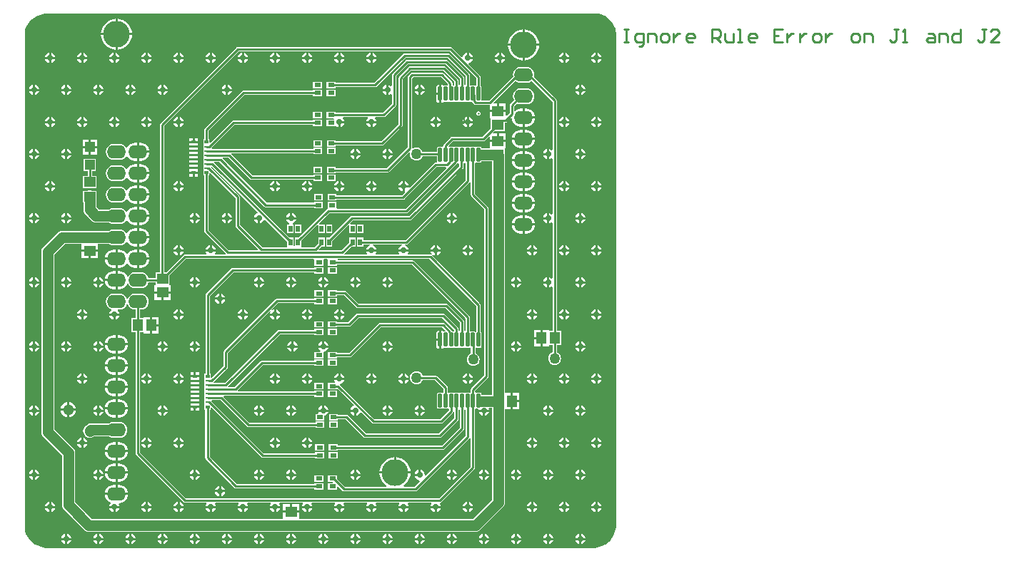
<source format=gtl>
G04*
G04 #@! TF.GenerationSoftware,Altium Limited,Altium Designer,22.10.1 (41)*
G04*
G04 Layer_Physical_Order=1*
G04 Layer_Color=255*
%FSLAX25Y25*%
%MOIN*%
G70*
G04*
G04 #@! TF.SameCoordinates,DCEE1EC3-E607-4C09-92B5-72201EF966A2*
G04*
G04*
G04 #@! TF.FilePolarity,Positive*
G04*
G01*
G75*
%ADD13C,0.00591*%
%ADD15C,0.01000*%
G04:AMPARAMS|DCode=30|XSize=17.72mil|YSize=64.96mil|CornerRadius=1.95mil|HoleSize=0mil|Usage=FLASHONLY|Rotation=0.000|XOffset=0mil|YOffset=0mil|HoleType=Round|Shape=RoundedRectangle|*
%AMROUNDEDRECTD30*
21,1,0.01772,0.06106,0,0,0.0*
21,1,0.01382,0.06496,0,0,0.0*
1,1,0.00390,0.00691,-0.03053*
1,1,0.00390,-0.00691,-0.03053*
1,1,0.00390,-0.00691,0.03053*
1,1,0.00390,0.00691,0.03053*
%
%ADD30ROUNDEDRECTD30*%
%ADD31R,0.05512X0.05118*%
%ADD32R,0.05118X0.05512*%
%ADD33R,0.05315X0.04528*%
%ADD34R,0.04724X0.04724*%
%ADD35R,0.01968X0.00984*%
%ADD36R,0.03150X0.01968*%
%ADD37R,0.01968X0.03150*%
%ADD38R,0.01968X0.01673*%
%ADD39C,0.05000*%
%ADD40C,0.05079*%
%ADD41O,0.08858X0.06299*%
%ADD42C,0.02800*%
%ADD43C,0.05000*%
%ADD44C,0.12500*%
G36*
X268271Y248635D02*
X270000Y247919D01*
X271556Y246879D01*
X272879Y245556D01*
X273919Y244000D01*
X274635Y242271D01*
X275000Y240436D01*
Y239500D01*
Y10000D01*
Y9015D01*
X274616Y7083D01*
X273862Y5263D01*
X272767Y3625D01*
X271375Y2232D01*
X269737Y1138D01*
X267917Y384D01*
X265985Y0D01*
X9015D01*
X7083Y384D01*
X5263Y1138D01*
X3625Y2232D01*
X2232Y3625D01*
X1138Y5263D01*
X384Y7083D01*
X0Y9015D01*
Y10000D01*
Y239000D01*
Y239985D01*
X384Y241917D01*
X1138Y243737D01*
X2232Y245375D01*
X3625Y246767D01*
X5263Y247862D01*
X7083Y248616D01*
X9015Y249000D01*
X266436D01*
X268271Y248635D01*
D02*
G37*
%LPC*%
G36*
X43000Y246818D02*
Y240083D01*
X49736D01*
X49645Y241004D01*
X49231Y242371D01*
X48557Y243630D01*
X47651Y244734D01*
X46547Y245640D01*
X45288Y246313D01*
X43921Y246728D01*
X43000Y246818D01*
D02*
G37*
G36*
X42000D02*
X41079Y246728D01*
X39712Y246313D01*
X38453Y245640D01*
X37349Y244734D01*
X36443Y243630D01*
X35770Y242371D01*
X35355Y241004D01*
X35264Y240083D01*
X42000D01*
Y246818D01*
D02*
G37*
G36*
X233000Y241818D02*
Y235083D01*
X239736D01*
X239645Y236004D01*
X239230Y237371D01*
X238557Y238630D01*
X237651Y239734D01*
X236547Y240640D01*
X235288Y241313D01*
X233921Y241728D01*
X233000Y241818D01*
D02*
G37*
G36*
X232000D02*
X231079Y241728D01*
X229712Y241313D01*
X228453Y240640D01*
X227349Y239734D01*
X226443Y238630D01*
X225769Y237371D01*
X225355Y236004D01*
X225264Y235083D01*
X232000D01*
Y241818D01*
D02*
G37*
G36*
X49736Y239083D02*
X43000D01*
Y232347D01*
X43921Y232438D01*
X45288Y232852D01*
X46547Y233525D01*
X47651Y234431D01*
X48557Y235535D01*
X49231Y236795D01*
X49645Y238161D01*
X49736Y239083D01*
D02*
G37*
G36*
X42000D02*
X35264D01*
X35355Y238161D01*
X35770Y236795D01*
X36443Y235535D01*
X37349Y234431D01*
X38453Y233525D01*
X39712Y232852D01*
X41079Y232438D01*
X42000Y232347D01*
Y239083D01*
D02*
G37*
G36*
X267000Y230848D02*
Y229000D01*
X268848D01*
X268761Y229436D01*
X268230Y230230D01*
X267436Y230761D01*
X267000Y230848D01*
D02*
G37*
G36*
X266000D02*
X265564Y230761D01*
X264770Y230230D01*
X264239Y229436D01*
X264152Y229000D01*
X266000D01*
Y230848D01*
D02*
G37*
G36*
X252000D02*
Y229000D01*
X253848D01*
X253761Y229436D01*
X253230Y230230D01*
X252436Y230761D01*
X252000Y230848D01*
D02*
G37*
G36*
X251000D02*
X250564Y230761D01*
X249770Y230230D01*
X249239Y229436D01*
X249152Y229000D01*
X251000D01*
Y230848D01*
D02*
G37*
G36*
X222000D02*
Y229000D01*
X223848D01*
X223761Y229436D01*
X223230Y230230D01*
X222436Y230761D01*
X222000Y230848D01*
D02*
G37*
G36*
X221000D02*
X220564Y230761D01*
X219770Y230230D01*
X219239Y229436D01*
X219152Y229000D01*
X221000D01*
Y230848D01*
D02*
G37*
G36*
X207000D02*
Y229000D01*
X208848D01*
X208761Y229436D01*
X208230Y230230D01*
X207436Y230761D01*
X207000Y230848D01*
D02*
G37*
G36*
X87000D02*
Y229000D01*
X88848D01*
X88761Y229436D01*
X88230Y230230D01*
X87436Y230761D01*
X87000Y230848D01*
D02*
G37*
G36*
X86000D02*
X85564Y230761D01*
X84770Y230230D01*
X84239Y229436D01*
X84152Y229000D01*
X86000D01*
Y230848D01*
D02*
G37*
G36*
X72000D02*
Y229000D01*
X73848D01*
X73761Y229436D01*
X73230Y230230D01*
X72436Y230761D01*
X72000Y230848D01*
D02*
G37*
G36*
X71000D02*
X70564Y230761D01*
X69770Y230230D01*
X69239Y229436D01*
X69152Y229000D01*
X71000D01*
Y230848D01*
D02*
G37*
G36*
X57000D02*
Y229000D01*
X58848D01*
X58761Y229436D01*
X58230Y230230D01*
X57436Y230761D01*
X57000Y230848D01*
D02*
G37*
G36*
X56000D02*
X55564Y230761D01*
X54770Y230230D01*
X54239Y229436D01*
X54152Y229000D01*
X56000D01*
Y230848D01*
D02*
G37*
G36*
X42000D02*
Y229000D01*
X43848D01*
X43761Y229436D01*
X43230Y230230D01*
X42436Y230761D01*
X42000Y230848D01*
D02*
G37*
G36*
X41000D02*
X40564Y230761D01*
X39770Y230230D01*
X39239Y229436D01*
X39152Y229000D01*
X41000D01*
Y230848D01*
D02*
G37*
G36*
X27000D02*
Y229000D01*
X28848D01*
X28761Y229436D01*
X28230Y230230D01*
X27436Y230761D01*
X27000Y230848D01*
D02*
G37*
G36*
X26000D02*
X25564Y230761D01*
X24770Y230230D01*
X24239Y229436D01*
X24152Y229000D01*
X26000D01*
Y230848D01*
D02*
G37*
G36*
X12000D02*
Y229000D01*
X13848D01*
X13761Y229436D01*
X13230Y230230D01*
X12436Y230761D01*
X12000Y230848D01*
D02*
G37*
G36*
X11000D02*
X10564Y230761D01*
X9770Y230230D01*
X9239Y229436D01*
X9152Y229000D01*
X11000D01*
Y230848D01*
D02*
G37*
G36*
X239736Y234083D02*
X233000D01*
Y227347D01*
X233921Y227438D01*
X235288Y227852D01*
X236547Y228525D01*
X237651Y229431D01*
X238557Y230535D01*
X239230Y231795D01*
X239645Y233161D01*
X239736Y234083D01*
D02*
G37*
G36*
X232000D02*
X225264D01*
X225355Y233161D01*
X225769Y231795D01*
X226443Y230535D01*
X227349Y229431D01*
X228453Y228525D01*
X229712Y227852D01*
X231079Y227438D01*
X232000Y227347D01*
Y234083D01*
D02*
G37*
G36*
X268848Y228000D02*
X267000D01*
Y226152D01*
X267436Y226239D01*
X268230Y226770D01*
X268761Y227564D01*
X268848Y228000D01*
D02*
G37*
G36*
X266000D02*
X264152D01*
X264239Y227564D01*
X264770Y226770D01*
X265564Y226239D01*
X266000Y226152D01*
Y228000D01*
D02*
G37*
G36*
X253848D02*
X252000D01*
Y226152D01*
X252436Y226239D01*
X253230Y226770D01*
X253761Y227564D01*
X253848Y228000D01*
D02*
G37*
G36*
X251000D02*
X249152D01*
X249239Y227564D01*
X249770Y226770D01*
X250564Y226239D01*
X251000Y226152D01*
Y228000D01*
D02*
G37*
G36*
X223848D02*
X222000D01*
Y226152D01*
X222436Y226239D01*
X223230Y226770D01*
X223761Y227564D01*
X223848Y228000D01*
D02*
G37*
G36*
X221000D02*
X219152D01*
X219239Y227564D01*
X219770Y226770D01*
X220564Y226239D01*
X221000Y226152D01*
Y228000D01*
D02*
G37*
G36*
X88848D02*
X87000D01*
Y226152D01*
X87436Y226239D01*
X88230Y226770D01*
X88761Y227564D01*
X88848Y228000D01*
D02*
G37*
G36*
X86000D02*
X84152D01*
X84239Y227564D01*
X84770Y226770D01*
X85564Y226239D01*
X86000Y226152D01*
Y228000D01*
D02*
G37*
G36*
X73848D02*
X72000D01*
Y226152D01*
X72436Y226239D01*
X73230Y226770D01*
X73761Y227564D01*
X73848Y228000D01*
D02*
G37*
G36*
X71000D02*
X69152D01*
X69239Y227564D01*
X69770Y226770D01*
X70564Y226239D01*
X71000Y226152D01*
Y228000D01*
D02*
G37*
G36*
X58848D02*
X57000D01*
Y226152D01*
X57436Y226239D01*
X58230Y226770D01*
X58761Y227564D01*
X58848Y228000D01*
D02*
G37*
G36*
X56000D02*
X54152D01*
X54239Y227564D01*
X54770Y226770D01*
X55564Y226239D01*
X56000Y226152D01*
Y228000D01*
D02*
G37*
G36*
X43848D02*
X42000D01*
Y226152D01*
X42436Y226239D01*
X43230Y226770D01*
X43761Y227564D01*
X43848Y228000D01*
D02*
G37*
G36*
X41000D02*
X39152D01*
X39239Y227564D01*
X39770Y226770D01*
X40564Y226239D01*
X41000Y226152D01*
Y228000D01*
D02*
G37*
G36*
X28848D02*
X27000D01*
Y226152D01*
X27436Y226239D01*
X28230Y226770D01*
X28761Y227564D01*
X28848Y228000D01*
D02*
G37*
G36*
X26000D02*
X24152D01*
X24239Y227564D01*
X24770Y226770D01*
X25564Y226239D01*
X26000Y226152D01*
Y228000D01*
D02*
G37*
G36*
X13848D02*
X12000D01*
Y226152D01*
X12436Y226239D01*
X13230Y226770D01*
X13761Y227564D01*
X13848Y228000D01*
D02*
G37*
G36*
X11000D02*
X9152D01*
X9239Y227564D01*
X9770Y226770D01*
X10564Y226239D01*
X11000Y226152D01*
Y228000D01*
D02*
G37*
G36*
X259500Y215848D02*
Y214000D01*
X261348D01*
X261261Y214436D01*
X260730Y215230D01*
X259936Y215761D01*
X259500Y215848D01*
D02*
G37*
G36*
X258500D02*
X258064Y215761D01*
X257270Y215230D01*
X256739Y214436D01*
X256652Y214000D01*
X258500D01*
Y215848D01*
D02*
G37*
G36*
X184500D02*
Y214000D01*
X186348D01*
X186261Y214436D01*
X185730Y215230D01*
X184936Y215761D01*
X184500Y215848D01*
D02*
G37*
G36*
X183500D02*
X183064Y215761D01*
X182270Y215230D01*
X181739Y214436D01*
X181652Y214000D01*
X183500D01*
Y215848D01*
D02*
G37*
G36*
X64500D02*
Y214000D01*
X66348D01*
X66261Y214436D01*
X65730Y215230D01*
X64936Y215761D01*
X64500Y215848D01*
D02*
G37*
G36*
X63500D02*
X63064Y215761D01*
X62270Y215230D01*
X61739Y214436D01*
X61652Y214000D01*
X63500D01*
Y215848D01*
D02*
G37*
G36*
X49500D02*
Y214000D01*
X51348D01*
X51261Y214436D01*
X50730Y215230D01*
X49936Y215761D01*
X49500Y215848D01*
D02*
G37*
G36*
X48500D02*
X48064Y215761D01*
X47270Y215230D01*
X46739Y214436D01*
X46652Y214000D01*
X48500D01*
Y215848D01*
D02*
G37*
G36*
X34500D02*
Y214000D01*
X36348D01*
X36261Y214436D01*
X35730Y215230D01*
X34936Y215761D01*
X34500Y215848D01*
D02*
G37*
G36*
X33500D02*
X33064Y215761D01*
X32270Y215230D01*
X31739Y214436D01*
X31652Y214000D01*
X33500D01*
Y215848D01*
D02*
G37*
G36*
X19500D02*
Y214000D01*
X21348D01*
X21261Y214436D01*
X20730Y215230D01*
X19936Y215761D01*
X19500Y215848D01*
D02*
G37*
G36*
X18500D02*
X18064Y215761D01*
X17270Y215230D01*
X16739Y214436D01*
X16652Y214000D01*
X18500D01*
Y215848D01*
D02*
G37*
G36*
X4500D02*
Y214000D01*
X6348D01*
X6261Y214436D01*
X5730Y215230D01*
X4936Y215761D01*
X4500Y215848D01*
D02*
G37*
G36*
X3500D02*
X3064Y215761D01*
X2270Y215230D01*
X1739Y214436D01*
X1652Y214000D01*
X3500D01*
Y215848D01*
D02*
G37*
G36*
X193043Y216043D02*
X192852D01*
X192386Y215950D01*
X191991Y215686D01*
X191727Y215291D01*
X191634Y214825D01*
Y212272D01*
X193043D01*
Y216043D01*
D02*
G37*
G36*
X261348Y213000D02*
X259500D01*
Y211152D01*
X259936Y211239D01*
X260730Y211770D01*
X261261Y212564D01*
X261348Y213000D01*
D02*
G37*
G36*
X258500D02*
X256652D01*
X256739Y212564D01*
X257270Y211770D01*
X258064Y211239D01*
X258500Y211152D01*
Y213000D01*
D02*
G37*
G36*
X186348D02*
X184500D01*
Y211152D01*
X184936Y211239D01*
X185730Y211770D01*
X186261Y212564D01*
X186348Y213000D01*
D02*
G37*
G36*
X183500D02*
X181652D01*
X181739Y212564D01*
X182270Y211770D01*
X183064Y211239D01*
X183500Y211152D01*
Y213000D01*
D02*
G37*
G36*
X66348D02*
X64500D01*
Y211152D01*
X64936Y211239D01*
X65730Y211770D01*
X66261Y212564D01*
X66348Y213000D01*
D02*
G37*
G36*
X63500D02*
X61652D01*
X61739Y212564D01*
X62270Y211770D01*
X63064Y211239D01*
X63500Y211152D01*
Y213000D01*
D02*
G37*
G36*
X51348D02*
X49500D01*
Y211152D01*
X49936Y211239D01*
X50730Y211770D01*
X51261Y212564D01*
X51348Y213000D01*
D02*
G37*
G36*
X48500D02*
X46652D01*
X46739Y212564D01*
X47270Y211770D01*
X48064Y211239D01*
X48500Y211152D01*
Y213000D01*
D02*
G37*
G36*
X36348D02*
X34500D01*
Y211152D01*
X34936Y211239D01*
X35730Y211770D01*
X36261Y212564D01*
X36348Y213000D01*
D02*
G37*
G36*
X33500D02*
X31652D01*
X31739Y212564D01*
X32270Y211770D01*
X33064Y211239D01*
X33500Y211152D01*
Y213000D01*
D02*
G37*
G36*
X21348D02*
X19500D01*
Y211152D01*
X19936Y211239D01*
X20730Y211770D01*
X21261Y212564D01*
X21348Y213000D01*
D02*
G37*
G36*
X18500D02*
X16652D01*
X16739Y212564D01*
X17270Y211770D01*
X18064Y211239D01*
X18500Y211152D01*
Y213000D01*
D02*
G37*
G36*
X6348D02*
X4500D01*
Y211152D01*
X4936Y211239D01*
X5730Y211770D01*
X6261Y212564D01*
X6348Y213000D01*
D02*
G37*
G36*
X3500D02*
X1652D01*
X1739Y212564D01*
X2270Y211770D01*
X3064Y211239D01*
X3500Y211152D01*
Y213000D01*
D02*
G37*
G36*
X193043Y211272D02*
X191634D01*
Y208718D01*
X191727Y208252D01*
X191991Y207857D01*
X192386Y207593D01*
X192852Y207500D01*
X193043D01*
Y211272D01*
D02*
G37*
G36*
X224256Y207209D02*
X221000D01*
Y204150D01*
X224256D01*
Y207209D01*
D02*
G37*
G36*
X211478Y203541D02*
X211088Y203464D01*
X210757Y203243D01*
X210536Y202912D01*
X210459Y202522D01*
X210536Y202132D01*
X210757Y201801D01*
X210779Y201779D01*
X211110Y201558D01*
X211500Y201480D01*
X211890Y201558D01*
X212221Y201779D01*
X212442Y202110D01*
X212520Y202500D01*
X212442Y202890D01*
X212221Y203221D01*
X212199Y203243D01*
X211869Y203464D01*
X211478Y203541D01*
D02*
G37*
G36*
X233780Y204768D02*
X233000D01*
Y201083D01*
X237899D01*
X237822Y201666D01*
X237404Y202675D01*
X236739Y203542D01*
X235872Y204207D01*
X234863Y204626D01*
X233780Y204768D01*
D02*
G37*
G36*
X267000Y200848D02*
Y199000D01*
X268848D01*
X268761Y199436D01*
X268230Y200230D01*
X267436Y200761D01*
X267000Y200848D01*
D02*
G37*
G36*
X266000D02*
X265564Y200761D01*
X264770Y200230D01*
X264239Y199436D01*
X264152Y199000D01*
X266000D01*
Y200848D01*
D02*
G37*
G36*
X252000D02*
Y199000D01*
X253848D01*
X253761Y199436D01*
X253230Y200230D01*
X252436Y200761D01*
X252000Y200848D01*
D02*
G37*
G36*
X251000D02*
X250564Y200761D01*
X249770Y200230D01*
X249239Y199436D01*
X249152Y199000D01*
X251000D01*
Y200848D01*
D02*
G37*
G36*
X207000D02*
Y199000D01*
X208848D01*
X208761Y199436D01*
X208230Y200230D01*
X207436Y200761D01*
X207000Y200848D01*
D02*
G37*
G36*
X206000D02*
X205564Y200761D01*
X204770Y200230D01*
X204239Y199436D01*
X204152Y199000D01*
X206000D01*
Y200848D01*
D02*
G37*
G36*
X192000D02*
Y199000D01*
X193848D01*
X193761Y199436D01*
X193230Y200230D01*
X192436Y200761D01*
X192000Y200848D01*
D02*
G37*
G36*
X191000D02*
X190564Y200761D01*
X189770Y200230D01*
X189239Y199436D01*
X189152Y199000D01*
X191000D01*
Y200848D01*
D02*
G37*
G36*
X57000D02*
Y199000D01*
X58848D01*
X58761Y199436D01*
X58230Y200230D01*
X57436Y200761D01*
X57000Y200848D01*
D02*
G37*
G36*
X56000D02*
X55564Y200761D01*
X54770Y200230D01*
X54239Y199436D01*
X54152Y199000D01*
X56000D01*
Y200848D01*
D02*
G37*
G36*
X42000D02*
Y199000D01*
X43848D01*
X43761Y199436D01*
X43230Y200230D01*
X42436Y200761D01*
X42000Y200848D01*
D02*
G37*
G36*
X41000D02*
X40564Y200761D01*
X39770Y200230D01*
X39239Y199436D01*
X39152Y199000D01*
X41000D01*
Y200848D01*
D02*
G37*
G36*
X27000D02*
Y199000D01*
X28848D01*
X28761Y199436D01*
X28230Y200230D01*
X27436Y200761D01*
X27000Y200848D01*
D02*
G37*
G36*
X26000D02*
X25564Y200761D01*
X24770Y200230D01*
X24239Y199436D01*
X24152Y199000D01*
X26000D01*
Y200848D01*
D02*
G37*
G36*
X12000D02*
Y199000D01*
X13848D01*
X13761Y199436D01*
X13230Y200230D01*
X12436Y200761D01*
X12000Y200848D01*
D02*
G37*
G36*
X11000D02*
X10564Y200761D01*
X9770Y200230D01*
X9239Y199436D01*
X9152Y199000D01*
X11000D01*
Y200848D01*
D02*
G37*
G36*
X237899Y200083D02*
X233000D01*
Y196397D01*
X233780D01*
X234863Y196540D01*
X235872Y196958D01*
X236739Y197623D01*
X237404Y198490D01*
X237822Y199499D01*
X237899Y200083D01*
D02*
G37*
G36*
X268848Y198000D02*
X267000D01*
Y196152D01*
X267436Y196239D01*
X268230Y196770D01*
X268761Y197564D01*
X268848Y198000D01*
D02*
G37*
G36*
X266000D02*
X264152D01*
X264239Y197564D01*
X264770Y196770D01*
X265564Y196239D01*
X266000Y196152D01*
Y198000D01*
D02*
G37*
G36*
X253848D02*
X252000D01*
Y196152D01*
X252436Y196239D01*
X253230Y196770D01*
X253761Y197564D01*
X253848Y198000D01*
D02*
G37*
G36*
X251000D02*
X249152D01*
X249239Y197564D01*
X249770Y196770D01*
X250564Y196239D01*
X251000Y196152D01*
Y198000D01*
D02*
G37*
G36*
X208848D02*
X207000D01*
Y196152D01*
X207436Y196239D01*
X208230Y196770D01*
X208761Y197564D01*
X208848Y198000D01*
D02*
G37*
G36*
X206000D02*
X204152D01*
X204239Y197564D01*
X204770Y196770D01*
X205564Y196239D01*
X206000Y196152D01*
Y198000D01*
D02*
G37*
G36*
X193848D02*
X192000D01*
Y196152D01*
X192436Y196239D01*
X193230Y196770D01*
X193761Y197564D01*
X193848Y198000D01*
D02*
G37*
G36*
X191000D02*
X189152D01*
X189239Y197564D01*
X189770Y196770D01*
X190564Y196239D01*
X191000Y196152D01*
Y198000D01*
D02*
G37*
G36*
X58848D02*
X57000D01*
Y196152D01*
X57436Y196239D01*
X58230Y196770D01*
X58761Y197564D01*
X58848Y198000D01*
D02*
G37*
G36*
X56000D02*
X54152D01*
X54239Y197564D01*
X54770Y196770D01*
X55564Y196239D01*
X56000Y196152D01*
Y198000D01*
D02*
G37*
G36*
X43848D02*
X42000D01*
Y196152D01*
X42436Y196239D01*
X43230Y196770D01*
X43761Y197564D01*
X43848Y198000D01*
D02*
G37*
G36*
X41000D02*
X39152D01*
X39239Y197564D01*
X39770Y196770D01*
X40564Y196239D01*
X41000Y196152D01*
Y198000D01*
D02*
G37*
G36*
X28848D02*
X27000D01*
Y196152D01*
X27436Y196239D01*
X28230Y196770D01*
X28761Y197564D01*
X28848Y198000D01*
D02*
G37*
G36*
X26000D02*
X24152D01*
X24239Y197564D01*
X24770Y196770D01*
X25564Y196239D01*
X26000Y196152D01*
Y198000D01*
D02*
G37*
G36*
X13848D02*
X12000D01*
Y196152D01*
X12436Y196239D01*
X13230Y196770D01*
X13761Y197564D01*
X13848Y198000D01*
D02*
G37*
G36*
X11000D02*
X9152D01*
X9239Y197564D01*
X9770Y196770D01*
X10564Y196239D01*
X11000Y196152D01*
Y198000D01*
D02*
G37*
G36*
X233780Y194768D02*
X233000D01*
Y191083D01*
X237899D01*
X237822Y191666D01*
X237404Y192675D01*
X236739Y193542D01*
X235872Y194207D01*
X234863Y194625D01*
X233780Y194768D01*
D02*
G37*
G36*
X232000D02*
X231221D01*
X230137Y194625D01*
X229128Y194207D01*
X228261Y193542D01*
X227596Y192675D01*
X227178Y191666D01*
X227101Y191083D01*
X232000D01*
Y194768D01*
D02*
G37*
G36*
X224256Y193209D02*
X221000D01*
Y190150D01*
X224256D01*
Y193209D01*
D02*
G37*
G36*
X33362Y190130D02*
X30500D01*
Y187268D01*
X33362D01*
Y190130D01*
D02*
G37*
G36*
X29500D02*
X26638D01*
Y187268D01*
X29500D01*
Y190130D01*
D02*
G37*
G36*
X237899Y190083D02*
X233000D01*
Y186397D01*
X233780D01*
X234863Y186540D01*
X235872Y186958D01*
X236739Y187623D01*
X237404Y188490D01*
X237822Y189499D01*
X237899Y190083D01*
D02*
G37*
G36*
X232000D02*
X227101D01*
X227178Y189499D01*
X227596Y188490D01*
X228261Y187623D01*
X229128Y186958D01*
X230137Y186540D01*
X231221Y186397D01*
X232000D01*
Y190083D01*
D02*
G37*
G36*
X52000Y188768D02*
X51221D01*
X50137Y188626D01*
X49128Y188207D01*
X48261Y187542D01*
X47596Y186675D01*
X47479Y186394D01*
X46979D01*
X46968Y186423D01*
X46382Y187186D01*
X45620Y187771D01*
X44732Y188138D01*
X43780Y188264D01*
X41221D01*
X40268Y188138D01*
X39380Y187771D01*
X38618Y187186D01*
X38032Y186423D01*
X37665Y185535D01*
X37539Y184583D01*
X37665Y183630D01*
X38032Y182742D01*
X38618Y181980D01*
X39380Y181395D01*
X40268Y181027D01*
X41221Y180902D01*
X43780D01*
X44732Y181027D01*
X45620Y181395D01*
X46382Y181980D01*
X46968Y182742D01*
X46979Y182771D01*
X47479D01*
X47596Y182490D01*
X48261Y181623D01*
X49128Y180958D01*
X50137Y180540D01*
X51221Y180397D01*
X52000D01*
Y184583D01*
Y188768D01*
D02*
G37*
G36*
X198500Y233520D02*
X99000D01*
X98610Y233442D01*
X98279Y233221D01*
X63129Y198071D01*
X62908Y197741D01*
X62831Y197350D01*
Y128209D01*
X60744D01*
Y125602D01*
X57307D01*
X56967Y126423D01*
X56382Y127186D01*
X55620Y127771D01*
X54732Y128138D01*
X53780Y128264D01*
X51221D01*
X50268Y128138D01*
X49380Y127771D01*
X48618Y127186D01*
X48033Y126423D01*
X48021Y126394D01*
X47521D01*
X47404Y126675D01*
X46739Y127542D01*
X45872Y128207D01*
X44863Y128626D01*
X43780Y128768D01*
X43000D01*
Y124583D01*
Y120397D01*
X43780D01*
X44863Y120540D01*
X45872Y120958D01*
X46739Y121623D01*
X47404Y122490D01*
X47521Y122771D01*
X48021D01*
X48033Y122742D01*
X48618Y121980D01*
X49380Y121395D01*
X50268Y121027D01*
X51221Y120902D01*
X53780D01*
X54732Y121027D01*
X55620Y121395D01*
X56382Y121980D01*
X56967Y122742D01*
X57307Y123563D01*
X60744D01*
Y122409D01*
X60244D01*
Y119350D01*
X64000D01*
X67756D01*
Y122409D01*
X67256D01*
Y126964D01*
X74773Y134480D01*
X134518D01*
X134925Y134256D01*
X134925Y133980D01*
Y131287D01*
X139075D01*
X139075Y134256D01*
X139482Y134480D01*
X140817D01*
X141224Y134256D01*
Y131287D01*
X145374D01*
Y131752D01*
X180306D01*
X205319Y106739D01*
Y101189D01*
X205059Y101039D01*
X204799Y101189D01*
Y105220D01*
X204721Y105611D01*
X204501Y105941D01*
X197221Y113221D01*
X196890Y113442D01*
X196500Y113520D01*
X155422D01*
X149721Y119221D01*
X149390Y119442D01*
X149000Y119520D01*
X145374D01*
Y119827D01*
X141224D01*
Y116859D01*
X145374D01*
Y117480D01*
X148578D01*
X154279Y111779D01*
X154610Y111558D01*
X155000Y111480D01*
X196078D01*
X202760Y104798D01*
Y101189D01*
X202500Y101039D01*
X202240Y101189D01*
Y101779D01*
X202162Y102170D01*
X201941Y102500D01*
X195721Y108721D01*
X195390Y108942D01*
X195000Y109020D01*
X155000D01*
X154610Y108942D01*
X154279Y108721D01*
X150578Y105020D01*
X145374D01*
Y105399D01*
X141224D01*
Y102430D01*
X145374D01*
Y102980D01*
X151000D01*
X151390Y103058D01*
X151721Y103279D01*
X155422Y106980D01*
X194578D01*
X200201Y101357D01*
Y100649D01*
X200177Y100627D01*
X199739Y100436D01*
X199624Y100479D01*
X199352Y100533D01*
X199234D01*
X199218Y100615D01*
X198996Y100945D01*
X195721Y104221D01*
X195390Y104442D01*
X195000Y104520D01*
X165500D01*
X165110Y104442D01*
X164779Y104221D01*
X151064Y90505D01*
X145374D01*
Y90970D01*
X141224D01*
Y88002D01*
X145374D01*
Y88466D01*
X151486D01*
X151876Y88544D01*
X152207Y88765D01*
X165922Y102480D01*
X194578D01*
X196063Y100995D01*
X195871Y100533D01*
X195411D01*
X195223Y100496D01*
X195096Y100686D01*
X194701Y100950D01*
X194234Y101043D01*
X194043D01*
Y96772D01*
Y92500D01*
X194234D01*
X194701Y92593D01*
X195096Y92857D01*
X195223Y93047D01*
X195411Y93010D01*
X196793D01*
X197064Y93064D01*
X197382Y93184D01*
X197699Y93064D01*
X197970Y93010D01*
X199352D01*
X199624Y93064D01*
X199941Y93184D01*
X200258Y93064D01*
X200530Y93010D01*
X201911D01*
X202183Y93064D01*
X202500Y93184D01*
X202818Y93064D01*
X203089Y93010D01*
X204470D01*
X204742Y93064D01*
X205059Y93184D01*
X205377Y93064D01*
X205648Y93010D01*
X207030D01*
X207301Y93064D01*
X207520Y93147D01*
X207929Y92888D01*
Y90304D01*
X207487Y90121D01*
X206860Y89640D01*
X206380Y89013D01*
X206077Y88283D01*
X205974Y87500D01*
X206077Y86717D01*
X206380Y85987D01*
X206860Y85360D01*
X207487Y84879D01*
X208217Y84577D01*
X209000Y84474D01*
X209783Y84577D01*
X210513Y84879D01*
X211140Y85360D01*
X211620Y85987D01*
X211923Y86717D01*
X212026Y87500D01*
X211923Y88283D01*
X211620Y89013D01*
X211140Y89640D01*
X210513Y90121D01*
X209968Y90346D01*
Y92830D01*
X210460Y93077D01*
X210495Y93064D01*
X210766Y93010D01*
X212148D01*
X212419Y93064D01*
X212649Y93217D01*
X212802Y93447D01*
X212856Y93718D01*
Y99825D01*
X212802Y100096D01*
X212649Y100326D01*
X212520Y100412D01*
Y113000D01*
X212442Y113390D01*
X212221Y113721D01*
X189861Y136081D01*
X189781Y136161D01*
X190100Y136549D01*
X190173Y136500D01*
X190564Y136239D01*
X191000Y136152D01*
Y138000D01*
X189152D01*
X189239Y137564D01*
X189709Y136861D01*
X189770Y136770D01*
X189468Y136390D01*
X189390Y136442D01*
X189000Y136520D01*
X178665D01*
X178397Y137020D01*
X178761Y137564D01*
X178848Y138000D01*
X174152D01*
X174239Y137564D01*
X174603Y137020D01*
X174336Y136520D01*
X163664D01*
X163397Y137020D01*
X163761Y137564D01*
X163848Y138000D01*
X159152D01*
X159239Y137564D01*
X159603Y137020D01*
X159335Y136520D01*
X149047D01*
X148839Y137020D01*
X152076Y140256D01*
X152244D01*
X152343Y140276D01*
X154213D01*
Y144425D01*
X151244D01*
Y142205D01*
X150933Y141997D01*
X147456Y138520D01*
X137115D01*
X136924Y138981D01*
X137051Y139109D01*
X137114Y139204D01*
X138186Y140276D01*
X139713D01*
Y144425D01*
X136744D01*
Y141718D01*
X135609Y140582D01*
X135546Y140487D01*
X135078Y140020D01*
X129150D01*
X128756Y140276D01*
Y142983D01*
X136244Y150471D01*
X136744Y150264D01*
Y146575D01*
X139713D01*
Y150724D01*
X137204D01*
X136997Y151224D01*
X141753Y155980D01*
X177867D01*
X178257Y156058D01*
X178588Y156279D01*
X201556Y179247D01*
X201948Y179272D01*
X202374Y178886D01*
Y177816D01*
X179078Y154520D01*
X152331D01*
X151941Y154442D01*
X151610Y154221D01*
X141814Y144425D01*
X140287D01*
Y140276D01*
X143256D01*
Y142983D01*
X150744Y150471D01*
X151244Y150264D01*
Y146575D01*
X154213D01*
Y150724D01*
X151704D01*
X151497Y151224D01*
X152753Y152480D01*
X179500D01*
X179890Y152558D01*
X180221Y152779D01*
X204115Y176673D01*
X204336Y177004D01*
X204413Y177394D01*
Y179359D01*
X204876Y179556D01*
X205295Y179374D01*
X205319Y179351D01*
Y171261D01*
X177428Y143370D01*
X157756D01*
Y144425D01*
X154787D01*
Y140276D01*
X157756D01*
Y141331D01*
X160866D01*
X160916Y140831D01*
X160564Y140761D01*
X159770Y140230D01*
X159239Y139436D01*
X159152Y139000D01*
X163848D01*
X163761Y139436D01*
X163230Y140230D01*
X162436Y140761D01*
X162084Y140831D01*
X162134Y141331D01*
X175866D01*
X175916Y140831D01*
X175564Y140761D01*
X174770Y140230D01*
X174239Y139436D01*
X174152Y139000D01*
X178848D01*
X178761Y139436D01*
X178230Y140230D01*
X177436Y140761D01*
X177084Y140831D01*
X177134Y141331D01*
X177850D01*
X178241Y141408D01*
X178571Y141629D01*
X207060Y170118D01*
X207281Y170448D01*
X207358Y170839D01*
Y178811D01*
X207618Y178961D01*
X207878Y178811D01*
Y164602D01*
X207956Y164212D01*
X208177Y163881D01*
X214181Y157877D01*
Y80123D01*
X208177Y74119D01*
X207956Y73788D01*
X207878Y73398D01*
Y72106D01*
X207854Y72083D01*
X207416Y71892D01*
X207301Y71936D01*
X207030Y71990D01*
X205648D01*
X205377Y71936D01*
X205059Y71816D01*
X204742Y71936D01*
X204470Y71990D01*
X203089D01*
X202818Y71936D01*
X202500Y71816D01*
X202183Y71936D01*
X201911Y71990D01*
X200530D01*
X200258Y71936D01*
X199941Y71816D01*
X199624Y71936D01*
X199352Y71990D01*
X197970D01*
X197699Y71936D01*
X197584Y71892D01*
X197146Y72083D01*
X197122Y72106D01*
Y74398D01*
X197044Y74788D01*
X196823Y75119D01*
X192221Y79721D01*
X191890Y79942D01*
X191500Y80020D01*
X185325D01*
X185120Y80513D01*
X184640Y81140D01*
X184013Y81621D01*
X183283Y81923D01*
X182500Y82026D01*
X181717Y81923D01*
X180987Y81621D01*
X180360Y81140D01*
X179879Y80513D01*
X179577Y79783D01*
X179474Y79000D01*
X179577Y78217D01*
X179879Y77487D01*
X180360Y76860D01*
X180987Y76380D01*
X181717Y76077D01*
X182500Y75974D01*
X183283Y76077D01*
X184013Y76380D01*
X184640Y76860D01*
X185120Y77487D01*
X185325Y77980D01*
X191078D01*
X195083Y73975D01*
Y72106D01*
X195059Y72083D01*
X194621Y71892D01*
X194505Y71936D01*
X194234Y71990D01*
X192852D01*
X192581Y71936D01*
X192351Y71782D01*
X192198Y71553D01*
X192144Y71281D01*
Y65175D01*
X192198Y64904D01*
X192351Y64674D01*
X192581Y64521D01*
X192852Y64467D01*
X194234D01*
X194505Y64521D01*
X194823Y64641D01*
X195140Y64521D01*
X195411Y64467D01*
X196793D01*
X197064Y64521D01*
X197180Y64564D01*
X197617Y64373D01*
X197642Y64351D01*
Y63584D01*
X193578Y59520D01*
X162922D01*
X146833Y75609D01*
X146978Y76148D01*
X147436Y76239D01*
X148230Y76770D01*
X148761Y77564D01*
X148848Y78000D01*
X144152D01*
X144239Y77564D01*
X144588Y77042D01*
X144321Y76542D01*
X141224D01*
Y73573D01*
X145374D01*
Y73573D01*
X145874Y73684D01*
X153301Y66258D01*
X153155Y65779D01*
X153064Y65761D01*
X152270Y65230D01*
X151739Y64436D01*
X151652Y64000D01*
X154000D01*
Y63500D01*
X154500D01*
Y61152D01*
X154936Y61239D01*
X155730Y61770D01*
X156261Y62564D01*
X156279Y62655D01*
X156757Y62801D01*
X161779Y57779D01*
X162110Y57558D01*
X162500Y57480D01*
X194000D01*
X194390Y57558D01*
X194721Y57779D01*
X199382Y62440D01*
X199603Y62771D01*
X199681Y63161D01*
Y63811D01*
X199941Y63961D01*
X200201Y63811D01*
Y60143D01*
X193078Y53020D01*
X158826D01*
X150625Y61221D01*
X150294Y61442D01*
X149904Y61520D01*
X145874D01*
Y61984D01*
X141724D01*
Y59016D01*
X145874D01*
Y59480D01*
X149482D01*
X157683Y51279D01*
X158014Y51058D01*
X158404Y50980D01*
X193500D01*
X193890Y51058D01*
X194221Y51279D01*
X201941Y59000D01*
X202162Y59330D01*
X202240Y59720D01*
Y63811D01*
X202500Y63961D01*
X202760Y63811D01*
Y55702D01*
X194349Y47291D01*
X145724D01*
Y47756D01*
X141575D01*
Y44787D01*
X145724D01*
Y45252D01*
X194772D01*
X195162Y45330D01*
X195493Y45551D01*
X204501Y54559D01*
X204721Y54889D01*
X204799Y55279D01*
Y63811D01*
X205059Y63961D01*
X205319Y63811D01*
Y51761D01*
X186883Y33325D01*
X186431Y33580D01*
X186261Y34436D01*
X185730Y35230D01*
X184936Y35761D01*
X184500Y35848D01*
Y33500D01*
X184000D01*
Y33000D01*
X181652D01*
X181739Y32564D01*
X182270Y31770D01*
X183064Y31239D01*
X183920Y31069D01*
X184175Y30617D01*
X181578Y28020D01*
X176630D01*
X176508Y28505D01*
X176547Y28525D01*
X177651Y29431D01*
X178557Y30535D01*
X179230Y31795D01*
X179645Y33161D01*
X179736Y34083D01*
X165264D01*
X165355Y33161D01*
X165770Y31795D01*
X166443Y30535D01*
X167349Y29431D01*
X168453Y28525D01*
X168491Y28505D01*
X168370Y28020D01*
X149084D01*
X145374Y31729D01*
Y33256D01*
X141224D01*
Y30287D01*
X143551D01*
X143600Y30213D01*
X143333Y29713D01*
X141224D01*
Y26744D01*
X145374D01*
Y28192D01*
X145836Y28384D01*
X147941Y26279D01*
X148271Y26058D01*
X148661Y25980D01*
X182000D01*
X182390Y26058D01*
X182721Y26279D01*
X207060Y50618D01*
X207281Y50948D01*
X207358Y51339D01*
Y63811D01*
X207618Y63961D01*
X207878Y63811D01*
Y37320D01*
X193078Y22520D01*
X74922D01*
X53370Y44072D01*
Y100244D01*
X55091D01*
Y99744D01*
X58150D01*
Y103500D01*
Y107256D01*
X55091D01*
Y106756D01*
X53520D01*
Y110902D01*
X53780D01*
X54732Y111027D01*
X55620Y111395D01*
X56382Y111980D01*
X56967Y112742D01*
X57335Y113630D01*
X57461Y114583D01*
X57335Y115535D01*
X56967Y116423D01*
X56382Y117186D01*
X55620Y117771D01*
X54732Y118138D01*
X53780Y118264D01*
X51221D01*
X50268Y118138D01*
X49380Y117771D01*
X48618Y117186D01*
X48033Y116423D01*
X47771Y115791D01*
X47229D01*
X46968Y116423D01*
X46382Y117186D01*
X45620Y117771D01*
X44732Y118138D01*
X43780Y118264D01*
X41221D01*
X40268Y118138D01*
X39380Y117771D01*
X38618Y117186D01*
X38032Y116423D01*
X37665Y115535D01*
X37539Y114583D01*
X37665Y113630D01*
X38032Y112742D01*
X38618Y111980D01*
X39380Y111395D01*
X40141Y111080D01*
X40235Y110706D01*
X40217Y110529D01*
X39770Y110230D01*
X39239Y109436D01*
X39152Y109000D01*
X43848D01*
X43761Y109436D01*
X43230Y110230D01*
X42974Y110402D01*
X43126Y110902D01*
X43780D01*
X44732Y111027D01*
X45620Y111395D01*
X46382Y111980D01*
X46968Y112742D01*
X47229Y113374D01*
X47771D01*
X48033Y112742D01*
X48618Y111980D01*
X49380Y111395D01*
X50268Y111027D01*
X51221Y110902D01*
X51480D01*
Y106756D01*
X49291D01*
Y100244D01*
X51331D01*
Y43650D01*
X51408Y43259D01*
X51629Y42929D01*
X73779Y20779D01*
X74110Y20558D01*
X74500Y20480D01*
X84336D01*
X84603Y19980D01*
X84239Y19436D01*
X84152Y19000D01*
X88848D01*
X88761Y19436D01*
X88397Y19980D01*
X88665Y20480D01*
X99335D01*
X99603Y19980D01*
X99239Y19436D01*
X99152Y19000D01*
X103848D01*
X103761Y19436D01*
X103397Y19980D01*
X103665Y20480D01*
X114336D01*
X114603Y19980D01*
X114239Y19436D01*
X114152Y19000D01*
X118848D01*
X118761Y19436D01*
X118397Y19980D01*
X118665Y20480D01*
X129335D01*
X129603Y19980D01*
X129239Y19436D01*
X129152Y19000D01*
X133848D01*
X133761Y19436D01*
X133397Y19980D01*
X133665Y20480D01*
X144335D01*
X144603Y19980D01*
X144239Y19436D01*
X144152Y19000D01*
X148848D01*
X148761Y19436D01*
X148397Y19980D01*
X148664Y20480D01*
X159335D01*
X159603Y19980D01*
X159239Y19436D01*
X159152Y19000D01*
X163848D01*
X163761Y19436D01*
X163397Y19980D01*
X163664Y20480D01*
X174336D01*
X174603Y19980D01*
X174239Y19436D01*
X174152Y19000D01*
X178848D01*
X178761Y19436D01*
X178397Y19980D01*
X178665Y20480D01*
X189336D01*
X189603Y19980D01*
X189239Y19436D01*
X189152Y19000D01*
X193848D01*
X193761Y19436D01*
X193397Y19980D01*
X193435Y20162D01*
X193644Y20509D01*
X193890Y20558D01*
X194221Y20779D01*
X209619Y36177D01*
X209840Y36507D01*
X209917Y36898D01*
Y64351D01*
X209942Y64373D01*
X210380Y64564D01*
X210495Y64521D01*
X210766Y64467D01*
X211235D01*
X211618Y64000D01*
X216348D01*
X216261Y64436D01*
X216196Y64533D01*
X216432Y64974D01*
X217642D01*
Y64744D01*
X217675D01*
Y21954D01*
X208747Y13026D01*
X127756D01*
Y15799D01*
X120244D01*
Y13026D01*
X30753D01*
X23026Y20753D01*
Y43698D01*
X23066Y44000D01*
X22961Y44793D01*
X22655Y45533D01*
X22168Y46168D01*
X21926Y46353D01*
X13526Y54753D01*
Y136747D01*
X18403Y141624D01*
X26244D01*
Y138850D01*
X30000D01*
X33756D01*
Y141557D01*
X39169D01*
X39380Y141395D01*
X40268Y141027D01*
X41221Y140902D01*
X43780D01*
X44732Y141027D01*
X45620Y141395D01*
X46382Y141980D01*
X46968Y142742D01*
X46979Y142771D01*
X47479D01*
X47596Y142490D01*
X48261Y141623D01*
X49128Y140958D01*
X50137Y140540D01*
X51221Y140397D01*
X52000D01*
Y144583D01*
Y148768D01*
X51221D01*
X50137Y148626D01*
X49128Y148207D01*
X48261Y147542D01*
X47596Y146675D01*
X47479Y146394D01*
X46979D01*
X46968Y146423D01*
X46382Y147186D01*
X45620Y147771D01*
X44732Y148138D01*
X43780Y148264D01*
X41221D01*
X40268Y148138D01*
X39380Y147771D01*
X39169Y147609D01*
X33256D01*
Y147709D01*
X26744D01*
Y147676D01*
X17150D01*
X16366Y147572D01*
X15637Y147270D01*
X15010Y146789D01*
X15010Y146789D01*
X8360Y140140D01*
X7880Y139513D01*
X7577Y138783D01*
X7474Y138000D01*
Y53500D01*
X7577Y52717D01*
X7880Y51987D01*
X8360Y51360D01*
X16974Y42747D01*
Y19500D01*
X17077Y18717D01*
X17379Y17987D01*
X17860Y17360D01*
X27360Y7860D01*
X27987Y7379D01*
X28717Y7077D01*
X29500Y6974D01*
X120744D01*
Y6941D01*
X127256D01*
Y6974D01*
X210000D01*
X210783Y7077D01*
X211513Y7379D01*
X212140Y7860D01*
X222840Y18561D01*
X223321Y19188D01*
X223624Y19918D01*
X223727Y20701D01*
Y64244D01*
X226500D01*
Y68000D01*
Y71756D01*
X223727D01*
Y180291D01*
X223756D01*
Y186091D01*
X224256D01*
Y189150D01*
X216744D01*
Y186317D01*
X213071D01*
X212855Y186289D01*
X212802Y186553D01*
X212649Y186783D01*
X212419Y186936D01*
X212148Y186990D01*
X210766D01*
X210495Y186936D01*
X210177Y186816D01*
X209860Y186936D01*
X209589Y186990D01*
X208207D01*
X207936Y186936D01*
X207618Y186816D01*
X207301Y186936D01*
X207030Y186990D01*
X205648D01*
X205377Y186936D01*
X205059Y186816D01*
X204742Y186936D01*
X204470Y186990D01*
X203089D01*
X202818Y186936D01*
X202500Y186816D01*
X202183Y186936D01*
X201911Y186990D01*
X200530D01*
X200258Y186936D01*
X199941Y186816D01*
X199624Y186936D01*
X199352Y186990D01*
X197970D01*
X197797Y186955D01*
X197672Y187023D01*
X197572Y187357D01*
X197629Y187687D01*
X199422Y189480D01*
X213650D01*
X214040Y189558D01*
X214371Y189779D01*
X216282Y191691D01*
X216744Y191499D01*
Y190150D01*
X220000D01*
Y193209D01*
X218454D01*
X218262Y193671D01*
X218883Y194291D01*
X223756D01*
Y198302D01*
X223965D01*
X224355Y198380D01*
X224686Y198601D01*
X226547Y200461D01*
X227075Y200282D01*
X227178Y199499D01*
X227596Y198490D01*
X228261Y197623D01*
X229128Y196958D01*
X230137Y196540D01*
X231221Y196397D01*
X232000D01*
Y200583D01*
Y204768D01*
X231221D01*
X230137Y204626D01*
X229128Y204207D01*
X228520Y203741D01*
X228020Y203987D01*
Y205940D01*
X229447Y207367D01*
X230268Y207027D01*
X231221Y206902D01*
X233780D01*
X234732Y207027D01*
X235620Y207395D01*
X236383Y207980D01*
X236967Y208742D01*
X237335Y209630D01*
X237461Y210583D01*
X237335Y211535D01*
X236967Y212423D01*
X236383Y213186D01*
X235620Y213771D01*
X234732Y214138D01*
X233780Y214264D01*
X231221D01*
X230268Y214138D01*
X229380Y213771D01*
X228618Y213186D01*
X228032Y212423D01*
X227665Y211535D01*
X227539Y210583D01*
X227665Y209630D01*
X228005Y208809D01*
X226279Y207083D01*
X226058Y206752D01*
X225980Y206362D01*
Y202779D01*
X224718Y201516D01*
X224256Y201708D01*
Y203150D01*
X216744D01*
Y200091D01*
X217244D01*
Y195536D01*
X213227Y191520D01*
X199000D01*
X198610Y191442D01*
X198279Y191221D01*
X195279Y188221D01*
X195058Y187890D01*
X194980Y187500D01*
Y187220D01*
X194511Y186940D01*
X194480Y186941D01*
X194234Y186990D01*
X192852D01*
X192581Y186936D01*
X192351Y186783D01*
X192198Y186553D01*
X192144Y186282D01*
Y184520D01*
X185325D01*
X185120Y185013D01*
X184640Y185640D01*
X184013Y186120D01*
X183283Y186423D01*
X182500Y186526D01*
X181717Y186423D01*
X180987Y186120D01*
X180675Y186259D01*
X180520Y186392D01*
Y219078D01*
X181008Y219566D01*
X193992D01*
X197189Y216369D01*
X197170Y215838D01*
X196793Y215533D01*
X195411D01*
X195223Y215496D01*
X195096Y215686D01*
X194701Y215950D01*
X194234Y216043D01*
X194043D01*
Y211772D01*
Y207500D01*
X194234D01*
X194701Y207593D01*
X195096Y207857D01*
X195223Y208048D01*
X195411Y208010D01*
X196793D01*
X197064Y208064D01*
X197382Y208184D01*
X197699Y208064D01*
X197970Y208010D01*
X199352D01*
X199624Y208064D01*
X199941Y208184D01*
X200258Y208064D01*
X200530Y208010D01*
X201911D01*
X202183Y208064D01*
X202500Y208184D01*
X202818Y208064D01*
X203089Y208010D01*
X204470D01*
X204742Y208064D01*
X205059Y208184D01*
X205377Y208064D01*
X205648Y208010D01*
X207030D01*
X207301Y208064D01*
X207618Y208184D01*
X207936Y208064D01*
X208207Y208010D01*
X208416D01*
X208562Y207791D01*
X208848Y207505D01*
X208850Y207503D01*
X209550Y206803D01*
X209881Y206582D01*
X210271Y206504D01*
X216727D01*
X216744Y206490D01*
Y204150D01*
X220000D01*
Y207209D01*
X218508D01*
X218316Y207671D01*
X228622Y217976D01*
X229380Y217395D01*
X230268Y217027D01*
X231221Y216902D01*
X233780D01*
X234732Y217027D01*
X235620Y217395D01*
X236210Y217848D01*
X245980Y208078D01*
Y185664D01*
X245480Y185397D01*
X244936Y185761D01*
X244500Y185848D01*
Y183500D01*
Y181152D01*
X244936Y181239D01*
X245480Y181603D01*
X245980Y181335D01*
Y155665D01*
X245480Y155397D01*
X244936Y155761D01*
X244500Y155848D01*
Y153500D01*
Y151152D01*
X244936Y151239D01*
X245480Y151603D01*
X245980Y151336D01*
Y125664D01*
X245480Y125397D01*
X244936Y125761D01*
X244500Y125848D01*
Y123500D01*
Y121152D01*
X244936Y121239D01*
X245480Y121603D01*
X245980Y121335D01*
Y100756D01*
X244409D01*
Y101256D01*
X241350D01*
Y97500D01*
Y93744D01*
X244409D01*
Y94244D01*
X245980D01*
Y90825D01*
X245487Y90620D01*
X244860Y90140D01*
X244379Y89513D01*
X244077Y88783D01*
X243974Y88000D01*
X244077Y87217D01*
X244379Y86487D01*
X244860Y85860D01*
X245487Y85379D01*
X246217Y85077D01*
X247000Y84974D01*
X247783Y85077D01*
X248513Y85379D01*
X249140Y85860D01*
X249621Y86487D01*
X249923Y87217D01*
X250026Y88000D01*
X249923Y88783D01*
X249621Y89513D01*
X249140Y90140D01*
X248513Y90620D01*
X248020Y90825D01*
Y94244D01*
X250209D01*
Y100756D01*
X248020D01*
Y208500D01*
X247942Y208890D01*
X247721Y209221D01*
X237328Y219614D01*
X237335Y219630D01*
X237461Y220583D01*
X237335Y221535D01*
X236967Y222423D01*
X236383Y223186D01*
X235620Y223771D01*
X234732Y224138D01*
X233780Y224264D01*
X231221D01*
X230268Y224138D01*
X229380Y223771D01*
X228618Y223186D01*
X228032Y222423D01*
X227665Y221535D01*
X227539Y220583D01*
X227633Y219871D01*
X216305Y208543D01*
X213000D01*
X212856Y208718D01*
Y214825D01*
X212802Y215096D01*
X212649Y215326D01*
X212476Y215441D01*
Y219543D01*
X212399Y219934D01*
X212178Y220264D01*
X206833Y225609D01*
X206997Y226152D01*
X207436Y226239D01*
X208230Y226770D01*
X208761Y227564D01*
X208848Y228000D01*
X206500D01*
Y228500D01*
X206000D01*
Y230848D01*
X205564Y230761D01*
X204770Y230230D01*
X204239Y229436D01*
X204152Y228997D01*
X203609Y228833D01*
X199221Y233221D01*
X198890Y233442D01*
X198500Y233520D01*
D02*
G37*
G36*
X53780Y188768D02*
X53000D01*
Y185083D01*
X57899D01*
X57822Y185666D01*
X57404Y186675D01*
X56739Y187542D01*
X55872Y188207D01*
X54863Y188626D01*
X53780Y188768D01*
D02*
G37*
G36*
X259500Y185848D02*
Y184000D01*
X261348D01*
X261261Y184436D01*
X260730Y185230D01*
X259936Y185761D01*
X259500Y185848D01*
D02*
G37*
G36*
X258500D02*
X258064Y185761D01*
X257270Y185230D01*
X256739Y184436D01*
X256652Y184000D01*
X258500D01*
Y185848D01*
D02*
G37*
G36*
X243500D02*
X243064Y185761D01*
X242270Y185230D01*
X241739Y184436D01*
X241652Y184000D01*
X243500D01*
Y185848D01*
D02*
G37*
G36*
X19500D02*
Y184000D01*
X21348D01*
X21261Y184436D01*
X20730Y185230D01*
X19936Y185761D01*
X19500Y185848D01*
D02*
G37*
G36*
X18500D02*
X18064Y185761D01*
X17270Y185230D01*
X16739Y184436D01*
X16652Y184000D01*
X18500D01*
Y185848D01*
D02*
G37*
G36*
X4500D02*
Y184000D01*
X6348D01*
X6261Y184436D01*
X5730Y185230D01*
X4936Y185761D01*
X4500Y185848D01*
D02*
G37*
G36*
X3500D02*
X3064Y185761D01*
X2270Y185230D01*
X1739Y184436D01*
X1652Y184000D01*
X3500D01*
Y185848D01*
D02*
G37*
G36*
X33362Y186268D02*
X30500D01*
Y183405D01*
X33362D01*
Y186268D01*
D02*
G37*
G36*
X29500D02*
X26638D01*
Y183405D01*
X29500D01*
Y186268D01*
D02*
G37*
G36*
X261348Y183000D02*
X259500D01*
Y181152D01*
X259936Y181239D01*
X260730Y181770D01*
X261261Y182564D01*
X261348Y183000D01*
D02*
G37*
G36*
X258500D02*
X256652D01*
X256739Y182564D01*
X257270Y181770D01*
X258064Y181239D01*
X258500Y181152D01*
Y183000D01*
D02*
G37*
G36*
X243500D02*
X241652D01*
X241739Y182564D01*
X242270Y181770D01*
X243064Y181239D01*
X243500Y181152D01*
Y183000D01*
D02*
G37*
G36*
X21348D02*
X19500D01*
Y181152D01*
X19936Y181239D01*
X20730Y181770D01*
X21261Y182564D01*
X21348Y183000D01*
D02*
G37*
G36*
X18500D02*
X16652D01*
X16739Y182564D01*
X17270Y181770D01*
X18064Y181239D01*
X18500Y181152D01*
Y183000D01*
D02*
G37*
G36*
X6348D02*
X4500D01*
Y181152D01*
X4936Y181239D01*
X5730Y181770D01*
X6261Y182564D01*
X6348Y183000D01*
D02*
G37*
G36*
X3500D02*
X1652D01*
X1739Y182564D01*
X2270Y181770D01*
X3064Y181239D01*
X3500Y181152D01*
Y183000D01*
D02*
G37*
G36*
X233780Y184768D02*
X233000D01*
Y181083D01*
X237899D01*
X237822Y181666D01*
X237404Y182675D01*
X236739Y183542D01*
X235872Y184207D01*
X234863Y184625D01*
X233780Y184768D01*
D02*
G37*
G36*
X232000D02*
X231221D01*
X230137Y184625D01*
X229128Y184207D01*
X228261Y183542D01*
X227596Y182675D01*
X227178Y181666D01*
X227101Y181083D01*
X232000D01*
Y184768D01*
D02*
G37*
G36*
X57899Y184083D02*
X53000D01*
Y180397D01*
X53780D01*
X54863Y180540D01*
X55872Y180958D01*
X56739Y181623D01*
X57404Y182490D01*
X57822Y183499D01*
X57899Y184083D01*
D02*
G37*
G36*
X237899Y180083D02*
X233000D01*
Y176397D01*
X233780D01*
X234863Y176540D01*
X235872Y176958D01*
X236739Y177623D01*
X237404Y178490D01*
X237822Y179499D01*
X237899Y180083D01*
D02*
G37*
G36*
X232000D02*
X227101D01*
X227178Y179499D01*
X227596Y178490D01*
X228261Y177623D01*
X229128Y176958D01*
X230137Y176540D01*
X231221Y176397D01*
X232000D01*
Y180083D01*
D02*
G37*
G36*
X52000Y178768D02*
X51221D01*
X50137Y178626D01*
X49128Y178207D01*
X48261Y177542D01*
X47596Y176675D01*
X47479Y176394D01*
X46979D01*
X46968Y176423D01*
X46382Y177186D01*
X45620Y177771D01*
X44732Y178138D01*
X43780Y178264D01*
X41221D01*
X40268Y178138D01*
X39380Y177771D01*
X38618Y177186D01*
X38032Y176423D01*
X37665Y175535D01*
X37539Y174583D01*
X37665Y173630D01*
X38032Y172742D01*
X38618Y171980D01*
X39380Y171395D01*
X40268Y171027D01*
X41221Y170902D01*
X43780D01*
X44732Y171027D01*
X45620Y171395D01*
X46382Y171980D01*
X46968Y172742D01*
X46979Y172771D01*
X47479D01*
X47596Y172490D01*
X48261Y171623D01*
X49128Y170958D01*
X50137Y170540D01*
X51221Y170397D01*
X52000D01*
Y174583D01*
Y178768D01*
D02*
G37*
G36*
X53780D02*
X53000D01*
Y175083D01*
X57899D01*
X57822Y175666D01*
X57404Y176675D01*
X56739Y177542D01*
X55872Y178207D01*
X54863Y178626D01*
X53780Y178768D01*
D02*
G37*
G36*
X233780Y174768D02*
X233000D01*
Y171083D01*
X237899D01*
X237822Y171666D01*
X237404Y172675D01*
X236739Y173542D01*
X235872Y174207D01*
X234863Y174626D01*
X233780Y174768D01*
D02*
G37*
G36*
X232000D02*
X231221D01*
X230137Y174626D01*
X229128Y174207D01*
X228261Y173542D01*
X227596Y172675D01*
X227178Y171666D01*
X227101Y171083D01*
X232000D01*
Y174768D01*
D02*
G37*
G36*
X57899Y174083D02*
X53000D01*
Y170397D01*
X53780D01*
X54863Y170540D01*
X55872Y170958D01*
X56739Y171623D01*
X57404Y172490D01*
X57822Y173499D01*
X57899Y174083D01*
D02*
G37*
G36*
X267000Y170848D02*
Y169000D01*
X268848D01*
X268761Y169436D01*
X268230Y170230D01*
X267436Y170761D01*
X267000Y170848D01*
D02*
G37*
G36*
X266000D02*
X265564Y170761D01*
X264770Y170230D01*
X264239Y169436D01*
X264152Y169000D01*
X266000D01*
Y170848D01*
D02*
G37*
G36*
X252000D02*
Y169000D01*
X253848D01*
X253761Y169436D01*
X253230Y170230D01*
X252436Y170761D01*
X252000Y170848D01*
D02*
G37*
G36*
X251000D02*
X250564Y170761D01*
X249770Y170230D01*
X249239Y169436D01*
X249152Y169000D01*
X251000D01*
Y170848D01*
D02*
G37*
G36*
X12000D02*
Y169000D01*
X13848D01*
X13761Y169436D01*
X13230Y170230D01*
X12436Y170761D01*
X12000Y170848D01*
D02*
G37*
G36*
X11000D02*
X10564Y170761D01*
X9770Y170230D01*
X9239Y169436D01*
X9152Y169000D01*
X11000D01*
Y170848D01*
D02*
G37*
G36*
X32862Y181362D02*
X27138D01*
Y175638D01*
X28980D01*
Y173209D01*
X26842D01*
Y167681D01*
X33158D01*
Y173209D01*
X31020D01*
Y175638D01*
X32862D01*
Y181362D01*
D02*
G37*
G36*
X237899Y170083D02*
X233000D01*
Y166397D01*
X233780D01*
X234863Y166540D01*
X235872Y166958D01*
X236739Y167623D01*
X237404Y168490D01*
X237822Y169499D01*
X237899Y170083D01*
D02*
G37*
G36*
X232000D02*
X227101D01*
X227178Y169499D01*
X227596Y168490D01*
X228261Y167623D01*
X229128Y166958D01*
X230137Y166540D01*
X231221Y166397D01*
X232000D01*
Y170083D01*
D02*
G37*
G36*
X52000Y168768D02*
X51221D01*
X50137Y168625D01*
X49128Y168207D01*
X48261Y167542D01*
X47596Y166675D01*
X47479Y166394D01*
X46979D01*
X46968Y166423D01*
X46382Y167186D01*
X45620Y167771D01*
X44732Y168138D01*
X43780Y168264D01*
X41221D01*
X40268Y168138D01*
X39380Y167771D01*
X38618Y167186D01*
X38032Y166423D01*
X37665Y165535D01*
X37539Y164583D01*
X37665Y163630D01*
X38032Y162742D01*
X38618Y161980D01*
X39380Y161395D01*
X40268Y161027D01*
X41221Y160902D01*
X43780D01*
X44732Y161027D01*
X45620Y161395D01*
X46382Y161980D01*
X46968Y162742D01*
X46979Y162771D01*
X47479D01*
X47596Y162490D01*
X48261Y161623D01*
X49128Y160958D01*
X50137Y160540D01*
X51221Y160397D01*
X52000D01*
Y164583D01*
Y168768D01*
D02*
G37*
G36*
X268848Y168000D02*
X267000D01*
Y166152D01*
X267436Y166239D01*
X268230Y166770D01*
X268761Y167564D01*
X268848Y168000D01*
D02*
G37*
G36*
X266000D02*
X264152D01*
X264239Y167564D01*
X264770Y166770D01*
X265564Y166239D01*
X266000Y166152D01*
Y168000D01*
D02*
G37*
G36*
X253848D02*
X252000D01*
Y166152D01*
X252436Y166239D01*
X253230Y166770D01*
X253761Y167564D01*
X253848Y168000D01*
D02*
G37*
G36*
X251000D02*
X249152D01*
X249239Y167564D01*
X249770Y166770D01*
X250564Y166239D01*
X251000Y166152D01*
Y168000D01*
D02*
G37*
G36*
X13848D02*
X12000D01*
Y166152D01*
X12436Y166239D01*
X13230Y166770D01*
X13761Y167564D01*
X13848Y168000D01*
D02*
G37*
G36*
X11000D02*
X9152D01*
X9239Y167564D01*
X9770Y166770D01*
X10564Y166239D01*
X11000Y166152D01*
Y168000D01*
D02*
G37*
G36*
X53780Y168768D02*
X53000D01*
Y165083D01*
X57899D01*
X57822Y165666D01*
X57404Y166675D01*
X56739Y167542D01*
X55872Y168207D01*
X54863Y168625D01*
X53780Y168768D01*
D02*
G37*
G36*
X233780Y164768D02*
X233000D01*
Y161083D01*
X237899D01*
X237822Y161666D01*
X237404Y162675D01*
X236739Y163542D01*
X235872Y164207D01*
X234863Y164626D01*
X233780Y164768D01*
D02*
G37*
G36*
X232000D02*
X231221D01*
X230137Y164626D01*
X229128Y164207D01*
X228261Y163542D01*
X227596Y162675D01*
X227178Y161666D01*
X227101Y161083D01*
X232000D01*
Y164768D01*
D02*
G37*
G36*
X57899Y164083D02*
X53000D01*
Y160397D01*
X53780D01*
X54863Y160540D01*
X55872Y160958D01*
X56739Y161623D01*
X57404Y162490D01*
X57822Y163499D01*
X57899Y164083D01*
D02*
G37*
G36*
X237899Y160083D02*
X233000D01*
Y156397D01*
X233780D01*
X234863Y156540D01*
X235872Y156958D01*
X236739Y157623D01*
X237404Y158490D01*
X237822Y159499D01*
X237899Y160083D01*
D02*
G37*
G36*
X232000D02*
X227101D01*
X227178Y159499D01*
X227596Y158490D01*
X228261Y157623D01*
X229128Y156958D01*
X230137Y156540D01*
X231221Y156397D01*
X232000D01*
Y160083D01*
D02*
G37*
G36*
X53780Y158768D02*
X53000D01*
Y155083D01*
X57899D01*
X57822Y155666D01*
X57404Y156675D01*
X56739Y157542D01*
X55872Y158207D01*
X54863Y158625D01*
X53780Y158768D01*
D02*
G37*
G36*
X259500Y155848D02*
Y154000D01*
X261348D01*
X261261Y154436D01*
X260730Y155230D01*
X259936Y155761D01*
X259500Y155848D01*
D02*
G37*
G36*
X258500D02*
X258064Y155761D01*
X257270Y155230D01*
X256739Y154436D01*
X256652Y154000D01*
X258500D01*
Y155848D01*
D02*
G37*
G36*
X243500D02*
X243064Y155761D01*
X242270Y155230D01*
X241739Y154436D01*
X241652Y154000D01*
X243500D01*
Y155848D01*
D02*
G37*
G36*
X199500D02*
Y154000D01*
X201348D01*
X201261Y154436D01*
X200730Y155230D01*
X199936Y155761D01*
X199500Y155848D01*
D02*
G37*
G36*
X198500D02*
X198064Y155761D01*
X197270Y155230D01*
X196739Y154436D01*
X196652Y154000D01*
X198500D01*
Y155848D01*
D02*
G37*
G36*
X19500D02*
Y154000D01*
X21348D01*
X21261Y154436D01*
X20730Y155230D01*
X19936Y155761D01*
X19500Y155848D01*
D02*
G37*
G36*
X18500D02*
X18064Y155761D01*
X17270Y155230D01*
X16739Y154436D01*
X16652Y154000D01*
X18500D01*
Y155848D01*
D02*
G37*
G36*
X4500D02*
Y154000D01*
X6348D01*
X6261Y154436D01*
X5730Y155230D01*
X4936Y155761D01*
X4500Y155848D01*
D02*
G37*
G36*
X3500D02*
X3064Y155761D01*
X2270Y155230D01*
X1739Y154436D01*
X1652Y154000D01*
X3500D01*
Y155848D01*
D02*
G37*
G36*
X261348Y153000D02*
X259500D01*
Y151152D01*
X259936Y151239D01*
X260730Y151770D01*
X261261Y152564D01*
X261348Y153000D01*
D02*
G37*
G36*
X258500D02*
X256652D01*
X256739Y152564D01*
X257270Y151770D01*
X258064Y151239D01*
X258500Y151152D01*
Y153000D01*
D02*
G37*
G36*
X243500D02*
X241652D01*
X241739Y152564D01*
X242270Y151770D01*
X243064Y151239D01*
X243500Y151152D01*
Y153000D01*
D02*
G37*
G36*
X201348D02*
X199500D01*
Y151152D01*
X199936Y151239D01*
X200730Y151770D01*
X201261Y152564D01*
X201348Y153000D01*
D02*
G37*
G36*
X198500D02*
X196652D01*
X196739Y152564D01*
X197270Y151770D01*
X198064Y151239D01*
X198500Y151152D01*
Y153000D01*
D02*
G37*
G36*
X21348D02*
X19500D01*
Y151152D01*
X19936Y151239D01*
X20730Y151770D01*
X21261Y152564D01*
X21348Y153000D01*
D02*
G37*
G36*
X18500D02*
X16652D01*
X16739Y152564D01*
X17270Y151770D01*
X18064Y151239D01*
X18500Y151152D01*
Y153000D01*
D02*
G37*
G36*
X6348D02*
X4500D01*
Y151152D01*
X4936Y151239D01*
X5730Y151770D01*
X6261Y152564D01*
X6348Y153000D01*
D02*
G37*
G36*
X3500D02*
X1652D01*
X1739Y152564D01*
X2270Y151770D01*
X3064Y151239D01*
X3500Y151152D01*
Y153000D01*
D02*
G37*
G36*
X233780Y154768D02*
X233000D01*
Y151083D01*
X237899D01*
X237822Y151666D01*
X237404Y152675D01*
X236739Y153542D01*
X235872Y154207D01*
X234863Y154625D01*
X233780Y154768D01*
D02*
G37*
G36*
X232000D02*
X231221D01*
X230137Y154625D01*
X229128Y154207D01*
X228261Y153542D01*
X227596Y152675D01*
X227178Y151666D01*
X227101Y151083D01*
X232000D01*
Y154768D01*
D02*
G37*
G36*
X57899Y154083D02*
X53000D01*
Y150397D01*
X53780D01*
X54863Y150540D01*
X55872Y150958D01*
X56739Y151623D01*
X57404Y152490D01*
X57822Y153499D01*
X57899Y154083D01*
D02*
G37*
G36*
X30000Y166581D02*
X29217Y166478D01*
X28833Y166319D01*
X26842D01*
Y160791D01*
X26974D01*
Y157512D01*
X27077Y156728D01*
X27380Y155999D01*
X27860Y155372D01*
X30789Y152443D01*
X30789Y152443D01*
X31416Y151962D01*
X32146Y151660D01*
X32929Y151557D01*
X32929Y151557D01*
X39169D01*
X39380Y151395D01*
X40268Y151027D01*
X41221Y150902D01*
X43780D01*
X44732Y151027D01*
X45620Y151395D01*
X46382Y151980D01*
X46968Y152742D01*
X46979Y152771D01*
X47479D01*
X47596Y152490D01*
X48261Y151623D01*
X49128Y150958D01*
X50137Y150540D01*
X51221Y150397D01*
X52000D01*
Y154583D01*
Y158768D01*
X51221D01*
X50137Y158625D01*
X49128Y158207D01*
X48261Y157542D01*
X47596Y156675D01*
X47479Y156394D01*
X46979D01*
X46968Y156423D01*
X46382Y157186D01*
X45620Y157771D01*
X44732Y158138D01*
X43780Y158264D01*
X41221D01*
X40268Y158138D01*
X39380Y157771D01*
X39169Y157609D01*
X34182D01*
X33026Y158765D01*
Y160791D01*
X33158D01*
Y166319D01*
X31167D01*
X30783Y166478D01*
X30000Y166581D01*
D02*
G37*
G36*
X157756Y150724D02*
X154787D01*
Y146575D01*
X157756D01*
Y150724D01*
D02*
G37*
G36*
X143256D02*
X140287D01*
Y146575D01*
X143256D01*
Y150724D01*
D02*
G37*
G36*
X237899Y150083D02*
X233000D01*
Y146397D01*
X233780D01*
X234863Y146540D01*
X235872Y146958D01*
X236739Y147623D01*
X237404Y148490D01*
X237822Y149499D01*
X237899Y150083D01*
D02*
G37*
G36*
X232000D02*
X227101D01*
X227178Y149499D01*
X227596Y148490D01*
X228261Y147623D01*
X229128Y146958D01*
X230137Y146540D01*
X231221Y146397D01*
X232000D01*
Y150083D01*
D02*
G37*
G36*
X53780Y148768D02*
X53000D01*
Y145083D01*
X57899D01*
X57822Y145666D01*
X57404Y146675D01*
X56739Y147542D01*
X55872Y148207D01*
X54863Y148626D01*
X53780Y148768D01*
D02*
G37*
G36*
X57899Y144083D02*
X53000D01*
Y140397D01*
X53780D01*
X54863Y140540D01*
X55872Y140958D01*
X56739Y141623D01*
X57404Y142490D01*
X57822Y143499D01*
X57899Y144083D01*
D02*
G37*
G36*
X267000Y140848D02*
Y139000D01*
X268848D01*
X268761Y139436D01*
X268230Y140230D01*
X267436Y140761D01*
X267000Y140848D01*
D02*
G37*
G36*
X266000D02*
X265564Y140761D01*
X264770Y140230D01*
X264239Y139436D01*
X264152Y139000D01*
X266000D01*
Y140848D01*
D02*
G37*
G36*
X252000D02*
Y139000D01*
X253848D01*
X253761Y139436D01*
X253230Y140230D01*
X252436Y140761D01*
X252000Y140848D01*
D02*
G37*
G36*
X251000D02*
X250564Y140761D01*
X249770Y140230D01*
X249239Y139436D01*
X249152Y139000D01*
X251000D01*
Y140848D01*
D02*
G37*
G36*
X237000D02*
Y139000D01*
X238848D01*
X238761Y139436D01*
X238230Y140230D01*
X237436Y140761D01*
X237000Y140848D01*
D02*
G37*
G36*
X236000D02*
X235564Y140761D01*
X234770Y140230D01*
X234239Y139436D01*
X234152Y139000D01*
X236000D01*
Y140848D01*
D02*
G37*
G36*
X207000D02*
Y139000D01*
X208848D01*
X208761Y139436D01*
X208230Y140230D01*
X207436Y140761D01*
X207000Y140848D01*
D02*
G37*
G36*
X206000D02*
X205564Y140761D01*
X204770Y140230D01*
X204239Y139436D01*
X204152Y139000D01*
X206000D01*
Y140848D01*
D02*
G37*
G36*
X192000D02*
Y139000D01*
X193848D01*
X193761Y139436D01*
X193230Y140230D01*
X192436Y140761D01*
X192000Y140848D01*
D02*
G37*
G36*
X191000D02*
X190564Y140761D01*
X189770Y140230D01*
X189239Y139436D01*
X189152Y139000D01*
X191000D01*
Y140848D01*
D02*
G37*
G36*
X52000Y138768D02*
X51221D01*
X50137Y138626D01*
X49128Y138207D01*
X48261Y137542D01*
X47808Y136952D01*
X47192D01*
X46739Y137542D01*
X45872Y138207D01*
X44863Y138626D01*
X43780Y138768D01*
X43000D01*
Y134583D01*
Y130397D01*
X43780D01*
X44863Y130540D01*
X45872Y130958D01*
X46739Y131623D01*
X47192Y132213D01*
X47808D01*
X48261Y131623D01*
X49128Y130958D01*
X50137Y130540D01*
X51221Y130397D01*
X52000D01*
Y134583D01*
Y138768D01*
D02*
G37*
G36*
X268848Y138000D02*
X267000D01*
Y136152D01*
X267436Y136239D01*
X268230Y136770D01*
X268761Y137564D01*
X268848Y138000D01*
D02*
G37*
G36*
X266000D02*
X264152D01*
X264239Y137564D01*
X264770Y136770D01*
X265564Y136239D01*
X266000Y136152D01*
Y138000D01*
D02*
G37*
G36*
X253848D02*
X252000D01*
Y136152D01*
X252436Y136239D01*
X253230Y136770D01*
X253761Y137564D01*
X253848Y138000D01*
D02*
G37*
G36*
X251000D02*
X249152D01*
X249239Y137564D01*
X249770Y136770D01*
X250564Y136239D01*
X251000Y136152D01*
Y138000D01*
D02*
G37*
G36*
X238848D02*
X237000D01*
Y136152D01*
X237436Y136239D01*
X238230Y136770D01*
X238761Y137564D01*
X238848Y138000D01*
D02*
G37*
G36*
X236000D02*
X234152D01*
X234239Y137564D01*
X234770Y136770D01*
X235564Y136239D01*
X236000Y136152D01*
Y138000D01*
D02*
G37*
G36*
X208848D02*
X207000D01*
Y136152D01*
X207436Y136239D01*
X208230Y136770D01*
X208761Y137564D01*
X208848Y138000D01*
D02*
G37*
G36*
X206000D02*
X204152D01*
X204239Y137564D01*
X204770Y136770D01*
X205564Y136239D01*
X206000Y136152D01*
Y138000D01*
D02*
G37*
G36*
X193848D02*
X192000D01*
Y136152D01*
X192436Y136239D01*
X193230Y136770D01*
X193761Y137564D01*
X193848Y138000D01*
D02*
G37*
G36*
X53780Y138768D02*
X53000D01*
Y135083D01*
X57899D01*
X57822Y135666D01*
X57404Y136675D01*
X56739Y137542D01*
X55872Y138207D01*
X54863Y138626D01*
X53780Y138768D01*
D02*
G37*
G36*
X42000D02*
X41221D01*
X40137Y138626D01*
X39128Y138207D01*
X38261Y137542D01*
X37596Y136675D01*
X37178Y135666D01*
X37101Y135083D01*
X42000D01*
Y138768D01*
D02*
G37*
G36*
X33756Y137850D02*
X30500D01*
Y134791D01*
X33756D01*
Y137850D01*
D02*
G37*
G36*
X29500D02*
X26244D01*
Y134791D01*
X29500D01*
Y137850D01*
D02*
G37*
G36*
X57899Y134083D02*
X53000D01*
Y130397D01*
X53780D01*
X54863Y130540D01*
X55872Y130958D01*
X56739Y131623D01*
X57404Y132490D01*
X57822Y133499D01*
X57899Y134083D01*
D02*
G37*
G36*
X42000D02*
X37101D01*
X37178Y133499D01*
X37596Y132490D01*
X38261Y131623D01*
X39128Y130958D01*
X40137Y130540D01*
X41221Y130397D01*
X42000D01*
Y134083D01*
D02*
G37*
G36*
X145374Y130713D02*
X141224D01*
Y127744D01*
X145374D01*
Y130713D01*
D02*
G37*
G36*
X139075D02*
X134925D01*
Y130164D01*
X96645D01*
X96255Y130087D01*
X95924Y129866D01*
X84264Y118206D01*
X84043Y117875D01*
X83965Y117485D01*
Y81071D01*
X83469D01*
Y76429D01*
Y72492D01*
Y68555D01*
Y63929D01*
X83933D01*
Y41547D01*
X84011Y41157D01*
X84232Y40826D01*
X97551Y27507D01*
X97882Y27286D01*
X98272Y27209D01*
X134925D01*
Y26744D01*
X139075D01*
Y29713D01*
X134925D01*
Y29248D01*
X98694D01*
X85972Y41970D01*
Y63929D01*
X86437D01*
Y64921D01*
X86899Y65113D01*
X110076Y41936D01*
X110406Y41715D01*
X110797Y41637D01*
X135276D01*
Y41244D01*
X139425D01*
Y44213D01*
X135276D01*
Y43676D01*
X111219D01*
X86868Y68028D01*
X87075Y68528D01*
X91030D01*
X103279Y56279D01*
X103610Y56058D01*
X104000Y55980D01*
X135425D01*
Y55472D01*
X139575D01*
Y58441D01*
X135425D01*
Y58020D01*
X104422D01*
X92446Y69996D01*
X92653Y70496D01*
X105949D01*
X105954Y70495D01*
X134925D01*
Y70030D01*
X139075D01*
Y72998D01*
X134925D01*
Y72535D01*
X105957D01*
X105953Y72535D01*
X99184D01*
X98977Y73035D01*
X110865Y84923D01*
X134925D01*
Y84458D01*
X139075D01*
Y87427D01*
X134925D01*
Y86962D01*
X110443D01*
X110053Y86885D01*
X109722Y86664D01*
X97562Y74504D01*
X94653D01*
X94446Y75004D01*
X118793Y99352D01*
X134925D01*
Y98887D01*
X139075D01*
Y101856D01*
X134925D01*
Y101391D01*
X118371D01*
X117981Y101313D01*
X117650Y101092D01*
X93030Y76472D01*
X88121D01*
X87914Y76972D01*
X94221Y83279D01*
X94442Y83610D01*
X94520Y84000D01*
Y90578D01*
X114161Y110219D01*
X114549Y109900D01*
X114239Y109436D01*
X114152Y109000D01*
X116000D01*
Y110848D01*
X115564Y110761D01*
X115100Y110451D01*
X114781Y110839D01*
X117722Y113780D01*
X134925D01*
Y113315D01*
X139075D01*
Y116284D01*
X134925D01*
Y115819D01*
X117300D01*
X116910Y115742D01*
X116579Y115521D01*
X92779Y91721D01*
X92558Y91390D01*
X92480Y91000D01*
Y84422D01*
X86937Y78879D01*
X86437Y79086D01*
Y81071D01*
X86005D01*
Y117063D01*
X97067Y128125D01*
X134925D01*
Y127744D01*
X139075D01*
Y130713D01*
D02*
G37*
G36*
X42000Y128768D02*
X41221D01*
X40137Y128626D01*
X39128Y128207D01*
X38261Y127542D01*
X37596Y126675D01*
X37178Y125666D01*
X37101Y125083D01*
X42000D01*
Y128768D01*
D02*
G37*
G36*
X259500Y125848D02*
Y124000D01*
X261348D01*
X261261Y124436D01*
X260730Y125230D01*
X259936Y125761D01*
X259500Y125848D01*
D02*
G37*
G36*
X258500D02*
X258064Y125761D01*
X257270Y125230D01*
X256739Y124436D01*
X256652Y124000D01*
X258500D01*
Y125848D01*
D02*
G37*
G36*
X243500D02*
X243064Y125761D01*
X242270Y125230D01*
X241739Y124436D01*
X241652Y124000D01*
X243500D01*
Y125848D01*
D02*
G37*
G36*
X229500D02*
Y124000D01*
X231348D01*
X231261Y124436D01*
X230730Y125230D01*
X229936Y125761D01*
X229500Y125848D01*
D02*
G37*
G36*
X228500D02*
X228064Y125761D01*
X227270Y125230D01*
X226739Y124436D01*
X226652Y124000D01*
X228500D01*
Y125848D01*
D02*
G37*
G36*
X169500D02*
Y124000D01*
X171348D01*
X171261Y124436D01*
X170730Y125230D01*
X169936Y125761D01*
X169500Y125848D01*
D02*
G37*
G36*
X168500D02*
X168064Y125761D01*
X167270Y125230D01*
X166739Y124436D01*
X166652Y124000D01*
X168500D01*
Y125848D01*
D02*
G37*
G36*
X154500D02*
Y124000D01*
X156348D01*
X156261Y124436D01*
X155730Y125230D01*
X154936Y125761D01*
X154500Y125848D01*
D02*
G37*
G36*
X153500D02*
X153064Y125761D01*
X152270Y125230D01*
X151739Y124436D01*
X151652Y124000D01*
X153500D01*
Y125848D01*
D02*
G37*
G36*
X139500D02*
Y124000D01*
X141348D01*
X141261Y124436D01*
X140730Y125230D01*
X139936Y125761D01*
X139500Y125848D01*
D02*
G37*
G36*
X138500D02*
X138064Y125761D01*
X137270Y125230D01*
X136739Y124436D01*
X136652Y124000D01*
X138500D01*
Y125848D01*
D02*
G37*
G36*
X124500D02*
Y124000D01*
X126348D01*
X126261Y124436D01*
X125730Y125230D01*
X124936Y125761D01*
X124500Y125848D01*
D02*
G37*
G36*
X123500D02*
X123064Y125761D01*
X122270Y125230D01*
X121739Y124436D01*
X121652Y124000D01*
X123500D01*
Y125848D01*
D02*
G37*
G36*
X109500D02*
Y124000D01*
X111348D01*
X111261Y124436D01*
X110730Y125230D01*
X109936Y125761D01*
X109500Y125848D01*
D02*
G37*
G36*
X108500D02*
X108064Y125761D01*
X107270Y125230D01*
X106739Y124436D01*
X106652Y124000D01*
X108500D01*
Y125848D01*
D02*
G37*
G36*
X79500D02*
Y124000D01*
X81348D01*
X81261Y124436D01*
X80730Y125230D01*
X79936Y125761D01*
X79500Y125848D01*
D02*
G37*
G36*
X78500D02*
X78064Y125761D01*
X77270Y125230D01*
X76739Y124436D01*
X76652Y124000D01*
X78500D01*
Y125848D01*
D02*
G37*
G36*
X34500D02*
Y124000D01*
X36348D01*
X36261Y124436D01*
X35730Y125230D01*
X34936Y125761D01*
X34500Y125848D01*
D02*
G37*
G36*
X33500D02*
X33064Y125761D01*
X32270Y125230D01*
X31739Y124436D01*
X31652Y124000D01*
X33500D01*
Y125848D01*
D02*
G37*
G36*
X19500D02*
Y124000D01*
X21348D01*
X21261Y124436D01*
X20730Y125230D01*
X19936Y125761D01*
X19500Y125848D01*
D02*
G37*
G36*
X18500D02*
X18064Y125761D01*
X17270Y125230D01*
X16739Y124436D01*
X16652Y124000D01*
X18500D01*
Y125848D01*
D02*
G37*
G36*
X4500D02*
Y124000D01*
X6348D01*
X6261Y124436D01*
X5730Y125230D01*
X4936Y125761D01*
X4500Y125848D01*
D02*
G37*
G36*
X3500D02*
X3064Y125761D01*
X2270Y125230D01*
X1739Y124436D01*
X1652Y124000D01*
X3500D01*
Y125848D01*
D02*
G37*
G36*
X261348Y123000D02*
X259500D01*
Y121152D01*
X259936Y121239D01*
X260730Y121770D01*
X261261Y122564D01*
X261348Y123000D01*
D02*
G37*
G36*
X258500D02*
X256652D01*
X256739Y122564D01*
X257270Y121770D01*
X258064Y121239D01*
X258500Y121152D01*
Y123000D01*
D02*
G37*
G36*
X243500D02*
X241652D01*
X241739Y122564D01*
X242270Y121770D01*
X243064Y121239D01*
X243500Y121152D01*
Y123000D01*
D02*
G37*
G36*
X231348D02*
X229500D01*
Y121152D01*
X229936Y121239D01*
X230730Y121770D01*
X231261Y122564D01*
X231348Y123000D01*
D02*
G37*
G36*
X228500D02*
X226652D01*
X226739Y122564D01*
X227270Y121770D01*
X228064Y121239D01*
X228500Y121152D01*
Y123000D01*
D02*
G37*
G36*
X171348D02*
X169500D01*
Y121152D01*
X169936Y121239D01*
X170730Y121770D01*
X171261Y122564D01*
X171348Y123000D01*
D02*
G37*
G36*
X168500D02*
X166652D01*
X166739Y122564D01*
X167270Y121770D01*
X168064Y121239D01*
X168500Y121152D01*
Y123000D01*
D02*
G37*
G36*
X156348D02*
X154500D01*
Y121152D01*
X154936Y121239D01*
X155730Y121770D01*
X156261Y122564D01*
X156348Y123000D01*
D02*
G37*
G36*
X153500D02*
X151652D01*
X151739Y122564D01*
X152270Y121770D01*
X153064Y121239D01*
X153500Y121152D01*
Y123000D01*
D02*
G37*
G36*
X141348D02*
X139500D01*
Y121152D01*
X139936Y121239D01*
X140730Y121770D01*
X141261Y122564D01*
X141348Y123000D01*
D02*
G37*
G36*
X138500D02*
X136652D01*
X136739Y122564D01*
X137270Y121770D01*
X138064Y121239D01*
X138500Y121152D01*
Y123000D01*
D02*
G37*
G36*
X126348D02*
X124500D01*
Y121152D01*
X124936Y121239D01*
X125730Y121770D01*
X126261Y122564D01*
X126348Y123000D01*
D02*
G37*
G36*
X123500D02*
X121652D01*
X121739Y122564D01*
X122270Y121770D01*
X123064Y121239D01*
X123500Y121152D01*
Y123000D01*
D02*
G37*
G36*
X111348D02*
X109500D01*
Y121152D01*
X109936Y121239D01*
X110730Y121770D01*
X111261Y122564D01*
X111348Y123000D01*
D02*
G37*
G36*
X108500D02*
X106652D01*
X106739Y122564D01*
X107270Y121770D01*
X108064Y121239D01*
X108500Y121152D01*
Y123000D01*
D02*
G37*
G36*
X81348D02*
X79500D01*
Y121152D01*
X79936Y121239D01*
X80730Y121770D01*
X81261Y122564D01*
X81348Y123000D01*
D02*
G37*
G36*
X78500D02*
X76652D01*
X76739Y122564D01*
X77270Y121770D01*
X78064Y121239D01*
X78500Y121152D01*
Y123000D01*
D02*
G37*
G36*
X36348D02*
X34500D01*
Y121152D01*
X34936Y121239D01*
X35730Y121770D01*
X36261Y122564D01*
X36348Y123000D01*
D02*
G37*
G36*
X33500D02*
X31652D01*
X31739Y122564D01*
X32270Y121770D01*
X33064Y121239D01*
X33500Y121152D01*
Y123000D01*
D02*
G37*
G36*
X21348D02*
X19500D01*
Y121152D01*
X19936Y121239D01*
X20730Y121770D01*
X21261Y122564D01*
X21348Y123000D01*
D02*
G37*
G36*
X18500D02*
X16652D01*
X16739Y122564D01*
X17270Y121770D01*
X18064Y121239D01*
X18500Y121152D01*
Y123000D01*
D02*
G37*
G36*
X6348D02*
X4500D01*
Y121152D01*
X4936Y121239D01*
X5730Y121770D01*
X6261Y122564D01*
X6348Y123000D01*
D02*
G37*
G36*
X3500D02*
X1652D01*
X1739Y122564D01*
X2270Y121770D01*
X3064Y121239D01*
X3500Y121152D01*
Y123000D01*
D02*
G37*
G36*
X42000Y124083D02*
X37101D01*
X37178Y123499D01*
X37596Y122490D01*
X38261Y121623D01*
X39128Y120958D01*
X40137Y120540D01*
X41221Y120397D01*
X42000D01*
Y124083D01*
D02*
G37*
G36*
X139075Y119827D02*
X134925D01*
Y116859D01*
X139075D01*
Y119827D01*
D02*
G37*
G36*
X91350Y118348D02*
Y116500D01*
X93198D01*
X93111Y116936D01*
X92580Y117730D01*
X91786Y118261D01*
X91350Y118348D01*
D02*
G37*
G36*
X90350D02*
X89914Y118261D01*
X89120Y117730D01*
X88589Y116936D01*
X88502Y116500D01*
X90350D01*
Y118348D01*
D02*
G37*
G36*
X67756Y118350D02*
X64500D01*
Y115291D01*
X67756D01*
Y118350D01*
D02*
G37*
G36*
X63500D02*
X60244D01*
Y115291D01*
X63500D01*
Y118350D01*
D02*
G37*
G36*
X93198Y115500D02*
X91350D01*
Y113652D01*
X91786Y113739D01*
X92580Y114270D01*
X93111Y115064D01*
X93198Y115500D01*
D02*
G37*
G36*
X90350D02*
X88502D01*
X88589Y115064D01*
X89120Y114270D01*
X89914Y113739D01*
X90350Y113652D01*
Y115500D01*
D02*
G37*
G36*
X145374Y116284D02*
X141224D01*
Y113315D01*
X145374D01*
Y116284D01*
D02*
G37*
G36*
X267000Y110848D02*
Y109000D01*
X268848D01*
X268761Y109436D01*
X268230Y110230D01*
X267436Y110761D01*
X267000Y110848D01*
D02*
G37*
G36*
X266000D02*
X265564Y110761D01*
X264770Y110230D01*
X264239Y109436D01*
X264152Y109000D01*
X266000D01*
Y110848D01*
D02*
G37*
G36*
X252000D02*
Y109000D01*
X253848D01*
X253761Y109436D01*
X253230Y110230D01*
X252436Y110761D01*
X252000Y110848D01*
D02*
G37*
G36*
X251000D02*
X250564Y110761D01*
X249770Y110230D01*
X249239Y109436D01*
X249152Y109000D01*
X251000D01*
Y110848D01*
D02*
G37*
G36*
X237000D02*
Y109000D01*
X238848D01*
X238761Y109436D01*
X238230Y110230D01*
X237436Y110761D01*
X237000Y110848D01*
D02*
G37*
G36*
X236000D02*
X235564Y110761D01*
X234770Y110230D01*
X234239Y109436D01*
X234152Y109000D01*
X236000D01*
Y110848D01*
D02*
G37*
G36*
X147000D02*
Y109000D01*
X148848D01*
X148761Y109436D01*
X148230Y110230D01*
X147436Y110761D01*
X147000Y110848D01*
D02*
G37*
G36*
X146000D02*
X145564Y110761D01*
X144770Y110230D01*
X144239Y109436D01*
X144152Y109000D01*
X146000D01*
Y110848D01*
D02*
G37*
G36*
X132000D02*
Y109000D01*
X133848D01*
X133761Y109436D01*
X133230Y110230D01*
X132436Y110761D01*
X132000Y110848D01*
D02*
G37*
G36*
X131000D02*
X130564Y110761D01*
X129770Y110230D01*
X129239Y109436D01*
X129152Y109000D01*
X131000D01*
Y110848D01*
D02*
G37*
G36*
X117000D02*
Y109000D01*
X118848D01*
X118761Y109436D01*
X118230Y110230D01*
X117436Y110761D01*
X117000Y110848D01*
D02*
G37*
G36*
X102000D02*
Y109000D01*
X103848D01*
X103761Y109436D01*
X103230Y110230D01*
X102436Y110761D01*
X102000Y110848D01*
D02*
G37*
G36*
X101000D02*
X100564Y110761D01*
X99770Y110230D01*
X99239Y109436D01*
X99152Y109000D01*
X101000D01*
Y110848D01*
D02*
G37*
G36*
X72000D02*
Y109000D01*
X73848D01*
X73761Y109436D01*
X73230Y110230D01*
X72436Y110761D01*
X72000Y110848D01*
D02*
G37*
G36*
X71000D02*
X70564Y110761D01*
X69770Y110230D01*
X69239Y109436D01*
X69152Y109000D01*
X71000D01*
Y110848D01*
D02*
G37*
G36*
X27000D02*
Y109000D01*
X28848D01*
X28761Y109436D01*
X28230Y110230D01*
X27436Y110761D01*
X27000Y110848D01*
D02*
G37*
G36*
X26000D02*
X25564Y110761D01*
X24770Y110230D01*
X24239Y109436D01*
X24152Y109000D01*
X26000D01*
Y110848D01*
D02*
G37*
G36*
X268848Y108000D02*
X267000D01*
Y106152D01*
X267436Y106239D01*
X268230Y106770D01*
X268761Y107564D01*
X268848Y108000D01*
D02*
G37*
G36*
X266000D02*
X264152D01*
X264239Y107564D01*
X264770Y106770D01*
X265564Y106239D01*
X266000Y106152D01*
Y108000D01*
D02*
G37*
G36*
X253848D02*
X252000D01*
Y106152D01*
X252436Y106239D01*
X253230Y106770D01*
X253761Y107564D01*
X253848Y108000D01*
D02*
G37*
G36*
X251000D02*
X249152D01*
X249239Y107564D01*
X249770Y106770D01*
X250564Y106239D01*
X251000Y106152D01*
Y108000D01*
D02*
G37*
G36*
X238848D02*
X237000D01*
Y106152D01*
X237436Y106239D01*
X238230Y106770D01*
X238761Y107564D01*
X238848Y108000D01*
D02*
G37*
G36*
X236000D02*
X234152D01*
X234239Y107564D01*
X234770Y106770D01*
X235564Y106239D01*
X236000Y106152D01*
Y108000D01*
D02*
G37*
G36*
X148848D02*
X147000D01*
Y106152D01*
X147436Y106239D01*
X148230Y106770D01*
X148761Y107564D01*
X148848Y108000D01*
D02*
G37*
G36*
X146000D02*
X144152D01*
X144239Y107564D01*
X144770Y106770D01*
X145564Y106239D01*
X146000Y106152D01*
Y108000D01*
D02*
G37*
G36*
X133848D02*
X132000D01*
Y106152D01*
X132436Y106239D01*
X133230Y106770D01*
X133761Y107564D01*
X133848Y108000D01*
D02*
G37*
G36*
X131000D02*
X129152D01*
X129239Y107564D01*
X129770Y106770D01*
X130564Y106239D01*
X131000Y106152D01*
Y108000D01*
D02*
G37*
G36*
X118848D02*
X117000D01*
Y106152D01*
X117436Y106239D01*
X118230Y106770D01*
X118761Y107564D01*
X118848Y108000D01*
D02*
G37*
G36*
X116000D02*
X114152D01*
X114239Y107564D01*
X114770Y106770D01*
X115564Y106239D01*
X116000Y106152D01*
Y108000D01*
D02*
G37*
G36*
X103848D02*
X102000D01*
Y106152D01*
X102436Y106239D01*
X103230Y106770D01*
X103761Y107564D01*
X103848Y108000D01*
D02*
G37*
G36*
X101000D02*
X99152D01*
X99239Y107564D01*
X99770Y106770D01*
X100564Y106239D01*
X101000Y106152D01*
Y108000D01*
D02*
G37*
G36*
X73848D02*
X72000D01*
Y106152D01*
X72436Y106239D01*
X73230Y106770D01*
X73761Y107564D01*
X73848Y108000D01*
D02*
G37*
G36*
X71000D02*
X69152D01*
X69239Y107564D01*
X69770Y106770D01*
X70564Y106239D01*
X71000Y106152D01*
Y108000D01*
D02*
G37*
G36*
X43848D02*
X42000D01*
Y106152D01*
X42436Y106239D01*
X43230Y106770D01*
X43761Y107564D01*
X43848Y108000D01*
D02*
G37*
G36*
X41000D02*
X39152D01*
X39239Y107564D01*
X39770Y106770D01*
X40564Y106239D01*
X41000Y106152D01*
Y108000D01*
D02*
G37*
G36*
X28848D02*
X27000D01*
Y106152D01*
X27436Y106239D01*
X28230Y106770D01*
X28761Y107564D01*
X28848Y108000D01*
D02*
G37*
G36*
X26000D02*
X24152D01*
X24239Y107564D01*
X24770Y106770D01*
X25564Y106239D01*
X26000Y106152D01*
Y108000D01*
D02*
G37*
G36*
X62209Y107256D02*
X59150D01*
Y104000D01*
X62209D01*
Y107256D01*
D02*
G37*
G36*
X139075Y105399D02*
X134925D01*
Y102430D01*
X139075D01*
Y105399D01*
D02*
G37*
G36*
X62209Y103000D02*
X59150D01*
Y99744D01*
X62209D01*
Y103000D01*
D02*
G37*
G36*
X145374Y101856D02*
X141224D01*
Y98887D01*
X145374D01*
Y101856D01*
D02*
G37*
G36*
X240350Y101256D02*
X237291D01*
Y98000D01*
X240350D01*
Y101256D01*
D02*
G37*
G36*
X193043Y101043D02*
X192852D01*
X192386Y100950D01*
X191991Y100686D01*
X191727Y100291D01*
X191634Y99825D01*
Y97272D01*
X193043D01*
Y101043D01*
D02*
G37*
G36*
X43780Y98768D02*
X43000D01*
Y95083D01*
X47899D01*
X47822Y95666D01*
X47404Y96675D01*
X46739Y97542D01*
X45872Y98207D01*
X44863Y98625D01*
X43780Y98768D01*
D02*
G37*
G36*
X42000D02*
X41221D01*
X40137Y98625D01*
X39128Y98207D01*
X38261Y97542D01*
X37596Y96675D01*
X37178Y95666D01*
X37101Y95083D01*
X42000D01*
Y98768D01*
D02*
G37*
G36*
X259500Y95848D02*
Y94000D01*
X261348D01*
X261261Y94436D01*
X260730Y95230D01*
X259936Y95761D01*
X259500Y95848D01*
D02*
G37*
G36*
X258500D02*
X258064Y95761D01*
X257270Y95230D01*
X256739Y94436D01*
X256652Y94000D01*
X258500D01*
Y95848D01*
D02*
G37*
G36*
X229500D02*
Y94000D01*
X231348D01*
X231261Y94436D01*
X230730Y95230D01*
X229936Y95761D01*
X229500Y95848D01*
D02*
G37*
G36*
X228500D02*
X228064Y95761D01*
X227270Y95230D01*
X226739Y94436D01*
X226652Y94000D01*
X228500D01*
Y95848D01*
D02*
G37*
G36*
X169500D02*
Y94000D01*
X171348D01*
X171261Y94436D01*
X170730Y95230D01*
X169936Y95761D01*
X169500Y95848D01*
D02*
G37*
G36*
X168500D02*
X168064Y95761D01*
X167270Y95230D01*
X166739Y94436D01*
X166652Y94000D01*
X168500D01*
Y95848D01*
D02*
G37*
G36*
X139500D02*
Y94000D01*
X141348D01*
X141261Y94436D01*
X140730Y95230D01*
X139936Y95761D01*
X139500Y95848D01*
D02*
G37*
G36*
X138500D02*
X138064Y95761D01*
X137270Y95230D01*
X136739Y94436D01*
X136652Y94000D01*
X138500D01*
Y95848D01*
D02*
G37*
G36*
X125100D02*
Y94000D01*
X126948D01*
X126861Y94436D01*
X126330Y95230D01*
X125536Y95761D01*
X125100Y95848D01*
D02*
G37*
G36*
X124100D02*
X123664Y95761D01*
X122870Y95230D01*
X122339Y94436D01*
X122252Y94000D01*
X124100D01*
Y95848D01*
D02*
G37*
G36*
X79500D02*
Y94000D01*
X81348D01*
X81261Y94436D01*
X80730Y95230D01*
X79936Y95761D01*
X79500Y95848D01*
D02*
G37*
G36*
X78500D02*
X78064Y95761D01*
X77270Y95230D01*
X76739Y94436D01*
X76652Y94000D01*
X78500D01*
Y95848D01*
D02*
G37*
G36*
X64500D02*
Y94000D01*
X66348D01*
X66261Y94436D01*
X65730Y95230D01*
X64936Y95761D01*
X64500Y95848D01*
D02*
G37*
G36*
X63500D02*
X63064Y95761D01*
X62270Y95230D01*
X61739Y94436D01*
X61652Y94000D01*
X63500D01*
Y95848D01*
D02*
G37*
G36*
X34500D02*
Y94000D01*
X36348D01*
X36261Y94436D01*
X35730Y95230D01*
X34936Y95761D01*
X34500Y95848D01*
D02*
G37*
G36*
X33500D02*
X33064Y95761D01*
X32270Y95230D01*
X31739Y94436D01*
X31652Y94000D01*
X33500D01*
Y95848D01*
D02*
G37*
G36*
X19500D02*
Y94000D01*
X21348D01*
X21261Y94436D01*
X20730Y95230D01*
X19936Y95761D01*
X19500Y95848D01*
D02*
G37*
G36*
X18500D02*
X18064Y95761D01*
X17270Y95230D01*
X16739Y94436D01*
X16652Y94000D01*
X18500D01*
Y95848D01*
D02*
G37*
G36*
X4500D02*
Y94000D01*
X6348D01*
X6261Y94436D01*
X5730Y95230D01*
X4936Y95761D01*
X4500Y95848D01*
D02*
G37*
G36*
X3500D02*
X3064Y95761D01*
X2270Y95230D01*
X1739Y94436D01*
X1652Y94000D01*
X3500D01*
Y95848D01*
D02*
G37*
G36*
X240350Y97000D02*
X237291D01*
Y93744D01*
X240350D01*
Y97000D01*
D02*
G37*
G36*
X193043Y96272D02*
X191634D01*
Y93718D01*
X191727Y93252D01*
X191991Y92857D01*
X192386Y92593D01*
X192852Y92500D01*
X193043D01*
Y96272D01*
D02*
G37*
G36*
X261348Y93000D02*
X259500D01*
Y91152D01*
X259936Y91239D01*
X260730Y91770D01*
X261261Y92564D01*
X261348Y93000D01*
D02*
G37*
G36*
X258500D02*
X256652D01*
X256739Y92564D01*
X257270Y91770D01*
X258064Y91239D01*
X258500Y91152D01*
Y93000D01*
D02*
G37*
G36*
X231348D02*
X229500D01*
Y91152D01*
X229936Y91239D01*
X230730Y91770D01*
X231261Y92564D01*
X231348Y93000D01*
D02*
G37*
G36*
X228500D02*
X226652D01*
X226739Y92564D01*
X227270Y91770D01*
X228064Y91239D01*
X228500Y91152D01*
Y93000D01*
D02*
G37*
G36*
X171348D02*
X169500D01*
Y91152D01*
X169936Y91239D01*
X170730Y91770D01*
X171261Y92564D01*
X171348Y93000D01*
D02*
G37*
G36*
X168500D02*
X166652D01*
X166739Y92564D01*
X167270Y91770D01*
X168064Y91239D01*
X168500Y91152D01*
Y93000D01*
D02*
G37*
G36*
X126948D02*
X125100D01*
Y91152D01*
X125536Y91239D01*
X126330Y91770D01*
X126861Y92564D01*
X126948Y93000D01*
D02*
G37*
G36*
X124100D02*
X122252D01*
X122339Y92564D01*
X122870Y91770D01*
X123664Y91239D01*
X124100Y91152D01*
Y93000D01*
D02*
G37*
G36*
X81348D02*
X79500D01*
Y91152D01*
X79936Y91239D01*
X80730Y91770D01*
X81261Y92564D01*
X81348Y93000D01*
D02*
G37*
G36*
X78500D02*
X76652D01*
X76739Y92564D01*
X77270Y91770D01*
X78064Y91239D01*
X78500Y91152D01*
Y93000D01*
D02*
G37*
G36*
X66348D02*
X64500D01*
Y91152D01*
X64936Y91239D01*
X65730Y91770D01*
X66261Y92564D01*
X66348Y93000D01*
D02*
G37*
G36*
X63500D02*
X61652D01*
X61739Y92564D01*
X62270Y91770D01*
X63064Y91239D01*
X63500Y91152D01*
Y93000D01*
D02*
G37*
G36*
X36348D02*
X34500D01*
Y91152D01*
X34936Y91239D01*
X35730Y91770D01*
X36261Y92564D01*
X36348Y93000D01*
D02*
G37*
G36*
X33500D02*
X31652D01*
X31739Y92564D01*
X32270Y91770D01*
X33064Y91239D01*
X33500Y91152D01*
Y93000D01*
D02*
G37*
G36*
X21348D02*
X19500D01*
Y91152D01*
X19936Y91239D01*
X20730Y91770D01*
X21261Y92564D01*
X21348Y93000D01*
D02*
G37*
G36*
X18500D02*
X16652D01*
X16739Y92564D01*
X17270Y91770D01*
X18064Y91239D01*
X18500Y91152D01*
Y93000D01*
D02*
G37*
G36*
X6348D02*
X4500D01*
Y91152D01*
X4936Y91239D01*
X5730Y91770D01*
X6261Y92564D01*
X6348Y93000D01*
D02*
G37*
G36*
X3500D02*
X1652D01*
X1739Y92564D01*
X2270Y91770D01*
X3064Y91239D01*
X3500Y91152D01*
Y93000D01*
D02*
G37*
G36*
X47899Y94083D02*
X43000D01*
Y90397D01*
X43780D01*
X44863Y90540D01*
X45872Y90958D01*
X46739Y91623D01*
X47404Y92490D01*
X47822Y93499D01*
X47899Y94083D01*
D02*
G37*
G36*
X42000D02*
X37101D01*
X37178Y93499D01*
X37596Y92490D01*
X38261Y91623D01*
X39128Y90958D01*
X40137Y90540D01*
X41221Y90397D01*
X42000D01*
Y94083D01*
D02*
G37*
G36*
X141348Y93000D02*
X136652D01*
X136739Y92564D01*
X137270Y91770D01*
X137718Y91470D01*
X137566Y90970D01*
X134925D01*
Y88002D01*
X139075D01*
Y90567D01*
X139075Y90970D01*
X139499Y91152D01*
X139936Y91239D01*
X140730Y91770D01*
X141261Y92564D01*
X141348Y93000D01*
D02*
G37*
G36*
X43780Y88768D02*
X43000D01*
Y85083D01*
X47899D01*
X47822Y85666D01*
X47404Y86675D01*
X46739Y87542D01*
X45872Y88207D01*
X44863Y88626D01*
X43780Y88768D01*
D02*
G37*
G36*
X42000D02*
X41221D01*
X40137Y88626D01*
X39128Y88207D01*
X38261Y87542D01*
X37596Y86675D01*
X37178Y85666D01*
X37101Y85083D01*
X42000D01*
Y88768D01*
D02*
G37*
G36*
X145374Y87427D02*
X141224D01*
Y84458D01*
X145374D01*
Y87427D01*
D02*
G37*
G36*
X47899Y84083D02*
X43000D01*
Y80397D01*
X43780D01*
X44863Y80540D01*
X45872Y80958D01*
X46739Y81623D01*
X47404Y82490D01*
X47822Y83499D01*
X47899Y84083D01*
D02*
G37*
G36*
X42000D02*
X37101D01*
X37178Y83499D01*
X37596Y82490D01*
X38261Y81623D01*
X39128Y80958D01*
X40137Y80540D01*
X41221Y80397D01*
X42000D01*
Y84083D01*
D02*
G37*
G36*
X81032Y81571D02*
X79547D01*
Y80234D01*
X81032D01*
Y81571D01*
D02*
G37*
G36*
X78547D02*
X77063D01*
Y80234D01*
X78547D01*
Y81571D01*
D02*
G37*
G36*
X267000Y80848D02*
Y79000D01*
X268848D01*
X268761Y79436D01*
X268230Y80230D01*
X267436Y80761D01*
X267000Y80848D01*
D02*
G37*
G36*
X266000D02*
X265564Y80761D01*
X264770Y80230D01*
X264239Y79436D01*
X264152Y79000D01*
X266000D01*
Y80848D01*
D02*
G37*
G36*
X252000D02*
Y79000D01*
X253848D01*
X253761Y79436D01*
X253230Y80230D01*
X252436Y80761D01*
X252000Y80848D01*
D02*
G37*
G36*
X251000D02*
X250564Y80761D01*
X249770Y80230D01*
X249239Y79436D01*
X249152Y79000D01*
X251000D01*
Y80848D01*
D02*
G37*
G36*
X237000D02*
Y79000D01*
X238848D01*
X238761Y79436D01*
X238230Y80230D01*
X237436Y80761D01*
X237000Y80848D01*
D02*
G37*
G36*
X236000D02*
X235564Y80761D01*
X234770Y80230D01*
X234239Y79436D01*
X234152Y79000D01*
X236000D01*
Y80848D01*
D02*
G37*
G36*
X207000D02*
Y79000D01*
X208848D01*
X208761Y79436D01*
X208230Y80230D01*
X207436Y80761D01*
X207000Y80848D01*
D02*
G37*
G36*
X206000D02*
X205564Y80761D01*
X204770Y80230D01*
X204239Y79436D01*
X204152Y79000D01*
X206000D01*
Y80848D01*
D02*
G37*
G36*
X177000D02*
Y79000D01*
X178848D01*
X178761Y79436D01*
X178230Y80230D01*
X177436Y80761D01*
X177000Y80848D01*
D02*
G37*
G36*
X176000D02*
X175564Y80761D01*
X174770Y80230D01*
X174239Y79436D01*
X174152Y79000D01*
X176000D01*
Y80848D01*
D02*
G37*
G36*
X162000D02*
Y79000D01*
X163848D01*
X163761Y79436D01*
X163230Y80230D01*
X162436Y80761D01*
X162000Y80848D01*
D02*
G37*
G36*
X161000D02*
X160564Y80761D01*
X159770Y80230D01*
X159239Y79436D01*
X159152Y79000D01*
X161000D01*
Y80848D01*
D02*
G37*
G36*
X147000D02*
Y79000D01*
X148848D01*
X148761Y79436D01*
X148230Y80230D01*
X147436Y80761D01*
X147000Y80848D01*
D02*
G37*
G36*
X146000D02*
X145564Y80761D01*
X144770Y80230D01*
X144239Y79436D01*
X144152Y79000D01*
X146000D01*
Y80848D01*
D02*
G37*
G36*
X132000D02*
Y79000D01*
X133848D01*
X133761Y79436D01*
X133230Y80230D01*
X132436Y80761D01*
X132000Y80848D01*
D02*
G37*
G36*
X131000D02*
X130564Y80761D01*
X129770Y80230D01*
X129239Y79436D01*
X129152Y79000D01*
X131000D01*
Y80848D01*
D02*
G37*
G36*
X117000D02*
Y79000D01*
X118848D01*
X118761Y79436D01*
X118230Y80230D01*
X117436Y80761D01*
X117000Y80848D01*
D02*
G37*
G36*
X116000D02*
X115564Y80761D01*
X114770Y80230D01*
X114239Y79436D01*
X114152Y79000D01*
X116000D01*
Y80848D01*
D02*
G37*
G36*
X72000D02*
Y79000D01*
X73848D01*
X73761Y79436D01*
X73230Y80230D01*
X72436Y80761D01*
X72000Y80848D01*
D02*
G37*
G36*
X71000D02*
X70564Y80761D01*
X69770Y80230D01*
X69239Y79436D01*
X69152Y79000D01*
X71000D01*
Y80848D01*
D02*
G37*
G36*
X57000D02*
Y79000D01*
X58848D01*
X58761Y79436D01*
X58230Y80230D01*
X57436Y80761D01*
X57000Y80848D01*
D02*
G37*
G36*
X56000D02*
X55564Y80761D01*
X54770Y80230D01*
X54239Y79436D01*
X54152Y79000D01*
X56000D01*
Y80848D01*
D02*
G37*
G36*
X27000D02*
Y79000D01*
X28848D01*
X28761Y79436D01*
X28230Y80230D01*
X27436Y80761D01*
X27000Y80848D01*
D02*
G37*
G36*
X26000D02*
X25564Y80761D01*
X24770Y80230D01*
X24239Y79436D01*
X24152Y79000D01*
X26000D01*
Y80848D01*
D02*
G37*
G36*
X81032Y79234D02*
X77063D01*
Y77921D01*
X81032D01*
Y79234D01*
D02*
G37*
G36*
X268848Y78000D02*
X267000D01*
Y76152D01*
X267436Y76239D01*
X268230Y76770D01*
X268761Y77564D01*
X268848Y78000D01*
D02*
G37*
G36*
X266000D02*
X264152D01*
X264239Y77564D01*
X264770Y76770D01*
X265564Y76239D01*
X266000Y76152D01*
Y78000D01*
D02*
G37*
G36*
X253848D02*
X252000D01*
Y76152D01*
X252436Y76239D01*
X253230Y76770D01*
X253761Y77564D01*
X253848Y78000D01*
D02*
G37*
G36*
X251000D02*
X249152D01*
X249239Y77564D01*
X249770Y76770D01*
X250564Y76239D01*
X251000Y76152D01*
Y78000D01*
D02*
G37*
G36*
X238848D02*
X237000D01*
Y76152D01*
X237436Y76239D01*
X238230Y76770D01*
X238761Y77564D01*
X238848Y78000D01*
D02*
G37*
G36*
X236000D02*
X234152D01*
X234239Y77564D01*
X234770Y76770D01*
X235564Y76239D01*
X236000Y76152D01*
Y78000D01*
D02*
G37*
G36*
X208848D02*
X207000D01*
Y76152D01*
X207436Y76239D01*
X208230Y76770D01*
X208761Y77564D01*
X208848Y78000D01*
D02*
G37*
G36*
X206000D02*
X204152D01*
X204239Y77564D01*
X204770Y76770D01*
X205564Y76239D01*
X206000Y76152D01*
Y78000D01*
D02*
G37*
G36*
X178848D02*
X177000D01*
Y76152D01*
X177436Y76239D01*
X178230Y76770D01*
X178761Y77564D01*
X178848Y78000D01*
D02*
G37*
G36*
X176000D02*
X174152D01*
X174239Y77564D01*
X174770Y76770D01*
X175564Y76239D01*
X176000Y76152D01*
Y78000D01*
D02*
G37*
G36*
X163848D02*
X162000D01*
Y76152D01*
X162436Y76239D01*
X163230Y76770D01*
X163761Y77564D01*
X163848Y78000D01*
D02*
G37*
G36*
X161000D02*
X159152D01*
X159239Y77564D01*
X159770Y76770D01*
X160564Y76239D01*
X161000Y76152D01*
Y78000D01*
D02*
G37*
G36*
X133848D02*
X132000D01*
Y76152D01*
X132436Y76239D01*
X133230Y76770D01*
X133761Y77564D01*
X133848Y78000D01*
D02*
G37*
G36*
X131000D02*
X129152D01*
X129239Y77564D01*
X129770Y76770D01*
X130564Y76239D01*
X131000Y76152D01*
Y78000D01*
D02*
G37*
G36*
X118848D02*
X117000D01*
Y76152D01*
X117436Y76239D01*
X118230Y76770D01*
X118761Y77564D01*
X118848Y78000D01*
D02*
G37*
G36*
X116000D02*
X114152D01*
X114239Y77564D01*
X114770Y76770D01*
X115564Y76239D01*
X116000Y76152D01*
Y78000D01*
D02*
G37*
G36*
X73848D02*
X72000D01*
Y76152D01*
X72436Y76239D01*
X73230Y76770D01*
X73761Y77564D01*
X73848Y78000D01*
D02*
G37*
G36*
X71000D02*
X69152D01*
X69239Y77564D01*
X69770Y76770D01*
X70564Y76239D01*
X71000Y76152D01*
Y78000D01*
D02*
G37*
G36*
X58848D02*
X57000D01*
Y76152D01*
X57436Y76239D01*
X58230Y76770D01*
X58761Y77564D01*
X58848Y78000D01*
D02*
G37*
G36*
X56000D02*
X54152D01*
X54239Y77564D01*
X54770Y76770D01*
X55564Y76239D01*
X56000Y76152D01*
Y78000D01*
D02*
G37*
G36*
X28848D02*
X27000D01*
Y76152D01*
X27436Y76239D01*
X28230Y76770D01*
X28761Y77564D01*
X28848Y78000D01*
D02*
G37*
G36*
X26000D02*
X24152D01*
X24239Y77564D01*
X24770Y76770D01*
X25564Y76239D01*
X26000Y76152D01*
Y78000D01*
D02*
G37*
G36*
X81032Y76921D02*
X77063D01*
Y75953D01*
X81032D01*
Y76921D01*
D02*
G37*
G36*
X43780Y78768D02*
X43000D01*
Y75083D01*
X47899D01*
X47822Y75666D01*
X47404Y76675D01*
X46739Y77542D01*
X45872Y78207D01*
X44863Y78626D01*
X43780Y78768D01*
D02*
G37*
G36*
X42000D02*
X41221D01*
X40137Y78626D01*
X39128Y78207D01*
X38261Y77542D01*
X37596Y76675D01*
X37178Y75666D01*
X37101Y75083D01*
X42000D01*
Y78768D01*
D02*
G37*
G36*
X81032Y74953D02*
X77063D01*
Y73984D01*
X81032D01*
Y74953D01*
D02*
G37*
G36*
X139075Y76542D02*
X134925D01*
Y73573D01*
X139075D01*
Y76542D01*
D02*
G37*
G36*
X81032Y72984D02*
X77063D01*
Y72016D01*
X81032D01*
Y72984D01*
D02*
G37*
G36*
X47899Y74083D02*
X43000D01*
Y70397D01*
X43780D01*
X44863Y70540D01*
X45872Y70958D01*
X46739Y71623D01*
X47404Y72490D01*
X47822Y73499D01*
X47899Y74083D01*
D02*
G37*
G36*
X42000D02*
X37101D01*
X37178Y73499D01*
X37596Y72490D01*
X38261Y71623D01*
X39128Y70958D01*
X40137Y70540D01*
X41221Y70397D01*
X42000D01*
Y74083D01*
D02*
G37*
G36*
X81032Y71016D02*
X77063D01*
Y70047D01*
X81032D01*
Y71016D01*
D02*
G37*
G36*
X145374Y72998D02*
X141224D01*
Y70030D01*
X145374D01*
Y72998D01*
D02*
G37*
G36*
X230559Y71756D02*
X227500D01*
Y68500D01*
X230559D01*
Y71756D01*
D02*
G37*
G36*
X81032Y69047D02*
X77063D01*
Y68079D01*
X81032D01*
Y69047D01*
D02*
G37*
G36*
Y67079D02*
X77063D01*
Y65766D01*
X81032D01*
Y66087D01*
Y67079D01*
D02*
G37*
G36*
X43780Y68768D02*
X43000D01*
Y65083D01*
X47899D01*
X47822Y65666D01*
X47404Y66675D01*
X46739Y67542D01*
X45872Y68207D01*
X44863Y68625D01*
X43780Y68768D01*
D02*
G37*
G36*
X42000D02*
X41221D01*
X40137Y68625D01*
X39128Y68207D01*
X38261Y67542D01*
X37596Y66675D01*
X37178Y65666D01*
X37101Y65083D01*
X42000D01*
Y68768D01*
D02*
G37*
G36*
X20500Y67504D02*
Y64500D01*
X23504D01*
X23448Y64924D01*
X23092Y65785D01*
X22524Y66524D01*
X21785Y67092D01*
X20924Y67448D01*
X20500Y67504D01*
D02*
G37*
G36*
X19500D02*
X19076Y67448D01*
X18215Y67092D01*
X17476Y66524D01*
X16908Y65785D01*
X16552Y64924D01*
X16496Y64500D01*
X19500D01*
Y67504D01*
D02*
G37*
G36*
X230559Y67500D02*
X227500D01*
Y64244D01*
X230559D01*
Y67500D01*
D02*
G37*
G36*
X259500Y65848D02*
Y64000D01*
X261348D01*
X261261Y64436D01*
X260730Y65230D01*
X259936Y65761D01*
X259500Y65848D01*
D02*
G37*
G36*
X258500D02*
X258064Y65761D01*
X257270Y65230D01*
X256739Y64436D01*
X256652Y64000D01*
X258500D01*
Y65848D01*
D02*
G37*
G36*
X244500D02*
Y64000D01*
X246348D01*
X246261Y64436D01*
X245730Y65230D01*
X244936Y65761D01*
X244500Y65848D01*
D02*
G37*
G36*
X243500D02*
X243064Y65761D01*
X242270Y65230D01*
X241739Y64436D01*
X241652Y64000D01*
X243500D01*
Y65848D01*
D02*
G37*
G36*
X184500D02*
Y64000D01*
X186348D01*
X186261Y64436D01*
X185730Y65230D01*
X184936Y65761D01*
X184500Y65848D01*
D02*
G37*
G36*
X183500D02*
X183064Y65761D01*
X182270Y65230D01*
X181739Y64436D01*
X181652Y64000D01*
X183500D01*
Y65848D01*
D02*
G37*
G36*
X169500D02*
Y64000D01*
X171348D01*
X171261Y64436D01*
X170730Y65230D01*
X169936Y65761D01*
X169500Y65848D01*
D02*
G37*
G36*
X168500D02*
X168064Y65761D01*
X167270Y65230D01*
X166739Y64436D01*
X166652Y64000D01*
X168500D01*
Y65848D01*
D02*
G37*
G36*
X139500D02*
Y64000D01*
X141348D01*
X141261Y64436D01*
X140730Y65230D01*
X139936Y65761D01*
X139500Y65848D01*
D02*
G37*
G36*
X138500D02*
X138064Y65761D01*
X137270Y65230D01*
X136739Y64436D01*
X136652Y64000D01*
X138500D01*
Y65848D01*
D02*
G37*
G36*
X124500D02*
Y64000D01*
X126348D01*
X126261Y64436D01*
X125730Y65230D01*
X124936Y65761D01*
X124500Y65848D01*
D02*
G37*
G36*
X123500D02*
X123064Y65761D01*
X122270Y65230D01*
X121739Y64436D01*
X121652Y64000D01*
X123500D01*
Y65848D01*
D02*
G37*
G36*
X109500D02*
Y64000D01*
X111348D01*
X111261Y64436D01*
X110730Y65230D01*
X109936Y65761D01*
X109500Y65848D01*
D02*
G37*
G36*
X108500D02*
X108064Y65761D01*
X107270Y65230D01*
X106739Y64436D01*
X106652Y64000D01*
X108500D01*
Y65848D01*
D02*
G37*
G36*
X64500D02*
Y64000D01*
X66348D01*
X66261Y64436D01*
X65730Y65230D01*
X64936Y65761D01*
X64500Y65848D01*
D02*
G37*
G36*
X63500D02*
X63064Y65761D01*
X62270Y65230D01*
X61739Y64436D01*
X61652Y64000D01*
X63500D01*
Y65848D01*
D02*
G37*
G36*
X34500D02*
Y64000D01*
X36348D01*
X36261Y64436D01*
X35730Y65230D01*
X34936Y65761D01*
X34500Y65848D01*
D02*
G37*
G36*
X33500D02*
X33064Y65761D01*
X32270Y65230D01*
X31739Y64436D01*
X31652Y64000D01*
X33500D01*
Y65848D01*
D02*
G37*
G36*
X4500D02*
Y64000D01*
X6348D01*
X6261Y64436D01*
X5730Y65230D01*
X4936Y65761D01*
X4500Y65848D01*
D02*
G37*
G36*
X3500D02*
X3064Y65761D01*
X2270Y65230D01*
X1739Y64436D01*
X1652Y64000D01*
X3500D01*
Y65848D01*
D02*
G37*
G36*
X81032Y64766D02*
X79547D01*
Y63429D01*
X81032D01*
Y64766D01*
D02*
G37*
G36*
X78547D02*
X77063D01*
Y63429D01*
X78547D01*
Y64766D01*
D02*
G37*
G36*
X261348Y63000D02*
X259500D01*
Y61152D01*
X259936Y61239D01*
X260730Y61770D01*
X261261Y62564D01*
X261348Y63000D01*
D02*
G37*
G36*
X258500D02*
X256652D01*
X256739Y62564D01*
X257270Y61770D01*
X258064Y61239D01*
X258500Y61152D01*
Y63000D01*
D02*
G37*
G36*
X246348D02*
X244500D01*
Y61152D01*
X244936Y61239D01*
X245730Y61770D01*
X246261Y62564D01*
X246348Y63000D01*
D02*
G37*
G36*
X243500D02*
X241652D01*
X241739Y62564D01*
X242270Y61770D01*
X243064Y61239D01*
X243500Y61152D01*
Y63000D01*
D02*
G37*
G36*
X216348D02*
X214500D01*
Y61152D01*
X214936Y61239D01*
X215730Y61770D01*
X216261Y62564D01*
X216348Y63000D01*
D02*
G37*
G36*
X213500D02*
X211652D01*
X211739Y62564D01*
X212270Y61770D01*
X213064Y61239D01*
X213500Y61152D01*
Y63000D01*
D02*
G37*
G36*
X186348D02*
X184500D01*
Y61152D01*
X184936Y61239D01*
X185730Y61770D01*
X186261Y62564D01*
X186348Y63000D01*
D02*
G37*
G36*
X183500D02*
X181652D01*
X181739Y62564D01*
X182270Y61770D01*
X183064Y61239D01*
X183500Y61152D01*
Y63000D01*
D02*
G37*
G36*
X171348D02*
X169500D01*
Y61152D01*
X169936Y61239D01*
X170730Y61770D01*
X171261Y62564D01*
X171348Y63000D01*
D02*
G37*
G36*
X168500D02*
X166652D01*
X166739Y62564D01*
X167270Y61770D01*
X168064Y61239D01*
X168500Y61152D01*
Y63000D01*
D02*
G37*
G36*
X153500D02*
X151652D01*
X151739Y62564D01*
X152270Y61770D01*
X153064Y61239D01*
X153500Y61152D01*
Y63000D01*
D02*
G37*
G36*
X126348D02*
X124500D01*
Y61152D01*
X124936Y61239D01*
X125730Y61770D01*
X126261Y62564D01*
X126348Y63000D01*
D02*
G37*
G36*
X123500D02*
X121652D01*
X121739Y62564D01*
X122270Y61770D01*
X123064Y61239D01*
X123500Y61152D01*
Y63000D01*
D02*
G37*
G36*
X111348D02*
X109500D01*
Y61152D01*
X109936Y61239D01*
X110730Y61770D01*
X111261Y62564D01*
X111348Y63000D01*
D02*
G37*
G36*
X108500D02*
X106652D01*
X106739Y62564D01*
X107270Y61770D01*
X108064Y61239D01*
X108500Y61152D01*
Y63000D01*
D02*
G37*
G36*
X66348D02*
X64500D01*
Y61152D01*
X64936Y61239D01*
X65730Y61770D01*
X66261Y62564D01*
X66348Y63000D01*
D02*
G37*
G36*
X63500D02*
X61652D01*
X61739Y62564D01*
X62270Y61770D01*
X63064Y61239D01*
X63500Y61152D01*
Y63000D01*
D02*
G37*
G36*
X36348D02*
X34500D01*
Y61152D01*
X34936Y61239D01*
X35730Y61770D01*
X36261Y62564D01*
X36348Y63000D01*
D02*
G37*
G36*
X33500D02*
X31652D01*
X31739Y62564D01*
X32270Y61770D01*
X33064Y61239D01*
X33500Y61152D01*
Y63000D01*
D02*
G37*
G36*
X6348D02*
X4500D01*
Y61152D01*
X4936Y61239D01*
X5730Y61770D01*
X6261Y62564D01*
X6348Y63000D01*
D02*
G37*
G36*
X3500D02*
X1652D01*
X1739Y62564D01*
X2270Y61770D01*
X3064Y61239D01*
X3500Y61152D01*
Y63000D01*
D02*
G37*
G36*
X23504Y63500D02*
X20500D01*
Y60496D01*
X20924Y60552D01*
X21785Y60908D01*
X22524Y61476D01*
X23092Y62215D01*
X23448Y63076D01*
X23504Y63500D01*
D02*
G37*
G36*
X19500D02*
X16496D01*
X16552Y63076D01*
X16908Y62215D01*
X17476Y61476D01*
X18215Y60908D01*
X19076Y60552D01*
X19500Y60496D01*
Y63500D01*
D02*
G37*
G36*
X47899Y64083D02*
X43000D01*
Y60397D01*
X43780D01*
X44863Y60540D01*
X45872Y60958D01*
X46739Y61623D01*
X47404Y62490D01*
X47822Y63499D01*
X47899Y64083D01*
D02*
G37*
G36*
X42000D02*
X37101D01*
X37178Y63499D01*
X37596Y62490D01*
X38261Y61623D01*
X39128Y60958D01*
X40137Y60540D01*
X41221Y60397D01*
X42000D01*
Y64083D01*
D02*
G37*
G36*
X141348Y63000D02*
X136652D01*
X136739Y62564D01*
X136832Y62425D01*
X136596Y61984D01*
X135425D01*
Y59016D01*
X139575D01*
Y61167D01*
X139936Y61239D01*
X140730Y61770D01*
X141261Y62564D01*
X141348Y63000D01*
D02*
G37*
G36*
X145874Y58441D02*
X141724D01*
Y55472D01*
X145874D01*
Y58441D01*
D02*
G37*
G36*
X43780Y58264D02*
X41221D01*
X40268Y58138D01*
X39380Y57771D01*
X39126Y57575D01*
X30571D01*
X29788Y57472D01*
X29058Y57170D01*
X28431Y56689D01*
X28165Y56423D01*
X27832Y56168D01*
X27345Y55533D01*
X27039Y54793D01*
X26934Y54000D01*
X27039Y53207D01*
X27345Y52467D01*
X27832Y51832D01*
X28467Y51345D01*
X29207Y51039D01*
X30000Y50934D01*
X30793Y51039D01*
X31533Y51345D01*
X31765Y51524D01*
X39212D01*
X39380Y51395D01*
X40268Y51027D01*
X41221Y50902D01*
X43780D01*
X44732Y51027D01*
X45620Y51395D01*
X46382Y51980D01*
X46968Y52742D01*
X47335Y53630D01*
X47461Y54583D01*
X47335Y55535D01*
X46968Y56423D01*
X46382Y57186D01*
X45620Y57771D01*
X44732Y58138D01*
X43780Y58264D01*
D02*
G37*
G36*
X267000Y50848D02*
Y49000D01*
X268848D01*
X268761Y49436D01*
X268230Y50230D01*
X267436Y50761D01*
X267000Y50848D01*
D02*
G37*
G36*
X266000D02*
X265564Y50761D01*
X264770Y50230D01*
X264239Y49436D01*
X264152Y49000D01*
X266000D01*
Y50848D01*
D02*
G37*
G36*
X252000D02*
Y49000D01*
X253848D01*
X253761Y49436D01*
X253230Y50230D01*
X252436Y50761D01*
X252000Y50848D01*
D02*
G37*
G36*
X251000D02*
X250564Y50761D01*
X249770Y50230D01*
X249239Y49436D01*
X249152Y49000D01*
X251000D01*
Y50848D01*
D02*
G37*
G36*
X237000D02*
Y49000D01*
X238848D01*
X238761Y49436D01*
X238230Y50230D01*
X237436Y50761D01*
X237000Y50848D01*
D02*
G37*
G36*
X236000D02*
X235564Y50761D01*
X234770Y50230D01*
X234239Y49436D01*
X234152Y49000D01*
X236000D01*
Y50848D01*
D02*
G37*
G36*
X132000D02*
Y49000D01*
X133848D01*
X133761Y49436D01*
X133230Y50230D01*
X132436Y50761D01*
X132000Y50848D01*
D02*
G37*
G36*
X131000D02*
X130564Y50761D01*
X129770Y50230D01*
X129239Y49436D01*
X129152Y49000D01*
X131000D01*
Y50848D01*
D02*
G37*
G36*
X117000D02*
Y49000D01*
X118848D01*
X118761Y49436D01*
X118230Y50230D01*
X117436Y50761D01*
X117000Y50848D01*
D02*
G37*
G36*
X116000D02*
X115564Y50761D01*
X114770Y50230D01*
X114239Y49436D01*
X114152Y49000D01*
X116000D01*
Y50848D01*
D02*
G37*
G36*
X72000D02*
Y49000D01*
X73848D01*
X73761Y49436D01*
X73230Y50230D01*
X72436Y50761D01*
X72000Y50848D01*
D02*
G37*
G36*
X71000D02*
X70564Y50761D01*
X69770Y50230D01*
X69239Y49436D01*
X69152Y49000D01*
X71000D01*
Y50848D01*
D02*
G37*
G36*
X57000D02*
Y49000D01*
X58848D01*
X58761Y49436D01*
X58230Y50230D01*
X57436Y50761D01*
X57000Y50848D01*
D02*
G37*
G36*
X56000D02*
X55564Y50761D01*
X54770Y50230D01*
X54239Y49436D01*
X54152Y49000D01*
X56000D01*
Y50848D01*
D02*
G37*
G36*
X27000D02*
Y49000D01*
X28848D01*
X28761Y49436D01*
X28230Y50230D01*
X27436Y50761D01*
X27000Y50848D01*
D02*
G37*
G36*
X26000D02*
X25564Y50761D01*
X24770Y50230D01*
X24239Y49436D01*
X24152Y49000D01*
X26000D01*
Y50848D01*
D02*
G37*
G36*
X268848Y48000D02*
X267000D01*
Y46152D01*
X267436Y46239D01*
X268230Y46770D01*
X268761Y47564D01*
X268848Y48000D01*
D02*
G37*
G36*
X266000D02*
X264152D01*
X264239Y47564D01*
X264770Y46770D01*
X265564Y46239D01*
X266000Y46152D01*
Y48000D01*
D02*
G37*
G36*
X253848D02*
X252000D01*
Y46152D01*
X252436Y46239D01*
X253230Y46770D01*
X253761Y47564D01*
X253848Y48000D01*
D02*
G37*
G36*
X251000D02*
X249152D01*
X249239Y47564D01*
X249770Y46770D01*
X250564Y46239D01*
X251000Y46152D01*
Y48000D01*
D02*
G37*
G36*
X238848D02*
X237000D01*
Y46152D01*
X237436Y46239D01*
X238230Y46770D01*
X238761Y47564D01*
X238848Y48000D01*
D02*
G37*
G36*
X236000D02*
X234152D01*
X234239Y47564D01*
X234770Y46770D01*
X235564Y46239D01*
X236000Y46152D01*
Y48000D01*
D02*
G37*
G36*
X133848D02*
X132000D01*
Y46152D01*
X132436Y46239D01*
X133230Y46770D01*
X133761Y47564D01*
X133848Y48000D01*
D02*
G37*
G36*
X131000D02*
X129152D01*
X129239Y47564D01*
X129770Y46770D01*
X130564Y46239D01*
X131000Y46152D01*
Y48000D01*
D02*
G37*
G36*
X118848D02*
X117000D01*
Y46152D01*
X117436Y46239D01*
X118230Y46770D01*
X118761Y47564D01*
X118848Y48000D01*
D02*
G37*
G36*
X116000D02*
X114152D01*
X114239Y47564D01*
X114770Y46770D01*
X115564Y46239D01*
X116000Y46152D01*
Y48000D01*
D02*
G37*
G36*
X73848D02*
X72000D01*
Y46152D01*
X72436Y46239D01*
X73230Y46770D01*
X73761Y47564D01*
X73848Y48000D01*
D02*
G37*
G36*
X71000D02*
X69152D01*
X69239Y47564D01*
X69770Y46770D01*
X70564Y46239D01*
X71000Y46152D01*
Y48000D01*
D02*
G37*
G36*
X58848D02*
X57000D01*
Y46152D01*
X57436Y46239D01*
X58230Y46770D01*
X58761Y47564D01*
X58848Y48000D01*
D02*
G37*
G36*
X56000D02*
X54152D01*
X54239Y47564D01*
X54770Y46770D01*
X55564Y46239D01*
X56000Y46152D01*
Y48000D01*
D02*
G37*
G36*
X28848D02*
X27000D01*
Y46152D01*
X27436Y46239D01*
X28230Y46770D01*
X28761Y47564D01*
X28848Y48000D01*
D02*
G37*
G36*
X26000D02*
X24152D01*
X24239Y47564D01*
X24770Y46770D01*
X25564Y46239D01*
X26000Y46152D01*
Y48000D01*
D02*
G37*
G36*
X43780Y48768D02*
X43000D01*
Y45083D01*
X47899D01*
X47822Y45666D01*
X47404Y46675D01*
X46739Y47542D01*
X45872Y48207D01*
X44863Y48625D01*
X43780Y48768D01*
D02*
G37*
G36*
X42000D02*
X41221D01*
X40137Y48625D01*
X39128Y48207D01*
X38261Y47542D01*
X37596Y46675D01*
X37178Y45666D01*
X37101Y45083D01*
X42000D01*
Y48768D01*
D02*
G37*
G36*
X139425Y47756D02*
X135276D01*
Y44787D01*
X139425D01*
Y47756D01*
D02*
G37*
G36*
X145724Y44213D02*
X141575D01*
Y41244D01*
X145724D01*
Y44213D01*
D02*
G37*
G36*
X47899Y44083D02*
X43000D01*
Y40397D01*
X43780D01*
X44863Y40540D01*
X45872Y40958D01*
X46739Y41623D01*
X47404Y42490D01*
X47822Y43499D01*
X47899Y44083D01*
D02*
G37*
G36*
X42000D02*
X37101D01*
X37178Y43499D01*
X37596Y42490D01*
X38261Y41623D01*
X39128Y40958D01*
X40137Y40540D01*
X41221Y40397D01*
X42000D01*
Y44083D01*
D02*
G37*
G36*
X173000Y41818D02*
Y35083D01*
X179736D01*
X179645Y36004D01*
X179230Y37371D01*
X178557Y38630D01*
X177651Y39734D01*
X176547Y40640D01*
X175288Y41313D01*
X173921Y41728D01*
X173000Y41818D01*
D02*
G37*
G36*
X172000D02*
X171079Y41728D01*
X169712Y41313D01*
X168453Y40640D01*
X167349Y39734D01*
X166443Y38630D01*
X165770Y37371D01*
X165355Y36004D01*
X165264Y35083D01*
X172000D01*
Y41818D01*
D02*
G37*
G36*
X43780Y38768D02*
X43000D01*
Y35083D01*
X47899D01*
X47822Y35666D01*
X47404Y36675D01*
X46739Y37542D01*
X45872Y38207D01*
X44863Y38625D01*
X43780Y38768D01*
D02*
G37*
G36*
X42000D02*
X41221D01*
X40137Y38625D01*
X39128Y38207D01*
X38261Y37542D01*
X37596Y36675D01*
X37178Y35666D01*
X37101Y35083D01*
X42000D01*
Y38768D01*
D02*
G37*
G36*
X259500Y35848D02*
Y34000D01*
X261348D01*
X261261Y34436D01*
X260730Y35230D01*
X259936Y35761D01*
X259500Y35848D01*
D02*
G37*
G36*
X258500D02*
X258064Y35761D01*
X257270Y35230D01*
X256739Y34436D01*
X256652Y34000D01*
X258500D01*
Y35848D01*
D02*
G37*
G36*
X244500D02*
Y34000D01*
X246348D01*
X246261Y34436D01*
X245730Y35230D01*
X244936Y35761D01*
X244500Y35848D01*
D02*
G37*
G36*
X243500D02*
X243064Y35761D01*
X242270Y35230D01*
X241739Y34436D01*
X241652Y34000D01*
X243500D01*
Y35848D01*
D02*
G37*
G36*
X229500D02*
Y34000D01*
X231348D01*
X231261Y34436D01*
X230730Y35230D01*
X229936Y35761D01*
X229500Y35848D01*
D02*
G37*
G36*
X228500D02*
X228064Y35761D01*
X227270Y35230D01*
X226739Y34436D01*
X226652Y34000D01*
X228500D01*
Y35848D01*
D02*
G37*
G36*
X214500D02*
Y34000D01*
X216348D01*
X216261Y34436D01*
X215730Y35230D01*
X214936Y35761D01*
X214500Y35848D01*
D02*
G37*
G36*
X213500D02*
X213064Y35761D01*
X212270Y35230D01*
X211739Y34436D01*
X211652Y34000D01*
X213500D01*
Y35848D01*
D02*
G37*
G36*
X199500D02*
Y34000D01*
X201348D01*
X201261Y34436D01*
X200730Y35230D01*
X199936Y35761D01*
X199500Y35848D01*
D02*
G37*
G36*
X198500D02*
X198064Y35761D01*
X197270Y35230D01*
X196739Y34436D01*
X196652Y34000D01*
X198500D01*
Y35848D01*
D02*
G37*
G36*
X183500D02*
X183064Y35761D01*
X182270Y35230D01*
X181739Y34436D01*
X181652Y34000D01*
X183500D01*
Y35848D01*
D02*
G37*
G36*
X154500D02*
Y34000D01*
X156348D01*
X156261Y34436D01*
X155730Y35230D01*
X154936Y35761D01*
X154500Y35848D01*
D02*
G37*
G36*
X153500D02*
X153064Y35761D01*
X152270Y35230D01*
X151739Y34436D01*
X151652Y34000D01*
X153500D01*
Y35848D01*
D02*
G37*
G36*
X124500D02*
Y34000D01*
X126348D01*
X126261Y34436D01*
X125730Y35230D01*
X124936Y35761D01*
X124500Y35848D01*
D02*
G37*
G36*
X123500D02*
X123064Y35761D01*
X122270Y35230D01*
X121739Y34436D01*
X121652Y34000D01*
X123500D01*
Y35848D01*
D02*
G37*
G36*
X109500D02*
Y34000D01*
X111348D01*
X111261Y34436D01*
X110730Y35230D01*
X109936Y35761D01*
X109500Y35848D01*
D02*
G37*
G36*
X108500D02*
X108064Y35761D01*
X107270Y35230D01*
X106739Y34436D01*
X106652Y34000D01*
X108500D01*
Y35848D01*
D02*
G37*
G36*
X79500D02*
Y34000D01*
X81348D01*
X81261Y34436D01*
X80730Y35230D01*
X79936Y35761D01*
X79500Y35848D01*
D02*
G37*
G36*
X78500D02*
X78064Y35761D01*
X77270Y35230D01*
X76739Y34436D01*
X76652Y34000D01*
X78500D01*
Y35848D01*
D02*
G37*
G36*
X34500D02*
Y34000D01*
X36348D01*
X36261Y34436D01*
X35730Y35230D01*
X34936Y35761D01*
X34500Y35848D01*
D02*
G37*
G36*
X33500D02*
X33064Y35761D01*
X32270Y35230D01*
X31739Y34436D01*
X31652Y34000D01*
X33500D01*
Y35848D01*
D02*
G37*
G36*
X4500D02*
Y34000D01*
X6348D01*
X6261Y34436D01*
X5730Y35230D01*
X4936Y35761D01*
X4500Y35848D01*
D02*
G37*
G36*
X3500D02*
X3064Y35761D01*
X2270Y35230D01*
X1739Y34436D01*
X1652Y34000D01*
X3500D01*
Y35848D01*
D02*
G37*
G36*
X261348Y33000D02*
X259500D01*
Y31152D01*
X259936Y31239D01*
X260730Y31770D01*
X261261Y32564D01*
X261348Y33000D01*
D02*
G37*
G36*
X258500D02*
X256652D01*
X256739Y32564D01*
X257270Y31770D01*
X258064Y31239D01*
X258500Y31152D01*
Y33000D01*
D02*
G37*
G36*
X246348D02*
X244500D01*
Y31152D01*
X244936Y31239D01*
X245730Y31770D01*
X246261Y32564D01*
X246348Y33000D01*
D02*
G37*
G36*
X243500D02*
X241652D01*
X241739Y32564D01*
X242270Y31770D01*
X243064Y31239D01*
X243500Y31152D01*
Y33000D01*
D02*
G37*
G36*
X231348D02*
X229500D01*
Y31152D01*
X229936Y31239D01*
X230730Y31770D01*
X231261Y32564D01*
X231348Y33000D01*
D02*
G37*
G36*
X228500D02*
X226652D01*
X226739Y32564D01*
X227270Y31770D01*
X228064Y31239D01*
X228500Y31152D01*
Y33000D01*
D02*
G37*
G36*
X216348D02*
X214500D01*
Y31152D01*
X214936Y31239D01*
X215730Y31770D01*
X216261Y32564D01*
X216348Y33000D01*
D02*
G37*
G36*
X213500D02*
X211652D01*
X211739Y32564D01*
X212270Y31770D01*
X213064Y31239D01*
X213500Y31152D01*
Y33000D01*
D02*
G37*
G36*
X201348D02*
X199500D01*
Y31152D01*
X199936Y31239D01*
X200730Y31770D01*
X201261Y32564D01*
X201348Y33000D01*
D02*
G37*
G36*
X198500D02*
X196652D01*
X196739Y32564D01*
X197270Y31770D01*
X198064Y31239D01*
X198500Y31152D01*
Y33000D01*
D02*
G37*
G36*
X156348D02*
X154500D01*
Y31152D01*
X154936Y31239D01*
X155730Y31770D01*
X156261Y32564D01*
X156348Y33000D01*
D02*
G37*
G36*
X153500D02*
X151652D01*
X151739Y32564D01*
X152270Y31770D01*
X153064Y31239D01*
X153500Y31152D01*
Y33000D01*
D02*
G37*
G36*
X126348D02*
X124500D01*
Y31152D01*
X124936Y31239D01*
X125730Y31770D01*
X126261Y32564D01*
X126348Y33000D01*
D02*
G37*
G36*
X123500D02*
X121652D01*
X121739Y32564D01*
X122270Y31770D01*
X123064Y31239D01*
X123500Y31152D01*
Y33000D01*
D02*
G37*
G36*
X111348D02*
X109500D01*
Y31152D01*
X109936Y31239D01*
X110730Y31770D01*
X111261Y32564D01*
X111348Y33000D01*
D02*
G37*
G36*
X108500D02*
X106652D01*
X106739Y32564D01*
X107270Y31770D01*
X108064Y31239D01*
X108500Y31152D01*
Y33000D01*
D02*
G37*
G36*
X81348D02*
X79500D01*
Y31152D01*
X79936Y31239D01*
X80730Y31770D01*
X81261Y32564D01*
X81348Y33000D01*
D02*
G37*
G36*
X78500D02*
X76652D01*
X76739Y32564D01*
X77270Y31770D01*
X78064Y31239D01*
X78500Y31152D01*
Y33000D01*
D02*
G37*
G36*
X36348D02*
X34500D01*
Y31152D01*
X34936Y31239D01*
X35730Y31770D01*
X36261Y32564D01*
X36348Y33000D01*
D02*
G37*
G36*
X33500D02*
X31652D01*
X31739Y32564D01*
X32270Y31770D01*
X33064Y31239D01*
X33500Y31152D01*
Y33000D01*
D02*
G37*
G36*
X6348D02*
X4500D01*
Y31152D01*
X4936Y31239D01*
X5730Y31770D01*
X6261Y32564D01*
X6348Y33000D01*
D02*
G37*
G36*
X3500D02*
X1652D01*
X1739Y32564D01*
X2270Y31770D01*
X3064Y31239D01*
X3500Y31152D01*
Y33000D01*
D02*
G37*
G36*
X47899Y34083D02*
X43000D01*
Y30397D01*
X43780D01*
X44863Y30540D01*
X45872Y30958D01*
X46739Y31623D01*
X47404Y32490D01*
X47822Y33499D01*
X47899Y34083D01*
D02*
G37*
G36*
X42000D02*
X37101D01*
X37178Y33499D01*
X37596Y32490D01*
X38261Y31623D01*
X39128Y30958D01*
X40137Y30540D01*
X41221Y30397D01*
X42000D01*
Y34083D01*
D02*
G37*
G36*
X139075Y33256D02*
X134925D01*
Y30287D01*
X139075D01*
Y33256D01*
D02*
G37*
G36*
X91350Y28348D02*
Y26500D01*
X93198D01*
X93111Y26936D01*
X92580Y27730D01*
X91786Y28261D01*
X91350Y28348D01*
D02*
G37*
G36*
X90350D02*
X89914Y28261D01*
X89120Y27730D01*
X88589Y26936D01*
X88502Y26500D01*
X90350D01*
Y28348D01*
D02*
G37*
G36*
X43780Y28768D02*
X43000D01*
Y25083D01*
X47899D01*
X47822Y25666D01*
X47404Y26675D01*
X46739Y27542D01*
X45872Y28207D01*
X44863Y28626D01*
X43780Y28768D01*
D02*
G37*
G36*
X42000D02*
X41221D01*
X40137Y28626D01*
X39128Y28207D01*
X38261Y27542D01*
X37596Y26675D01*
X37178Y25666D01*
X37101Y25083D01*
X42000D01*
Y28768D01*
D02*
G37*
G36*
X93198Y25500D02*
X91350D01*
Y23652D01*
X91786Y23739D01*
X92580Y24270D01*
X93111Y25064D01*
X93198Y25500D01*
D02*
G37*
G36*
X90350D02*
X88502D01*
X88589Y25064D01*
X89120Y24270D01*
X89914Y23739D01*
X90350Y23652D01*
Y25500D01*
D02*
G37*
G36*
X267000Y20848D02*
Y19000D01*
X268848D01*
X268761Y19436D01*
X268230Y20230D01*
X267436Y20761D01*
X267000Y20848D01*
D02*
G37*
G36*
X266000D02*
X265564Y20761D01*
X264770Y20230D01*
X264239Y19436D01*
X264152Y19000D01*
X266000D01*
Y20848D01*
D02*
G37*
G36*
X252000D02*
Y19000D01*
X253848D01*
X253761Y19436D01*
X253230Y20230D01*
X252436Y20761D01*
X252000Y20848D01*
D02*
G37*
G36*
X251000D02*
X250564Y20761D01*
X249770Y20230D01*
X249239Y19436D01*
X249152Y19000D01*
X251000D01*
Y20848D01*
D02*
G37*
G36*
X237000D02*
Y19000D01*
X238848D01*
X238761Y19436D01*
X238230Y20230D01*
X237436Y20761D01*
X237000Y20848D01*
D02*
G37*
G36*
X236000D02*
X235564Y20761D01*
X234770Y20230D01*
X234239Y19436D01*
X234152Y19000D01*
X236000D01*
Y20848D01*
D02*
G37*
G36*
X207000D02*
Y19000D01*
X208848D01*
X208761Y19436D01*
X208230Y20230D01*
X207436Y20761D01*
X207000Y20848D01*
D02*
G37*
G36*
X206000D02*
X205564Y20761D01*
X204770Y20230D01*
X204239Y19436D01*
X204152Y19000D01*
X206000D01*
Y20848D01*
D02*
G37*
G36*
X72000D02*
Y19000D01*
X73848D01*
X73761Y19436D01*
X73230Y20230D01*
X72436Y20761D01*
X72000Y20848D01*
D02*
G37*
G36*
X71000D02*
X70564Y20761D01*
X69770Y20230D01*
X69239Y19436D01*
X69152Y19000D01*
X71000D01*
Y20848D01*
D02*
G37*
G36*
X57000D02*
Y19000D01*
X58848D01*
X58761Y19436D01*
X58230Y20230D01*
X57436Y20761D01*
X57000Y20848D01*
D02*
G37*
G36*
X56000D02*
X55564Y20761D01*
X54770Y20230D01*
X54239Y19436D01*
X54152Y19000D01*
X56000D01*
Y20848D01*
D02*
G37*
G36*
X47899Y24083D02*
X42500D01*
X37101D01*
X37178Y23499D01*
X37596Y22490D01*
X38261Y21623D01*
X39128Y20958D01*
X39641Y20745D01*
X39728Y20398D01*
X39728Y20168D01*
X39239Y19436D01*
X39152Y19000D01*
X43848D01*
X43761Y19436D01*
X43453Y19897D01*
X43720Y20397D01*
X43780D01*
X44863Y20540D01*
X45872Y20958D01*
X46739Y21623D01*
X47404Y22490D01*
X47822Y23499D01*
X47899Y24083D01*
D02*
G37*
G36*
X12000Y20848D02*
Y19000D01*
X13848D01*
X13761Y19436D01*
X13230Y20230D01*
X12436Y20761D01*
X12000Y20848D01*
D02*
G37*
G36*
X11000D02*
X10564Y20761D01*
X9770Y20230D01*
X9239Y19436D01*
X9152Y19000D01*
X11000D01*
Y20848D01*
D02*
G37*
G36*
X127756Y19858D02*
X124500D01*
Y16799D01*
X127756D01*
Y19858D01*
D02*
G37*
G36*
X123500D02*
X120244D01*
Y16799D01*
X123500D01*
Y19858D01*
D02*
G37*
G36*
X268848Y18000D02*
X267000D01*
Y16152D01*
X267436Y16239D01*
X268230Y16770D01*
X268761Y17564D01*
X268848Y18000D01*
D02*
G37*
G36*
X266000D02*
X264152D01*
X264239Y17564D01*
X264770Y16770D01*
X265564Y16239D01*
X266000Y16152D01*
Y18000D01*
D02*
G37*
G36*
X253848D02*
X252000D01*
Y16152D01*
X252436Y16239D01*
X253230Y16770D01*
X253761Y17564D01*
X253848Y18000D01*
D02*
G37*
G36*
X251000D02*
X249152D01*
X249239Y17564D01*
X249770Y16770D01*
X250564Y16239D01*
X251000Y16152D01*
Y18000D01*
D02*
G37*
G36*
X238848D02*
X237000D01*
Y16152D01*
X237436Y16239D01*
X238230Y16770D01*
X238761Y17564D01*
X238848Y18000D01*
D02*
G37*
G36*
X236000D02*
X234152D01*
X234239Y17564D01*
X234770Y16770D01*
X235564Y16239D01*
X236000Y16152D01*
Y18000D01*
D02*
G37*
G36*
X208848D02*
X207000D01*
Y16152D01*
X207436Y16239D01*
X208230Y16770D01*
X208761Y17564D01*
X208848Y18000D01*
D02*
G37*
G36*
X206000D02*
X204152D01*
X204239Y17564D01*
X204770Y16770D01*
X205564Y16239D01*
X206000Y16152D01*
Y18000D01*
D02*
G37*
G36*
X193848D02*
X192000D01*
Y16152D01*
X192436Y16239D01*
X193230Y16770D01*
X193761Y17564D01*
X193848Y18000D01*
D02*
G37*
G36*
X191000D02*
X189152D01*
X189239Y17564D01*
X189770Y16770D01*
X190564Y16239D01*
X191000Y16152D01*
Y18000D01*
D02*
G37*
G36*
X178848D02*
X177000D01*
Y16152D01*
X177436Y16239D01*
X178230Y16770D01*
X178761Y17564D01*
X178848Y18000D01*
D02*
G37*
G36*
X176000D02*
X174152D01*
X174239Y17564D01*
X174770Y16770D01*
X175564Y16239D01*
X176000Y16152D01*
Y18000D01*
D02*
G37*
G36*
X163848D02*
X162000D01*
Y16152D01*
X162436Y16239D01*
X163230Y16770D01*
X163761Y17564D01*
X163848Y18000D01*
D02*
G37*
G36*
X161000D02*
X159152D01*
X159239Y17564D01*
X159770Y16770D01*
X160564Y16239D01*
X161000Y16152D01*
Y18000D01*
D02*
G37*
G36*
X148848D02*
X147000D01*
Y16152D01*
X147436Y16239D01*
X148230Y16770D01*
X148761Y17564D01*
X148848Y18000D01*
D02*
G37*
G36*
X146000D02*
X144152D01*
X144239Y17564D01*
X144770Y16770D01*
X145564Y16239D01*
X146000Y16152D01*
Y18000D01*
D02*
G37*
G36*
X133848D02*
X132000D01*
Y16152D01*
X132436Y16239D01*
X133230Y16770D01*
X133761Y17564D01*
X133848Y18000D01*
D02*
G37*
G36*
X131000D02*
X129152D01*
X129239Y17564D01*
X129770Y16770D01*
X130564Y16239D01*
X131000Y16152D01*
Y18000D01*
D02*
G37*
G36*
X118848D02*
X117000D01*
Y16152D01*
X117436Y16239D01*
X118230Y16770D01*
X118761Y17564D01*
X118848Y18000D01*
D02*
G37*
G36*
X116000D02*
X114152D01*
X114239Y17564D01*
X114770Y16770D01*
X115564Y16239D01*
X116000Y16152D01*
Y18000D01*
D02*
G37*
G36*
X103848D02*
X102000D01*
Y16152D01*
X102436Y16239D01*
X103230Y16770D01*
X103761Y17564D01*
X103848Y18000D01*
D02*
G37*
G36*
X101000D02*
X99152D01*
X99239Y17564D01*
X99770Y16770D01*
X100564Y16239D01*
X101000Y16152D01*
Y18000D01*
D02*
G37*
G36*
X88848D02*
X87000D01*
Y16152D01*
X87436Y16239D01*
X88230Y16770D01*
X88761Y17564D01*
X88848Y18000D01*
D02*
G37*
G36*
X86000D02*
X84152D01*
X84239Y17564D01*
X84770Y16770D01*
X85564Y16239D01*
X86000Y16152D01*
Y18000D01*
D02*
G37*
G36*
X73848D02*
X72000D01*
Y16152D01*
X72436Y16239D01*
X73230Y16770D01*
X73761Y17564D01*
X73848Y18000D01*
D02*
G37*
G36*
X71000D02*
X69152D01*
X69239Y17564D01*
X69770Y16770D01*
X70564Y16239D01*
X71000Y16152D01*
Y18000D01*
D02*
G37*
G36*
X58848D02*
X57000D01*
Y16152D01*
X57436Y16239D01*
X58230Y16770D01*
X58761Y17564D01*
X58848Y18000D01*
D02*
G37*
G36*
X56000D02*
X54152D01*
X54239Y17564D01*
X54770Y16770D01*
X55564Y16239D01*
X56000Y16152D01*
Y18000D01*
D02*
G37*
G36*
X43848D02*
X42000D01*
Y16152D01*
X42436Y16239D01*
X43230Y16770D01*
X43761Y17564D01*
X43848Y18000D01*
D02*
G37*
G36*
X41000D02*
X39152D01*
X39239Y17564D01*
X39770Y16770D01*
X40564Y16239D01*
X41000Y16152D01*
Y18000D01*
D02*
G37*
G36*
X13848D02*
X12000D01*
Y16152D01*
X12436Y16239D01*
X13230Y16770D01*
X13761Y17564D01*
X13848Y18000D01*
D02*
G37*
G36*
X11000D02*
X9152D01*
X9239Y17564D01*
X9770Y16770D01*
X10564Y16239D01*
X11000Y16152D01*
Y18000D01*
D02*
G37*
G36*
X259500Y5848D02*
Y4000D01*
X261348D01*
X261261Y4436D01*
X260730Y5230D01*
X259936Y5761D01*
X259500Y5848D01*
D02*
G37*
G36*
X258500D02*
X258064Y5761D01*
X257270Y5230D01*
X256739Y4436D01*
X256652Y4000D01*
X258500D01*
Y5848D01*
D02*
G37*
G36*
X244500D02*
Y4000D01*
X246348D01*
X246261Y4436D01*
X245730Y5230D01*
X244936Y5761D01*
X244500Y5848D01*
D02*
G37*
G36*
X243500D02*
X243064Y5761D01*
X242270Y5230D01*
X241739Y4436D01*
X241652Y4000D01*
X243500D01*
Y5848D01*
D02*
G37*
G36*
X229500D02*
Y4000D01*
X231348D01*
X231261Y4436D01*
X230730Y5230D01*
X229936Y5761D01*
X229500Y5848D01*
D02*
G37*
G36*
X228500D02*
X228064Y5761D01*
X227270Y5230D01*
X226739Y4436D01*
X226652Y4000D01*
X228500D01*
Y5848D01*
D02*
G37*
G36*
X214500D02*
Y4000D01*
X216348D01*
X216261Y4436D01*
X215730Y5230D01*
X214936Y5761D01*
X214500Y5848D01*
D02*
G37*
G36*
X213500D02*
X213064Y5761D01*
X212270Y5230D01*
X211739Y4436D01*
X211652Y4000D01*
X213500D01*
Y5848D01*
D02*
G37*
G36*
X199500D02*
Y4000D01*
X201348D01*
X201261Y4436D01*
X200730Y5230D01*
X199936Y5761D01*
X199500Y5848D01*
D02*
G37*
G36*
X198500D02*
X198064Y5761D01*
X197270Y5230D01*
X196739Y4436D01*
X196652Y4000D01*
X198500D01*
Y5848D01*
D02*
G37*
G36*
X184500D02*
Y4000D01*
X186348D01*
X186261Y4436D01*
X185730Y5230D01*
X184936Y5761D01*
X184500Y5848D01*
D02*
G37*
G36*
X183500D02*
X183064Y5761D01*
X182270Y5230D01*
X181739Y4436D01*
X181652Y4000D01*
X183500D01*
Y5848D01*
D02*
G37*
G36*
X169500D02*
Y4000D01*
X171348D01*
X171261Y4436D01*
X170730Y5230D01*
X169936Y5761D01*
X169500Y5848D01*
D02*
G37*
G36*
X168500D02*
X168064Y5761D01*
X167270Y5230D01*
X166739Y4436D01*
X166652Y4000D01*
X168500D01*
Y5848D01*
D02*
G37*
G36*
X154500D02*
Y4000D01*
X156348D01*
X156261Y4436D01*
X155730Y5230D01*
X154936Y5761D01*
X154500Y5848D01*
D02*
G37*
G36*
X153500D02*
X153064Y5761D01*
X152270Y5230D01*
X151739Y4436D01*
X151652Y4000D01*
X153500D01*
Y5848D01*
D02*
G37*
G36*
X139500D02*
Y4000D01*
X141348D01*
X141261Y4436D01*
X140730Y5230D01*
X139936Y5761D01*
X139500Y5848D01*
D02*
G37*
G36*
X138500D02*
X138064Y5761D01*
X137270Y5230D01*
X136739Y4436D01*
X136652Y4000D01*
X138500D01*
Y5848D01*
D02*
G37*
G36*
X124500D02*
Y4000D01*
X126348D01*
X126261Y4436D01*
X125730Y5230D01*
X124936Y5761D01*
X124500Y5848D01*
D02*
G37*
G36*
X123500D02*
X123064Y5761D01*
X122270Y5230D01*
X121739Y4436D01*
X121652Y4000D01*
X123500D01*
Y5848D01*
D02*
G37*
G36*
X109500D02*
Y4000D01*
X111348D01*
X111261Y4436D01*
X110730Y5230D01*
X109936Y5761D01*
X109500Y5848D01*
D02*
G37*
G36*
X108500D02*
X108064Y5761D01*
X107270Y5230D01*
X106739Y4436D01*
X106652Y4000D01*
X108500D01*
Y5848D01*
D02*
G37*
G36*
X94500D02*
Y4000D01*
X96348D01*
X96261Y4436D01*
X95730Y5230D01*
X94936Y5761D01*
X94500Y5848D01*
D02*
G37*
G36*
X93500D02*
X93064Y5761D01*
X92270Y5230D01*
X91739Y4436D01*
X91652Y4000D01*
X93500D01*
Y5848D01*
D02*
G37*
G36*
X79500D02*
Y4000D01*
X81348D01*
X81261Y4436D01*
X80730Y5230D01*
X79936Y5761D01*
X79500Y5848D01*
D02*
G37*
G36*
X78500D02*
X78064Y5761D01*
X77270Y5230D01*
X76739Y4436D01*
X76652Y4000D01*
X78500D01*
Y5848D01*
D02*
G37*
G36*
X64500D02*
Y4000D01*
X66348D01*
X66261Y4436D01*
X65730Y5230D01*
X64936Y5761D01*
X64500Y5848D01*
D02*
G37*
G36*
X63500D02*
X63064Y5761D01*
X62270Y5230D01*
X61739Y4436D01*
X61652Y4000D01*
X63500D01*
Y5848D01*
D02*
G37*
G36*
X49500D02*
Y4000D01*
X51348D01*
X51261Y4436D01*
X50730Y5230D01*
X49936Y5761D01*
X49500Y5848D01*
D02*
G37*
G36*
X48500D02*
X48064Y5761D01*
X47270Y5230D01*
X46739Y4436D01*
X46652Y4000D01*
X48500D01*
Y5848D01*
D02*
G37*
G36*
X34500D02*
Y4000D01*
X36348D01*
X36261Y4436D01*
X35730Y5230D01*
X34936Y5761D01*
X34500Y5848D01*
D02*
G37*
G36*
X33500D02*
X33064Y5761D01*
X32270Y5230D01*
X31739Y4436D01*
X31652Y4000D01*
X33500D01*
Y5848D01*
D02*
G37*
G36*
X19500D02*
Y4000D01*
X21348D01*
X21261Y4436D01*
X20730Y5230D01*
X19936Y5761D01*
X19500Y5848D01*
D02*
G37*
G36*
X18500D02*
X18064Y5761D01*
X17270Y5230D01*
X16739Y4436D01*
X16652Y4000D01*
X18500D01*
Y5848D01*
D02*
G37*
G36*
X261348Y3000D02*
X259500D01*
Y1152D01*
X259936Y1239D01*
X260730Y1770D01*
X261261Y2564D01*
X261348Y3000D01*
D02*
G37*
G36*
X258500D02*
X256652D01*
X256739Y2564D01*
X257270Y1770D01*
X258064Y1239D01*
X258500Y1152D01*
Y3000D01*
D02*
G37*
G36*
X246348D02*
X244500D01*
Y1152D01*
X244936Y1239D01*
X245730Y1770D01*
X246261Y2564D01*
X246348Y3000D01*
D02*
G37*
G36*
X243500D02*
X241652D01*
X241739Y2564D01*
X242270Y1770D01*
X243064Y1239D01*
X243500Y1152D01*
Y3000D01*
D02*
G37*
G36*
X231348D02*
X229500D01*
Y1152D01*
X229936Y1239D01*
X230730Y1770D01*
X231261Y2564D01*
X231348Y3000D01*
D02*
G37*
G36*
X228500D02*
X226652D01*
X226739Y2564D01*
X227270Y1770D01*
X228064Y1239D01*
X228500Y1152D01*
Y3000D01*
D02*
G37*
G36*
X216348D02*
X214500D01*
Y1152D01*
X214936Y1239D01*
X215730Y1770D01*
X216261Y2564D01*
X216348Y3000D01*
D02*
G37*
G36*
X213500D02*
X211652D01*
X211739Y2564D01*
X212270Y1770D01*
X213064Y1239D01*
X213500Y1152D01*
Y3000D01*
D02*
G37*
G36*
X201348D02*
X199500D01*
Y1152D01*
X199936Y1239D01*
X200730Y1770D01*
X201261Y2564D01*
X201348Y3000D01*
D02*
G37*
G36*
X198500D02*
X196652D01*
X196739Y2564D01*
X197270Y1770D01*
X198064Y1239D01*
X198500Y1152D01*
Y3000D01*
D02*
G37*
G36*
X186348D02*
X184500D01*
Y1152D01*
X184936Y1239D01*
X185730Y1770D01*
X186261Y2564D01*
X186348Y3000D01*
D02*
G37*
G36*
X183500D02*
X181652D01*
X181739Y2564D01*
X182270Y1770D01*
X183064Y1239D01*
X183500Y1152D01*
Y3000D01*
D02*
G37*
G36*
X171348D02*
X169500D01*
Y1152D01*
X169936Y1239D01*
X170730Y1770D01*
X171261Y2564D01*
X171348Y3000D01*
D02*
G37*
G36*
X168500D02*
X166652D01*
X166739Y2564D01*
X167270Y1770D01*
X168064Y1239D01*
X168500Y1152D01*
Y3000D01*
D02*
G37*
G36*
X156348D02*
X154500D01*
Y1152D01*
X154936Y1239D01*
X155730Y1770D01*
X156261Y2564D01*
X156348Y3000D01*
D02*
G37*
G36*
X153500D02*
X151652D01*
X151739Y2564D01*
X152270Y1770D01*
X153064Y1239D01*
X153500Y1152D01*
Y3000D01*
D02*
G37*
G36*
X141348D02*
X139500D01*
Y1152D01*
X139936Y1239D01*
X140730Y1770D01*
X141261Y2564D01*
X141348Y3000D01*
D02*
G37*
G36*
X138500D02*
X136652D01*
X136739Y2564D01*
X137270Y1770D01*
X138064Y1239D01*
X138500Y1152D01*
Y3000D01*
D02*
G37*
G36*
X126348D02*
X124500D01*
Y1152D01*
X124936Y1239D01*
X125730Y1770D01*
X126261Y2564D01*
X126348Y3000D01*
D02*
G37*
G36*
X123500D02*
X121652D01*
X121739Y2564D01*
X122270Y1770D01*
X123064Y1239D01*
X123500Y1152D01*
Y3000D01*
D02*
G37*
G36*
X111348D02*
X109500D01*
Y1152D01*
X109936Y1239D01*
X110730Y1770D01*
X111261Y2564D01*
X111348Y3000D01*
D02*
G37*
G36*
X108500D02*
X106652D01*
X106739Y2564D01*
X107270Y1770D01*
X108064Y1239D01*
X108500Y1152D01*
Y3000D01*
D02*
G37*
G36*
X96348D02*
X94500D01*
Y1152D01*
X94936Y1239D01*
X95730Y1770D01*
X96261Y2564D01*
X96348Y3000D01*
D02*
G37*
G36*
X93500D02*
X91652D01*
X91739Y2564D01*
X92270Y1770D01*
X93064Y1239D01*
X93500Y1152D01*
Y3000D01*
D02*
G37*
G36*
X81348D02*
X79500D01*
Y1152D01*
X79936Y1239D01*
X80730Y1770D01*
X81261Y2564D01*
X81348Y3000D01*
D02*
G37*
G36*
X78500D02*
X76652D01*
X76739Y2564D01*
X77270Y1770D01*
X78064Y1239D01*
X78500Y1152D01*
Y3000D01*
D02*
G37*
G36*
X66348D02*
X64500D01*
Y1152D01*
X64936Y1239D01*
X65730Y1770D01*
X66261Y2564D01*
X66348Y3000D01*
D02*
G37*
G36*
X63500D02*
X61652D01*
X61739Y2564D01*
X62270Y1770D01*
X63064Y1239D01*
X63500Y1152D01*
Y3000D01*
D02*
G37*
G36*
X51348D02*
X49500D01*
Y1152D01*
X49936Y1239D01*
X50730Y1770D01*
X51261Y2564D01*
X51348Y3000D01*
D02*
G37*
G36*
X48500D02*
X46652D01*
X46739Y2564D01*
X47270Y1770D01*
X48064Y1239D01*
X48500Y1152D01*
Y3000D01*
D02*
G37*
G36*
X36348D02*
X34500D01*
Y1152D01*
X34936Y1239D01*
X35730Y1770D01*
X36261Y2564D01*
X36348Y3000D01*
D02*
G37*
G36*
X33500D02*
X31652D01*
X31739Y2564D01*
X32270Y1770D01*
X33064Y1239D01*
X33500Y1152D01*
Y3000D01*
D02*
G37*
G36*
X21348D02*
X19500D01*
Y1152D01*
X19936Y1239D01*
X20730Y1770D01*
X21261Y2564D01*
X21348Y3000D01*
D02*
G37*
G36*
X18500D02*
X16652D01*
X16739Y2564D01*
X17270Y1770D01*
X18064Y1239D01*
X18500Y1152D01*
Y3000D01*
D02*
G37*
%LPD*%
G36*
X210437Y219121D02*
Y215649D01*
X210413Y215627D01*
X209975Y215436D01*
X209860Y215479D01*
X209589Y215533D01*
X208207D01*
X207936Y215479D01*
X207820Y215436D01*
X207382Y215627D01*
X207358Y215649D01*
Y220661D01*
X207281Y221052D01*
X207060Y221382D01*
X198221Y230221D01*
X197890Y230442D01*
X197500Y230520D01*
X177000D01*
X176610Y230442D01*
X176279Y230221D01*
X162849Y216791D01*
X144724D01*
Y217256D01*
X140575D01*
Y214287D01*
X144724D01*
Y214752D01*
X163272D01*
X163662Y214830D01*
X163993Y215051D01*
X177422Y228480D01*
X197078D01*
X205319Y220239D01*
Y216189D01*
X205059Y216039D01*
X204799Y216189D01*
Y219220D01*
X204721Y219611D01*
X204501Y219941D01*
X197221Y227221D01*
X196890Y227442D01*
X196500Y227520D01*
X178000D01*
X177610Y227442D01*
X177279Y227221D01*
X171279Y221221D01*
X171058Y220890D01*
X170980Y220500D01*
Y215665D01*
X170480Y215397D01*
X169936Y215761D01*
X169500Y215848D01*
Y213500D01*
Y211152D01*
X169936Y211239D01*
X170480Y211603D01*
X170980Y211335D01*
Y206922D01*
X166849Y202791D01*
X144724D01*
Y203256D01*
X140575D01*
Y200287D01*
X143708D01*
X143992Y199787D01*
X143947Y199713D01*
X140575D01*
Y196744D01*
X144724D01*
X145134Y196526D01*
X145564Y196239D01*
X146000Y196152D01*
Y198500D01*
X146500D01*
Y199000D01*
X148848D01*
X148761Y199436D01*
X148230Y200230D01*
X148166Y200274D01*
X148311Y200752D01*
X159689D01*
X159835Y200274D01*
X159770Y200230D01*
X159239Y199436D01*
X159152Y199000D01*
X163848D01*
X163761Y199436D01*
X163230Y200230D01*
X163165Y200274D01*
X163311Y200752D01*
X167272D01*
X167662Y200830D01*
X167993Y201051D01*
X172721Y205779D01*
X172942Y206110D01*
X173020Y206500D01*
Y220078D01*
X178422Y225480D01*
X196078D01*
X202760Y218798D01*
Y216189D01*
X202500Y216039D01*
X202240Y216189D01*
Y217779D01*
X202162Y218170D01*
X201941Y218500D01*
X196221Y224221D01*
X195890Y224442D01*
X195500Y224520D01*
X179500D01*
X179110Y224442D01*
X178779Y224221D01*
X174279Y219721D01*
X174058Y219390D01*
X173980Y219000D01*
Y197422D01*
X166078Y189520D01*
X144874D01*
Y189984D01*
X140724D01*
Y187016D01*
X144874D01*
Y187480D01*
X166500D01*
X166890Y187558D01*
X167221Y187779D01*
X175721Y196279D01*
X175942Y196610D01*
X176020Y197000D01*
Y218578D01*
X179922Y222480D01*
X195078D01*
X200201Y217357D01*
Y215649D01*
X200177Y215627D01*
X199758Y215444D01*
X199295Y215641D01*
Y216724D01*
X199218Y217115D01*
X198996Y217445D01*
X195135Y221307D01*
X194804Y221528D01*
X194414Y221605D01*
X180586D01*
X180196Y221528D01*
X179865Y221307D01*
X178779Y220221D01*
X178558Y219890D01*
X178480Y219500D01*
Y186751D01*
X168793Y177063D01*
X144874D01*
Y177527D01*
X140724D01*
Y174559D01*
X144874D01*
Y175024D01*
X169215D01*
X169605Y175101D01*
X169936Y175322D01*
X179080Y184466D01*
X179540Y184292D01*
X179573Y184253D01*
X179474Y183500D01*
X179577Y182717D01*
X179879Y181987D01*
X180360Y181360D01*
X180987Y180879D01*
X181717Y180577D01*
X182500Y180474D01*
X183283Y180577D01*
X184013Y180879D01*
X184640Y181360D01*
X185120Y181987D01*
X185325Y182480D01*
X192144D01*
Y180175D01*
X192175Y180020D01*
X191972Y179653D01*
X191853Y179520D01*
X191500D01*
X191110Y179442D01*
X190779Y179221D01*
X179307Y167749D01*
X178847Y167996D01*
X178848Y168000D01*
X177000D01*
Y166152D01*
X177004Y166153D01*
X177251Y165692D01*
X175849Y164291D01*
X145224D01*
Y164756D01*
X141075D01*
Y161787D01*
X145224D01*
Y162252D01*
X176272D01*
X176662Y162330D01*
X176993Y162551D01*
X191922Y177480D01*
X196198D01*
X196405Y176980D01*
X177445Y158020D01*
X145631D01*
X145224Y158244D01*
X145224Y158520D01*
Y161213D01*
X141075D01*
Y158408D01*
X140993Y158124D01*
X140809Y157854D01*
X140610Y157721D01*
X127314Y144425D01*
X125787D01*
Y140703D01*
X125500Y140537D01*
X125213Y140703D01*
Y144425D01*
X123343D01*
X123244Y144445D01*
X123076D01*
X88024Y179496D01*
X88232Y179996D01*
X90562D01*
X111551Y159007D01*
X111881Y158786D01*
X112272Y158709D01*
X134776D01*
Y158244D01*
X138925D01*
Y161213D01*
X134776D01*
Y160748D01*
X112694D01*
X91977Y181465D01*
X92184Y181965D01*
X94593D01*
X104779Y171779D01*
X105110Y171558D01*
X105500Y171480D01*
X134425D01*
Y171016D01*
X138575D01*
Y173984D01*
X134425D01*
Y173520D01*
X105922D01*
X96007Y183435D01*
X96214Y183935D01*
X134425D01*
Y183473D01*
X138575D01*
Y186441D01*
X134425D01*
Y185974D01*
X87123D01*
X86916Y186474D01*
X97651Y197209D01*
X134276D01*
Y196744D01*
X138425D01*
Y199713D01*
X134276D01*
Y199248D01*
X97228D01*
X96838Y199170D01*
X96507Y198949D01*
X86399Y188841D01*
X85937Y189032D01*
Y190571D01*
X85472D01*
Y194530D01*
X102151Y211209D01*
X134276D01*
Y210744D01*
X138425D01*
Y213713D01*
X134276D01*
Y213248D01*
X101728D01*
X101338Y213170D01*
X101007Y212949D01*
X83732Y195674D01*
X83511Y195343D01*
X83433Y194953D01*
Y190571D01*
X82968D01*
Y185929D01*
Y181992D01*
Y178055D01*
Y173429D01*
X83433D01*
Y147547D01*
X83511Y147157D01*
X83732Y146826D01*
X93538Y137020D01*
X93331Y136520D01*
X88665D01*
X88397Y137020D01*
X88761Y137564D01*
X88848Y138000D01*
X84152D01*
X84239Y137564D01*
X84603Y137020D01*
X84336Y136520D01*
X74350D01*
X73960Y136442D01*
X73629Y136221D01*
X65617Y128209D01*
X64870D01*
Y196928D01*
X99422Y231480D01*
X198078D01*
X210437Y219121D01*
D02*
G37*
G36*
X213071Y180265D02*
X217675D01*
Y71256D01*
X217642D01*
Y71026D01*
X213000D01*
X212856Y71152D01*
Y71281D01*
X212802Y71553D01*
X212649Y71782D01*
X212419Y71936D01*
X212148Y71990D01*
X210766D01*
X210495Y71936D01*
X210380Y71892D01*
X209942Y72083D01*
X209917Y72106D01*
Y72975D01*
X215922Y78980D01*
X216143Y79311D01*
X216220Y79701D01*
Y158299D01*
X216143Y158689D01*
X215922Y159020D01*
X209917Y165025D01*
Y179351D01*
X209942Y179374D01*
X210380Y179564D01*
X210495Y179521D01*
X210766Y179467D01*
X212148D01*
X212419Y179521D01*
X212649Y179674D01*
X212802Y179904D01*
X212856Y180175D01*
X212974Y180278D01*
X213071Y180265D01*
D02*
G37*
G36*
X108366Y156271D02*
X108221Y155792D01*
X108064Y155761D01*
X107270Y155230D01*
X106739Y154436D01*
X106652Y154000D01*
X109000D01*
Y153500D01*
X109500D01*
Y151152D01*
X109936Y151239D01*
X110730Y151770D01*
X111261Y152564D01*
X111292Y152721D01*
X111771Y152866D01*
X121933Y142704D01*
X122244Y142496D01*
Y140276D01*
X121850Y140020D01*
X110422D01*
X100020Y150422D01*
Y163454D01*
X99942Y163844D01*
X99721Y164174D01*
X86775Y177121D01*
X86939Y177664D01*
X86968Y177669D01*
X108366Y156271D01*
D02*
G37*
G36*
X97980Y163031D02*
Y150000D01*
X98058Y149610D01*
X98279Y149279D01*
X108577Y138981D01*
X108385Y138520D01*
X94922D01*
X85472Y147970D01*
Y173429D01*
X85937D01*
Y174421D01*
X86399Y174613D01*
X97980Y163031D01*
D02*
G37*
G36*
X210480Y112578D02*
Y100652D01*
X210072Y100399D01*
X209860Y100479D01*
X209589Y100533D01*
X208207D01*
X207936Y100479D01*
X207820Y100436D01*
X207382Y100627D01*
X207358Y100649D01*
Y107161D01*
X207281Y107552D01*
X207060Y107882D01*
X181449Y133493D01*
X181119Y133714D01*
X180728Y133791D01*
X145768D01*
X145673Y133894D01*
X145752Y134464D01*
X145781Y134480D01*
X188578D01*
X210480Y112578D01*
D02*
G37*
%LPC*%
G36*
X162000Y230848D02*
Y229000D01*
X163848D01*
X163761Y229436D01*
X163230Y230230D01*
X162436Y230761D01*
X162000Y230848D01*
D02*
G37*
G36*
X161000D02*
X160564Y230761D01*
X159770Y230230D01*
X159239Y229436D01*
X159152Y229000D01*
X161000D01*
Y230848D01*
D02*
G37*
G36*
X147000D02*
Y229000D01*
X148848D01*
X148761Y229436D01*
X148230Y230230D01*
X147436Y230761D01*
X147000Y230848D01*
D02*
G37*
G36*
X146000D02*
X145564Y230761D01*
X144770Y230230D01*
X144239Y229436D01*
X144152Y229000D01*
X146000D01*
Y230848D01*
D02*
G37*
G36*
X132000D02*
Y229000D01*
X133848D01*
X133761Y229436D01*
X133230Y230230D01*
X132436Y230761D01*
X132000Y230848D01*
D02*
G37*
G36*
X131000D02*
X130564Y230761D01*
X129770Y230230D01*
X129239Y229436D01*
X129152Y229000D01*
X131000D01*
Y230848D01*
D02*
G37*
G36*
X117000D02*
Y229000D01*
X118848D01*
X118761Y229436D01*
X118230Y230230D01*
X117436Y230761D01*
X117000Y230848D01*
D02*
G37*
G36*
X116000D02*
X115564Y230761D01*
X114770Y230230D01*
X114239Y229436D01*
X114152Y229000D01*
X116000D01*
Y230848D01*
D02*
G37*
G36*
X102000D02*
Y229000D01*
X103848D01*
X103761Y229436D01*
X103230Y230230D01*
X102436Y230761D01*
X102000Y230848D01*
D02*
G37*
G36*
X101000D02*
X100564Y230761D01*
X99770Y230230D01*
X99239Y229436D01*
X99152Y229000D01*
X101000D01*
Y230848D01*
D02*
G37*
G36*
X163848Y228000D02*
X162000D01*
Y226152D01*
X162436Y226239D01*
X163230Y226770D01*
X163761Y227564D01*
X163848Y228000D01*
D02*
G37*
G36*
X161000D02*
X159152D01*
X159239Y227564D01*
X159770Y226770D01*
X160564Y226239D01*
X161000Y226152D01*
Y228000D01*
D02*
G37*
G36*
X148848D02*
X147000D01*
Y226152D01*
X147436Y226239D01*
X148230Y226770D01*
X148761Y227564D01*
X148848Y228000D01*
D02*
G37*
G36*
X146000D02*
X144152D01*
X144239Y227564D01*
X144770Y226770D01*
X145564Y226239D01*
X146000Y226152D01*
Y228000D01*
D02*
G37*
G36*
X133848D02*
X132000D01*
Y226152D01*
X132436Y226239D01*
X133230Y226770D01*
X133761Y227564D01*
X133848Y228000D01*
D02*
G37*
G36*
X131000D02*
X129152D01*
X129239Y227564D01*
X129770Y226770D01*
X130564Y226239D01*
X131000Y226152D01*
Y228000D01*
D02*
G37*
G36*
X118848D02*
X117000D01*
Y226152D01*
X117436Y226239D01*
X118230Y226770D01*
X118761Y227564D01*
X118848Y228000D01*
D02*
G37*
G36*
X116000D02*
X114152D01*
X114239Y227564D01*
X114770Y226770D01*
X115564Y226239D01*
X116000Y226152D01*
Y228000D01*
D02*
G37*
G36*
X103848D02*
X102000D01*
Y226152D01*
X102436Y226239D01*
X103230Y226770D01*
X103761Y227564D01*
X103848Y228000D01*
D02*
G37*
G36*
X101000D02*
X99152D01*
X99239Y227564D01*
X99770Y226770D01*
X100564Y226239D01*
X101000Y226152D01*
Y228000D01*
D02*
G37*
G36*
X138425Y217256D02*
X134276D01*
Y214287D01*
X138425D01*
Y217256D01*
D02*
G37*
G36*
X168500Y215848D02*
X168064Y215761D01*
X167270Y215230D01*
X166739Y214436D01*
X166652Y214000D01*
X168500D01*
Y215848D01*
D02*
G37*
G36*
X94500D02*
Y214000D01*
X96348D01*
X96261Y214436D01*
X95730Y215230D01*
X94936Y215761D01*
X94500Y215848D01*
D02*
G37*
G36*
X93500D02*
X93064Y215761D01*
X92270Y215230D01*
X91739Y214436D01*
X91652Y214000D01*
X93500D01*
Y215848D01*
D02*
G37*
G36*
X168500Y213000D02*
X166652D01*
X166739Y212564D01*
X167270Y211770D01*
X168064Y211239D01*
X168500Y211152D01*
Y213000D01*
D02*
G37*
G36*
X96348D02*
X94500D01*
Y211152D01*
X94936Y211239D01*
X95730Y211770D01*
X96261Y212564D01*
X96348Y213000D01*
D02*
G37*
G36*
X93500D02*
X91652D01*
X91739Y212564D01*
X92270Y211770D01*
X93064Y211239D01*
X93500Y211152D01*
Y213000D01*
D02*
G37*
G36*
X144724Y213713D02*
X140575D01*
Y210744D01*
X144724D01*
Y213713D01*
D02*
G37*
G36*
X138425Y203256D02*
X134276D01*
Y200287D01*
X138425D01*
Y203256D01*
D02*
G37*
G36*
X72000Y200848D02*
Y199000D01*
X73848D01*
X73761Y199436D01*
X73230Y200230D01*
X72436Y200761D01*
X72000Y200848D01*
D02*
G37*
G36*
X71000D02*
X70564Y200761D01*
X69770Y200230D01*
X69239Y199436D01*
X69152Y199000D01*
X71000D01*
Y200848D01*
D02*
G37*
G36*
X163848Y198000D02*
X162000D01*
Y196152D01*
X162436Y196239D01*
X163230Y196770D01*
X163761Y197564D01*
X163848Y198000D01*
D02*
G37*
G36*
X161000D02*
X159152D01*
X159239Y197564D01*
X159770Y196770D01*
X160564Y196239D01*
X161000Y196152D01*
Y198000D01*
D02*
G37*
G36*
X148848D02*
X147000D01*
Y196152D01*
X147436Y196239D01*
X148230Y196770D01*
X148761Y197564D01*
X148848Y198000D01*
D02*
G37*
G36*
X73848D02*
X72000D01*
Y196152D01*
X72436Y196239D01*
X73230Y196770D01*
X73761Y197564D01*
X73848Y198000D01*
D02*
G37*
G36*
X71000D02*
X69152D01*
X69239Y197564D01*
X69770Y196770D01*
X70564Y196239D01*
X71000Y196152D01*
Y198000D01*
D02*
G37*
G36*
X80532Y191071D02*
X79047D01*
Y189734D01*
X80532D01*
Y191071D01*
D02*
G37*
G36*
X78047D02*
X76563D01*
Y189734D01*
X78047D01*
Y191071D01*
D02*
G37*
G36*
X80532Y188734D02*
X76563D01*
Y187421D01*
X80532D01*
Y188734D01*
D02*
G37*
G36*
X138575Y189984D02*
X134425D01*
Y187016D01*
X138575D01*
Y189984D01*
D02*
G37*
G36*
X80532Y186421D02*
X76563D01*
Y185453D01*
X80532D01*
Y186421D01*
D02*
G37*
G36*
X169500Y185848D02*
Y184000D01*
X171348D01*
X171261Y184436D01*
X170730Y185230D01*
X169936Y185761D01*
X169500Y185848D01*
D02*
G37*
G36*
X168500D02*
X168064Y185761D01*
X167270Y185230D01*
X166739Y184436D01*
X166652Y184000D01*
X168500D01*
Y185848D01*
D02*
G37*
G36*
X154500D02*
Y184000D01*
X156348D01*
X156261Y184436D01*
X155730Y185230D01*
X154936Y185761D01*
X154500Y185848D01*
D02*
G37*
G36*
X153500D02*
X153064Y185761D01*
X152270Y185230D01*
X151739Y184436D01*
X151652Y184000D01*
X153500D01*
Y185848D01*
D02*
G37*
G36*
X80532Y184453D02*
X76563D01*
Y183484D01*
X80532D01*
Y184453D01*
D02*
G37*
G36*
X144874Y186441D02*
X140724D01*
Y183473D01*
X144874D01*
Y186441D01*
D02*
G37*
G36*
X80532Y182484D02*
X76563D01*
Y181516D01*
X80532D01*
Y182484D01*
D02*
G37*
G36*
X171348Y183000D02*
X169500D01*
Y181152D01*
X169936Y181239D01*
X170730Y181770D01*
X171261Y182564D01*
X171348Y183000D01*
D02*
G37*
G36*
X168500D02*
X166652D01*
X166739Y182564D01*
X167270Y181770D01*
X168064Y181239D01*
X168500Y181152D01*
Y183000D01*
D02*
G37*
G36*
X156348D02*
X154500D01*
Y181152D01*
X154936Y181239D01*
X155730Y181770D01*
X156261Y182564D01*
X156348Y183000D01*
D02*
G37*
G36*
X153500D02*
X151652D01*
X151739Y182564D01*
X152270Y181770D01*
X153064Y181239D01*
X153500Y181152D01*
Y183000D01*
D02*
G37*
G36*
X80532Y180516D02*
X76563D01*
Y179547D01*
X80532D01*
Y180516D01*
D02*
G37*
G36*
Y178547D02*
X76563D01*
Y177579D01*
X80532D01*
Y178547D01*
D02*
G37*
G36*
Y176579D02*
X76563D01*
Y175266D01*
X80532D01*
Y175587D01*
Y176579D01*
D02*
G37*
G36*
X138575Y177527D02*
X134425D01*
Y174559D01*
X138575D01*
Y177527D01*
D02*
G37*
G36*
X80532Y174266D02*
X79047D01*
Y172929D01*
X80532D01*
Y174266D01*
D02*
G37*
G36*
X78047D02*
X76563D01*
Y172929D01*
X78047D01*
Y174266D01*
D02*
G37*
G36*
X144874Y173984D02*
X140724D01*
Y171016D01*
X144874D01*
Y173984D01*
D02*
G37*
G36*
X177000Y170848D02*
Y169000D01*
X178848D01*
X178761Y169436D01*
X178230Y170230D01*
X177436Y170761D01*
X177000Y170848D01*
D02*
G37*
G36*
X176000D02*
X175564Y170761D01*
X174770Y170230D01*
X174239Y169436D01*
X174152Y169000D01*
X176000D01*
Y170848D01*
D02*
G37*
G36*
X162000D02*
Y169000D01*
X163848D01*
X163761Y169436D01*
X163230Y170230D01*
X162436Y170761D01*
X162000Y170848D01*
D02*
G37*
G36*
X161000D02*
X160564Y170761D01*
X159770Y170230D01*
X159239Y169436D01*
X159152Y169000D01*
X161000D01*
Y170848D01*
D02*
G37*
G36*
X147000D02*
Y169000D01*
X148848D01*
X148761Y169436D01*
X148230Y170230D01*
X147436Y170761D01*
X147000Y170848D01*
D02*
G37*
G36*
X146000D02*
X145564Y170761D01*
X144770Y170230D01*
X144239Y169436D01*
X144152Y169000D01*
X146000D01*
Y170848D01*
D02*
G37*
G36*
X132000D02*
Y169000D01*
X133848D01*
X133761Y169436D01*
X133230Y170230D01*
X132436Y170761D01*
X132000Y170848D01*
D02*
G37*
G36*
X131000D02*
X130564Y170761D01*
X129770Y170230D01*
X129239Y169436D01*
X129152Y169000D01*
X131000D01*
Y170848D01*
D02*
G37*
G36*
X117000D02*
Y169000D01*
X118848D01*
X118761Y169436D01*
X118230Y170230D01*
X117436Y170761D01*
X117000Y170848D01*
D02*
G37*
G36*
X116000D02*
X115564Y170761D01*
X114770Y170230D01*
X114239Y169436D01*
X114152Y169000D01*
X116000D01*
Y170848D01*
D02*
G37*
G36*
X72000D02*
Y169000D01*
X73848D01*
X73761Y169436D01*
X73230Y170230D01*
X72436Y170761D01*
X72000Y170848D01*
D02*
G37*
G36*
X71000D02*
X70564Y170761D01*
X69770Y170230D01*
X69239Y169436D01*
X69152Y169000D01*
X71000D01*
Y170848D01*
D02*
G37*
G36*
X176000Y168000D02*
X174152D01*
X174239Y167564D01*
X174770Y166770D01*
X175564Y166239D01*
X176000Y166152D01*
Y168000D01*
D02*
G37*
G36*
X163848D02*
X162000D01*
Y166152D01*
X162436Y166239D01*
X163230Y166770D01*
X163761Y167564D01*
X163848Y168000D01*
D02*
G37*
G36*
X161000D02*
X159152D01*
X159239Y167564D01*
X159770Y166770D01*
X160564Y166239D01*
X161000Y166152D01*
Y168000D01*
D02*
G37*
G36*
X148848D02*
X147000D01*
Y166152D01*
X147436Y166239D01*
X148230Y166770D01*
X148761Y167564D01*
X148848Y168000D01*
D02*
G37*
G36*
X146000D02*
X144152D01*
X144239Y167564D01*
X144770Y166770D01*
X145564Y166239D01*
X146000Y166152D01*
Y168000D01*
D02*
G37*
G36*
X133848D02*
X132000D01*
Y166152D01*
X132436Y166239D01*
X133230Y166770D01*
X133761Y167564D01*
X133848Y168000D01*
D02*
G37*
G36*
X131000D02*
X129152D01*
X129239Y167564D01*
X129770Y166770D01*
X130564Y166239D01*
X131000Y166152D01*
Y168000D01*
D02*
G37*
G36*
X118848D02*
X117000D01*
Y166152D01*
X117436Y166239D01*
X118230Y166770D01*
X118761Y167564D01*
X118848Y168000D01*
D02*
G37*
G36*
X116000D02*
X114152D01*
X114239Y167564D01*
X114770Y166770D01*
X115564Y166239D01*
X116000Y166152D01*
Y168000D01*
D02*
G37*
G36*
X73848D02*
X72000D01*
Y166152D01*
X72436Y166239D01*
X73230Y166770D01*
X73761Y167564D01*
X73848Y168000D01*
D02*
G37*
G36*
X71000D02*
X69152D01*
X69239Y167564D01*
X69770Y166770D01*
X70564Y166239D01*
X71000Y166152D01*
Y168000D01*
D02*
G37*
G36*
X138925Y164756D02*
X134776D01*
Y161787D01*
X138925D01*
Y164756D01*
D02*
G37*
G36*
X124500Y155848D02*
Y154000D01*
X126348D01*
X126261Y154436D01*
X125730Y155230D01*
X124936Y155761D01*
X124500Y155848D01*
D02*
G37*
G36*
X123500D02*
X123064Y155761D01*
X122270Y155230D01*
X121739Y154436D01*
X121652Y154000D01*
X123500D01*
Y155848D01*
D02*
G37*
G36*
X79500D02*
Y154000D01*
X81348D01*
X81261Y154436D01*
X80730Y155230D01*
X79936Y155761D01*
X79500Y155848D01*
D02*
G37*
G36*
X78500D02*
X78064Y155761D01*
X77270Y155230D01*
X76739Y154436D01*
X76652Y154000D01*
X78500D01*
Y155848D01*
D02*
G37*
G36*
X81348Y153000D02*
X79500D01*
Y151152D01*
X79936Y151239D01*
X80730Y151770D01*
X81261Y152564D01*
X81348Y153000D01*
D02*
G37*
G36*
X78500D02*
X76652D01*
X76739Y152564D01*
X77270Y151770D01*
X78064Y151239D01*
X78500Y151152D01*
Y153000D01*
D02*
G37*
G36*
X128756Y150724D02*
X125787D01*
Y146575D01*
X128756D01*
Y150724D01*
D02*
G37*
G36*
X126348Y153000D02*
X121652D01*
X121739Y152564D01*
X122270Y151770D01*
X123064Y151239D01*
X123138Y151224D01*
X123089Y150724D01*
X122244D01*
Y146575D01*
X125213D01*
Y150724D01*
X124911D01*
X124862Y151224D01*
X124936Y151239D01*
X125730Y151770D01*
X126261Y152564D01*
X126348Y153000D01*
D02*
G37*
G36*
X87000Y140848D02*
Y139000D01*
X88848D01*
X88761Y139436D01*
X88230Y140230D01*
X87436Y140761D01*
X87000Y140848D01*
D02*
G37*
G36*
X86000D02*
X85564Y140761D01*
X84770Y140230D01*
X84239Y139436D01*
X84152Y139000D01*
X86000D01*
Y140848D01*
D02*
G37*
G36*
X72000D02*
Y139000D01*
X73848D01*
X73761Y139436D01*
X73230Y140230D01*
X72436Y140761D01*
X72000Y140848D01*
D02*
G37*
G36*
X71000D02*
X70564Y140761D01*
X69770Y140230D01*
X69239Y139436D01*
X69152Y139000D01*
X71000D01*
Y140848D01*
D02*
G37*
G36*
X73848Y138000D02*
X72000D01*
Y136152D01*
X72436Y136239D01*
X73230Y136770D01*
X73761Y137564D01*
X73848Y138000D01*
D02*
G37*
G36*
X71000D02*
X69152D01*
X69239Y137564D01*
X69770Y136770D01*
X70564Y136239D01*
X71000Y136152D01*
Y138000D01*
D02*
G37*
G36*
X108500Y153000D02*
X106652D01*
X106739Y152564D01*
X107270Y151770D01*
X108064Y151239D01*
X108500Y151152D01*
Y153000D01*
D02*
G37*
G36*
X94500Y155848D02*
Y154000D01*
X96348D01*
X96261Y154436D01*
X95730Y155230D01*
X94936Y155761D01*
X94500Y155848D01*
D02*
G37*
G36*
X93500D02*
X93064Y155761D01*
X92270Y155230D01*
X91739Y154436D01*
X91652Y154000D01*
X93500D01*
Y155848D01*
D02*
G37*
G36*
X96348Y153000D02*
X94500D01*
Y151152D01*
X94936Y151239D01*
X95730Y151770D01*
X96261Y152564D01*
X96348Y153000D01*
D02*
G37*
G36*
X93500D02*
X91652D01*
X91739Y152564D01*
X92270Y151770D01*
X93064Y151239D01*
X93500Y151152D01*
Y153000D01*
D02*
G37*
%LPD*%
D13*
X204936Y204500D02*
X201656D01*
X201000Y203844D01*
Y202532D01*
X201656Y201876D01*
X204936D01*
X201000Y197940D02*
Y200564D01*
X203624Y197940D01*
X204280D01*
X204936Y198596D01*
Y199908D01*
X204280Y200564D01*
X204936Y89500D02*
X201656D01*
X201000Y88844D01*
Y87532D01*
X201656Y86876D01*
X204936D01*
X201000Y85564D02*
Y84252D01*
Y84908D01*
X204936D01*
X204280Y85564D01*
D15*
X179500Y219500D02*
X180586Y220586D01*
X179500Y186328D02*
Y219500D01*
X169215Y176043D02*
X179500Y186328D01*
X127272Y142941D02*
X141331Y157000D01*
X177867D02*
X200835Y179968D01*
X141331Y157000D02*
X177867D01*
X176272Y163272D02*
X191500Y178500D01*
X196808D02*
X198276Y179968D01*
X191500Y178500D02*
X196808D01*
X143150Y163272D02*
X176272D01*
X198276Y179968D02*
Y182843D01*
X198661Y183228D01*
X200835Y182843D02*
X201220Y183228D01*
X200835Y179968D02*
Y182843D01*
X203394Y177394D02*
Y182843D01*
X179500Y153500D02*
X203394Y177394D01*
X152331Y153500D02*
X179500D01*
X206339Y170839D02*
Y183228D01*
X156272Y142350D02*
X177850D01*
X206339Y170839D01*
X203394Y182843D02*
X203780Y183228D01*
X165500Y103500D02*
X195000D01*
X151486Y89486D02*
X165500Y103500D01*
X195000D02*
X198276Y100224D01*
X84453Y182984D02*
X95016D01*
X105500Y172500D02*
X136500D01*
X95016Y182984D02*
X105500Y172500D01*
X84453Y181016D02*
X90984D01*
X112272Y159728D02*
X136850D01*
X90984Y181016D02*
X112272Y159728D01*
X85383Y177071D02*
X99000Y163454D01*
X84937Y177071D02*
X85383D01*
X99000Y150000D02*
Y163454D01*
X84453Y179047D02*
X87032D01*
X122653Y143425D01*
X123244D02*
X123728Y142941D01*
Y142350D02*
Y142941D01*
X122653Y143425D02*
X123244D01*
X99000Y150000D02*
X110000Y139000D01*
X135500D01*
X85921Y186921D02*
X97228Y198228D01*
X84453Y186921D02*
X85921D01*
X97228Y198228D02*
X136350D01*
X84453Y189234D02*
Y194953D01*
X101728Y212228D02*
X136350D01*
X84453Y194953D02*
X101728Y212228D01*
X84453Y147547D02*
X94500Y137500D01*
X84453Y147547D02*
Y174766D01*
X94500Y137500D02*
X147878D01*
X97984Y73484D02*
X110443Y85943D01*
X84953Y73484D02*
X97984D01*
X110443Y85943D02*
X137000D01*
X84953Y75453D02*
X93453D01*
X118371Y100371D02*
X137000D01*
X93453Y75453D02*
X118371Y100371D01*
X117300Y114800D02*
X137000D01*
X93500Y91000D02*
X117300Y114800D01*
X93500Y84000D02*
Y91000D01*
X86929Y77429D02*
X93500Y84000D01*
X85437Y77429D02*
X86929D01*
X104000Y57000D02*
X136915D01*
X84953Y69547D02*
X91453D01*
X104000Y57000D01*
X85883Y67571D02*
X110797Y42657D01*
X85437Y67571D02*
X85883D01*
X110797Y42657D02*
X137000D01*
X98272Y28228D02*
X137000D01*
X84953Y41547D02*
Y65266D01*
Y41547D02*
X98272Y28228D01*
X84985Y79767D02*
Y117485D01*
X96645Y129145D02*
X136916D01*
X84985Y117485D02*
X96645Y129145D01*
X63850Y124500D02*
Y125150D01*
X74350Y135500D02*
X189000D01*
X64000Y125150D02*
X64197D01*
X66256Y127209D02*
Y127406D01*
X74350Y135500D01*
X63850Y125150D02*
Y197350D01*
X64197Y125150D02*
X66256Y127209D01*
X211457Y211772D02*
X211478Y211750D01*
X84953Y79734D02*
X84985Y79767D01*
X136916Y129145D02*
X137000Y129228D01*
X180728Y132772D02*
X206339Y107161D01*
X143299Y132772D02*
X180728D01*
X206339Y96772D02*
Y107161D01*
X196500Y112500D02*
X203780Y105220D01*
Y96772D02*
Y105220D01*
X155000Y112500D02*
X196500D01*
X149000Y118500D02*
X155000Y112500D01*
X143456Y118500D02*
X149000D01*
X195000Y108000D02*
X201220Y101779D01*
X155000Y108000D02*
X195000D01*
X201220Y96772D02*
Y101779D01*
X151000Y104000D02*
X155000Y108000D01*
X198276Y97158D02*
X198661Y96772D01*
X198276Y97158D02*
Y100224D01*
X148661Y27000D02*
X182000D01*
X206339Y51339D01*
Y68228D01*
X193500Y21500D02*
X208898Y36898D01*
X52350Y43650D02*
X74500Y21500D01*
X193500D01*
X158404Y52000D02*
X193500D01*
X201220Y59720D02*
Y68228D01*
X193500Y52000D02*
X201220Y59720D01*
X149904Y60500D02*
X158404Y52000D01*
X194000Y58500D02*
X198661Y63161D01*
Y68228D01*
X162500Y58500D02*
X194000D01*
X145943Y75057D02*
X162500Y58500D01*
X189000Y135500D02*
X211500Y113000D01*
Y96815D02*
Y113000D01*
X247000Y97500D02*
Y208500D01*
X210271Y207524D02*
X216727D01*
X229786Y220583D01*
X208898Y211772D02*
X209283Y211386D01*
Y208512D02*
X209571Y208224D01*
Y208224D02*
X210271Y207524D01*
X209571Y208224D02*
Y208224D01*
X209283Y208512D02*
Y211386D01*
X229786Y220583D02*
X234917D01*
X211478Y202522D02*
X211500Y202500D01*
X247000Y88000D02*
Y97500D01*
X234917Y220583D02*
X247000Y208500D01*
X208949Y87551D02*
Y96720D01*
X208898Y96772D02*
X208949Y96720D01*
Y87551D02*
X209000Y87500D01*
X211457Y96772D02*
X211500Y96815D01*
X215201Y79701D02*
Y158299D01*
X208898Y73398D02*
X215201Y79701D01*
X147878Y137500D02*
X151654Y141276D01*
X199000Y190500D02*
X213650D01*
X218650Y195500D01*
X196000Y187500D02*
X199000Y190500D01*
X218650Y195500D02*
X220500Y197350D01*
X222471Y199322D01*
X196000Y183331D02*
Y187500D01*
X182500Y79000D02*
X191500D01*
X182500Y183500D02*
X193272D01*
X193543Y183228D01*
X142799Y176043D02*
X169215D01*
X191500Y79000D02*
X196102Y74398D01*
Y68228D02*
Y74398D01*
X99000Y232500D02*
X198500D01*
X63850Y197350D02*
X99000Y232500D01*
X198500D02*
X211457Y219543D01*
Y211772D02*
Y219543D01*
X177000Y229500D02*
X197500D01*
X206339Y220661D01*
Y211772D02*
Y220661D01*
X52500Y124583D02*
X63768D01*
X63850Y124500D01*
X196000Y183331D02*
X196102Y183228D01*
X223965Y199322D02*
X227000Y202357D01*
X222471Y199322D02*
X223965D01*
X227000Y206362D02*
X231221Y210583D01*
X227000Y202357D02*
Y206362D01*
X231221Y210583D02*
X232500D01*
X208898Y164602D02*
Y183228D01*
Y164602D02*
X215201Y158299D01*
X208898Y68228D02*
Y73398D01*
Y36898D02*
Y68228D01*
X52350Y43650D02*
Y103500D01*
X52500Y103650D02*
Y114583D01*
X52350Y103500D02*
X52500Y103650D01*
X143890Y31772D02*
X148661Y27000D01*
X30000Y54000D02*
X30291Y54291D01*
X30000Y170445D02*
Y178500D01*
X143299Y31772D02*
X143890D01*
X163272Y215772D02*
X177000Y229500D01*
X142650Y215772D02*
X163272D01*
X178000Y226500D02*
X196500D01*
X172000Y220500D02*
X178000Y226500D01*
X196500D02*
X203780Y219220D01*
Y211772D02*
Y219220D01*
X172000Y206500D02*
Y220500D01*
X167272Y201772D02*
X172000Y206500D01*
X142650Y201772D02*
X167272D01*
X201220Y211772D02*
Y217779D01*
X179500Y223500D02*
X195500D01*
X201220Y217779D01*
X166500Y188500D02*
X175000Y197000D01*
X142799Y188500D02*
X166500D01*
X175000Y197000D02*
Y219000D01*
X179500Y223500D01*
X198276Y212158D02*
Y216724D01*
X194414Y220586D02*
X198276Y216724D01*
X180586Y220586D02*
X194414D01*
X198276Y212158D02*
X198661Y211772D01*
X141772Y142941D02*
X152331Y153500D01*
X141772Y142350D02*
Y142941D01*
X127272Y142350D02*
Y142941D01*
X152728Y141760D02*
Y142350D01*
X152244Y141276D02*
X152728Y141760D01*
X151654Y141276D02*
X152244D01*
X135500Y139000D02*
X136330Y139830D01*
Y139861D02*
X138228Y141760D01*
X136330Y139830D02*
Y139861D01*
X138228Y141760D02*
Y142350D01*
X136498Y184955D02*
X136500Y184957D01*
X84455Y184955D02*
X136498D01*
X84453Y184953D02*
X84455Y184955D01*
X143299Y75057D02*
X145943D01*
X143799Y60500D02*
X149904D01*
X105953Y71516D02*
X105954Y71515D01*
X84953Y71516D02*
X105953D01*
X143650Y46272D02*
X194772D01*
X203780Y55279D01*
Y68228D01*
X143299Y118343D02*
X143456Y118500D01*
X143385Y104000D02*
X151000D01*
X143299Y103914D02*
X143385Y104000D01*
X143299Y89486D02*
X151486D01*
X105954Y71515D02*
X136999D01*
X84953Y71516D02*
X84954Y71515D01*
X136999D02*
X137000Y71514D01*
X0Y9000D02*
X62Y8055D01*
X247Y7125D01*
X551Y6228D01*
X970Y5379D01*
X1497Y4591D01*
X2121Y3879D01*
X3000Y3000D02*
X3745Y2325D01*
X4552Y1726D01*
X5414Y1209D01*
X6323Y780D01*
X7269Y441D01*
X8244Y197D01*
X9239Y49D01*
X10243Y0D01*
X264757D02*
X265761Y49D01*
X266756Y197D01*
X267731Y441D01*
X268677Y780D01*
X269586Y1209D01*
X270448Y1726D01*
X271255Y2325D01*
X272000Y3000D01*
X272675Y3745D01*
X273274Y4552D01*
X273791Y5414D01*
X274220Y6323D01*
X274559Y7269D01*
X274803Y8244D01*
X274951Y9239D01*
X275000Y10243D01*
X270768Y247232D02*
X270048Y247847D01*
X269240Y248342D01*
X268365Y248705D01*
X267444Y248926D01*
X266500Y249000D01*
X275000Y240172D02*
X274916Y241240D01*
X274666Y242282D01*
X274256Y243272D01*
X273696Y244185D01*
X273000Y245000D01*
X11000Y249000D02*
X9948Y248954D01*
X8904Y248817D01*
X7876Y248589D01*
X6871Y248272D01*
X5899Y247869D01*
X4964Y247383D01*
X4076Y246817D01*
X3241Y246176D01*
X2465Y245464D01*
X2121Y245121D02*
X1497Y244409D01*
X970Y243621D01*
X551Y242772D01*
X247Y241875D01*
X62Y240945D01*
X0Y240000D01*
X2121Y3879D02*
X3000Y3000D01*
X10243Y0D02*
X264757D01*
X275000Y10243D02*
Y237500D01*
X262000Y249000D02*
X266500D01*
X270768Y247232D02*
X273000Y245000D01*
X275000Y237500D02*
Y240172D01*
X11000Y249000D02*
X262000D01*
X2121Y245121D02*
X2465Y245464D01*
X0Y9000D02*
Y240000D01*
X279500Y241997D02*
X281499D01*
X280500D01*
Y235999D01*
X279500D01*
X281499D01*
X286498Y234000D02*
X287497D01*
X288497Y235000D01*
Y239998D01*
X285498D01*
X284498Y238998D01*
Y236999D01*
X285498Y235999D01*
X288497D01*
X290496D02*
Y239998D01*
X293495D01*
X294495Y238998D01*
Y235999D01*
X297494D02*
X299494D01*
X300493Y236999D01*
Y238998D01*
X299494Y239998D01*
X297494D01*
X296495Y238998D01*
Y236999D01*
X297494Y235999D01*
X302493Y239998D02*
Y235999D01*
Y237999D01*
X303492Y238998D01*
X304492Y239998D01*
X305492D01*
X311490Y235999D02*
X309490D01*
X308491Y236999D01*
Y238998D01*
X309490Y239998D01*
X311490D01*
X312489Y238998D01*
Y237999D01*
X308491D01*
X320487Y235999D02*
Y241997D01*
X323486D01*
X324485Y240998D01*
Y238998D01*
X323486Y237999D01*
X320487D01*
X322486D02*
X324485Y235999D01*
X326485Y239998D02*
Y236999D01*
X327484Y235999D01*
X330484D01*
Y239998D01*
X332483Y235999D02*
X334482D01*
X333483D01*
Y241997D01*
X332483D01*
X340480Y235999D02*
X338481D01*
X337481Y236999D01*
Y238998D01*
X338481Y239998D01*
X340480D01*
X341480Y238998D01*
Y237999D01*
X337481D01*
X353476Y241997D02*
X349477D01*
Y235999D01*
X353476D01*
X349477Y238998D02*
X351477D01*
X355475Y239998D02*
Y235999D01*
Y237999D01*
X356475Y238998D01*
X357475Y239998D01*
X358474D01*
X361473D02*
Y235999D01*
Y237999D01*
X362473Y238998D01*
X363473Y239998D01*
X364473D01*
X368471Y235999D02*
X370471D01*
X371470Y236999D01*
Y238998D01*
X370471Y239998D01*
X368471D01*
X367472Y238998D01*
Y236999D01*
X368471Y235999D01*
X373470Y239998D02*
Y235999D01*
Y237999D01*
X374469Y238998D01*
X375469Y239998D01*
X376469D01*
X386465Y235999D02*
X388465D01*
X389464Y236999D01*
Y238998D01*
X388465Y239998D01*
X386465D01*
X385466Y238998D01*
Y236999D01*
X386465Y235999D01*
X391464D02*
Y239998D01*
X394463D01*
X395462Y238998D01*
Y235999D01*
X407459Y241997D02*
X405459D01*
X406459D01*
Y236999D01*
X405459Y235999D01*
X404460D01*
X403460Y236999D01*
X409458Y235999D02*
X411457D01*
X410458D01*
Y241997D01*
X409458Y240998D01*
X421454Y239998D02*
X423453D01*
X424453Y238998D01*
Y235999D01*
X421454D01*
X420454Y236999D01*
X421454Y237999D01*
X424453D01*
X426452Y235999D02*
Y239998D01*
X429452D01*
X430451Y238998D01*
Y235999D01*
X436449Y241997D02*
Y235999D01*
X433450D01*
X432450Y236999D01*
Y238998D01*
X433450Y239998D01*
X436449D01*
X448445Y241997D02*
X446446D01*
X447446D01*
Y236999D01*
X446446Y235999D01*
X445446D01*
X444447Y236999D01*
X454443Y235999D02*
X450445D01*
X454443Y239998D01*
Y240998D01*
X453444Y241997D01*
X451444D01*
X450445Y240998D01*
D30*
X211457Y211772D02*
D03*
X208898D02*
D03*
X206339D02*
D03*
X203780D02*
D03*
X201220D02*
D03*
X198661D02*
D03*
X196102D02*
D03*
X193543D02*
D03*
X211457Y183228D02*
D03*
X208898D02*
D03*
X206339D02*
D03*
X203780D02*
D03*
X201220D02*
D03*
X198661D02*
D03*
X196102D02*
D03*
X193543D02*
D03*
Y68228D02*
D03*
X196102D02*
D03*
X198661D02*
D03*
X201220D02*
D03*
X203780D02*
D03*
X206339D02*
D03*
X208898D02*
D03*
X211457D02*
D03*
X193543Y96772D02*
D03*
X196102D02*
D03*
X198661D02*
D03*
X201220D02*
D03*
X203780D02*
D03*
X206339D02*
D03*
X208898D02*
D03*
X211457D02*
D03*
D31*
X64000Y118850D02*
D03*
Y125150D02*
D03*
X124000Y16299D02*
D03*
Y10000D02*
D03*
X220500Y189650D02*
D03*
Y183350D02*
D03*
Y203650D02*
D03*
Y197350D02*
D03*
X30000Y138350D02*
D03*
Y144650D02*
D03*
D32*
X240850Y97500D02*
D03*
X247150D02*
D03*
X58650Y103500D02*
D03*
X52350D02*
D03*
X227000Y68000D02*
D03*
X220701D02*
D03*
D33*
X30000Y170445D02*
D03*
Y163555D02*
D03*
D34*
Y178500D02*
D03*
Y186768D02*
D03*
D35*
X84953Y67579D02*
D03*
Y77421D02*
D03*
Y69547D02*
D03*
Y75453D02*
D03*
Y73484D02*
D03*
Y71516D02*
D03*
X79047Y67579D02*
D03*
Y71516D02*
D03*
Y73484D02*
D03*
Y75453D02*
D03*
Y69547D02*
D03*
Y77421D02*
D03*
X84453Y186921D02*
D03*
Y179047D02*
D03*
Y184953D02*
D03*
Y182984D02*
D03*
Y181016D02*
D03*
Y177079D02*
D03*
X78547D02*
D03*
Y181016D02*
D03*
Y182984D02*
D03*
Y184953D02*
D03*
Y179047D02*
D03*
Y186921D02*
D03*
D36*
X137350Y42728D02*
D03*
X136850Y163272D02*
D03*
X143150D02*
D03*
Y159728D02*
D03*
X136850D02*
D03*
X136500Y188500D02*
D03*
X142799D02*
D03*
Y184957D02*
D03*
X136500D02*
D03*
X137000Y103914D02*
D03*
X143299D02*
D03*
Y100371D02*
D03*
X137000D02*
D03*
Y89486D02*
D03*
X143299D02*
D03*
Y85943D02*
D03*
X137000D02*
D03*
X137350Y46272D02*
D03*
X143650D02*
D03*
Y42728D02*
D03*
X137000Y75057D02*
D03*
X143299D02*
D03*
Y71514D02*
D03*
X137000D02*
D03*
Y118343D02*
D03*
X143299D02*
D03*
Y114800D02*
D03*
X137000D02*
D03*
X136500Y176043D02*
D03*
X142799D02*
D03*
Y172500D02*
D03*
X136500D02*
D03*
X137500Y60500D02*
D03*
X143799D02*
D03*
Y56957D02*
D03*
X137500D02*
D03*
X137000Y132772D02*
D03*
X143299D02*
D03*
Y129228D02*
D03*
X137000D02*
D03*
X136350Y215772D02*
D03*
X142650D02*
D03*
Y212228D02*
D03*
X136350D02*
D03*
X137000Y31772D02*
D03*
X143299D02*
D03*
Y28228D02*
D03*
X137000D02*
D03*
X136350Y201772D02*
D03*
X142650D02*
D03*
Y198228D02*
D03*
X136350D02*
D03*
D37*
X127272Y148650D02*
D03*
Y142350D02*
D03*
X123728D02*
D03*
Y148650D02*
D03*
X156272D02*
D03*
Y142350D02*
D03*
X152728D02*
D03*
Y148650D02*
D03*
X141772D02*
D03*
Y142350D02*
D03*
X138228D02*
D03*
Y148650D02*
D03*
D38*
X84953Y79734D02*
D03*
Y65266D02*
D03*
X79047D02*
D03*
Y79734D02*
D03*
X84453Y189234D02*
D03*
Y174766D02*
D03*
X78547D02*
D03*
Y189234D02*
D03*
D39*
X220500Y183000D02*
X220642D01*
X220701Y182941D01*
Y68000D02*
Y182941D01*
X213071Y183291D02*
X220441D01*
X220500Y183350D01*
X213000Y68000D02*
X220701D01*
X210000Y10000D02*
X220701Y20701D01*
Y68000D01*
X124000Y10000D02*
X210000D01*
X30021Y54000D02*
X30571Y54549D01*
X30000Y54000D02*
X30021D01*
X42467Y54549D02*
X42500Y54583D01*
X30571Y54549D02*
X42467D01*
X30000Y157512D02*
Y163555D01*
Y157512D02*
X32929Y154583D01*
X42500D01*
X29500Y10000D02*
X124000D01*
X20000Y19500D02*
Y44000D01*
Y19500D02*
X29500Y10000D01*
X10500Y53500D02*
X20000Y44000D01*
X10500Y53500D02*
Y138000D01*
X17150Y144650D02*
X30000D01*
X10500Y138000D02*
X17150Y144650D01*
X30000D02*
X30197D01*
X30264Y144583D02*
X42500D01*
X30197Y144650D02*
X30264Y144583D01*
D40*
X30000Y54000D02*
D03*
X20000Y64000D02*
D03*
Y44000D02*
D03*
D41*
X42500Y94583D02*
D03*
Y34583D02*
D03*
Y54583D02*
D03*
Y64583D02*
D03*
Y84583D02*
D03*
Y74583D02*
D03*
Y44583D02*
D03*
Y24583D02*
D03*
X52500Y124583D02*
D03*
Y144583D02*
D03*
Y154583D02*
D03*
Y184583D02*
D03*
Y174583D02*
D03*
Y164583D02*
D03*
Y134583D02*
D03*
Y114583D02*
D03*
X42500Y124583D02*
D03*
Y144583D02*
D03*
Y154583D02*
D03*
Y184583D02*
D03*
Y174583D02*
D03*
Y164583D02*
D03*
Y134583D02*
D03*
Y114583D02*
D03*
X232500Y210583D02*
D03*
Y190583D02*
D03*
Y180583D02*
D03*
Y150583D02*
D03*
Y160583D02*
D03*
Y170583D02*
D03*
Y200583D02*
D03*
Y220583D02*
D03*
D42*
X266500Y228500D02*
D03*
X259000Y213500D02*
D03*
X266500Y198500D02*
D03*
X259000Y183500D02*
D03*
X266500Y168500D02*
D03*
X259000Y153500D02*
D03*
X266500Y138500D02*
D03*
X259000Y123500D02*
D03*
X266500Y108500D02*
D03*
X259000Y93500D02*
D03*
X266500Y78500D02*
D03*
X259000Y63500D02*
D03*
X266500Y48500D02*
D03*
X259000Y33500D02*
D03*
X266500Y18500D02*
D03*
X259000Y3500D02*
D03*
X251500Y228500D02*
D03*
Y198500D02*
D03*
X244000Y183500D02*
D03*
X251500Y168500D02*
D03*
X244000Y153500D02*
D03*
X251500Y138500D02*
D03*
X244000Y123500D02*
D03*
X251500Y108500D02*
D03*
Y78500D02*
D03*
X244000Y63500D02*
D03*
X251500Y48500D02*
D03*
X244000Y33500D02*
D03*
X251500Y18500D02*
D03*
X244000Y3500D02*
D03*
X236500Y138500D02*
D03*
X229000Y123500D02*
D03*
X236500Y108500D02*
D03*
X229000Y93500D02*
D03*
X236500Y78500D02*
D03*
Y48500D02*
D03*
X229000Y33500D02*
D03*
X236500Y18500D02*
D03*
X229000Y3500D02*
D03*
X221500Y228500D02*
D03*
X214000Y63500D02*
D03*
Y33500D02*
D03*
Y3500D02*
D03*
X206500Y228500D02*
D03*
Y198500D02*
D03*
X199000Y153500D02*
D03*
X206500Y138500D02*
D03*
Y78500D02*
D03*
X199000Y33500D02*
D03*
X206500Y18500D02*
D03*
X199000Y3500D02*
D03*
X184000Y213500D02*
D03*
X191500Y198500D02*
D03*
Y138500D02*
D03*
X184000Y63500D02*
D03*
Y33500D02*
D03*
X191500Y18500D02*
D03*
X184000Y3500D02*
D03*
X169000Y213500D02*
D03*
Y183500D02*
D03*
X176500Y168500D02*
D03*
Y138500D02*
D03*
X169000Y123500D02*
D03*
Y93500D02*
D03*
X176500Y78500D02*
D03*
X169000Y63500D02*
D03*
X176500Y18500D02*
D03*
X169000Y3500D02*
D03*
X161500Y228500D02*
D03*
Y198500D02*
D03*
X154000Y183500D02*
D03*
X161500Y168500D02*
D03*
Y138500D02*
D03*
X154000Y123500D02*
D03*
X161500Y78500D02*
D03*
X154000Y63500D02*
D03*
Y33500D02*
D03*
X161500Y18500D02*
D03*
X154000Y3500D02*
D03*
X146500Y228500D02*
D03*
Y198500D02*
D03*
Y168500D02*
D03*
X139000Y123500D02*
D03*
X146500Y108500D02*
D03*
X139000Y93500D02*
D03*
X146500Y78500D02*
D03*
X139000Y63500D02*
D03*
X146500Y18500D02*
D03*
X139000Y3500D02*
D03*
X131500Y228500D02*
D03*
Y168500D02*
D03*
X124000Y153500D02*
D03*
Y123500D02*
D03*
X131500Y108500D02*
D03*
Y78500D02*
D03*
X124000Y63500D02*
D03*
X131500Y48500D02*
D03*
X124000Y33500D02*
D03*
X131500Y18500D02*
D03*
X124000Y3500D02*
D03*
X116500Y228500D02*
D03*
Y168500D02*
D03*
X109000Y153500D02*
D03*
Y123500D02*
D03*
X116500Y108500D02*
D03*
Y78500D02*
D03*
X109000Y63500D02*
D03*
X116500Y48500D02*
D03*
X109000Y33500D02*
D03*
X116500Y18500D02*
D03*
X109000Y3500D02*
D03*
X101500Y228500D02*
D03*
X94000Y213500D02*
D03*
Y153500D02*
D03*
X101500Y108500D02*
D03*
Y18500D02*
D03*
X94000Y3500D02*
D03*
X86500Y228500D02*
D03*
X79000Y153500D02*
D03*
X86500Y138500D02*
D03*
X79000Y123500D02*
D03*
Y93500D02*
D03*
Y33500D02*
D03*
X86500Y18500D02*
D03*
X79000Y3500D02*
D03*
X71500Y228500D02*
D03*
X64000Y213500D02*
D03*
X71500Y198500D02*
D03*
Y168500D02*
D03*
Y138500D02*
D03*
Y108500D02*
D03*
X64000Y93500D02*
D03*
X71500Y78500D02*
D03*
X64000Y63500D02*
D03*
X71500Y48500D02*
D03*
Y18500D02*
D03*
X64000Y3500D02*
D03*
X56500Y228500D02*
D03*
X49000Y213500D02*
D03*
X56500Y198500D02*
D03*
Y78500D02*
D03*
Y48500D02*
D03*
Y18500D02*
D03*
X49000Y3500D02*
D03*
X41500Y228500D02*
D03*
X34000Y213500D02*
D03*
X41500Y198500D02*
D03*
X34000Y123500D02*
D03*
X41500Y108500D02*
D03*
X34000Y93500D02*
D03*
Y63500D02*
D03*
Y33500D02*
D03*
X41500Y18500D02*
D03*
X34000Y3500D02*
D03*
X26500Y228500D02*
D03*
X19000Y213500D02*
D03*
X26500Y198500D02*
D03*
X19000Y183500D02*
D03*
Y153500D02*
D03*
Y123500D02*
D03*
X26500Y108500D02*
D03*
X19000Y93500D02*
D03*
X26500Y78500D02*
D03*
Y48500D02*
D03*
X19000Y3500D02*
D03*
X11500Y228500D02*
D03*
X4000Y213500D02*
D03*
X11500Y198500D02*
D03*
X4000Y183500D02*
D03*
X11500Y168500D02*
D03*
X4000Y153500D02*
D03*
Y123500D02*
D03*
Y93500D02*
D03*
Y63500D02*
D03*
Y33500D02*
D03*
X11500Y18500D02*
D03*
X124600Y93500D02*
D03*
X90850Y116000D02*
D03*
Y26000D02*
D03*
D43*
X247000Y88000D02*
D03*
X209000Y87500D02*
D03*
X182500Y79000D02*
D03*
Y183500D02*
D03*
D44*
X172500Y34583D02*
D03*
X42500Y239583D02*
D03*
X232500Y234583D02*
D03*
M02*

</source>
